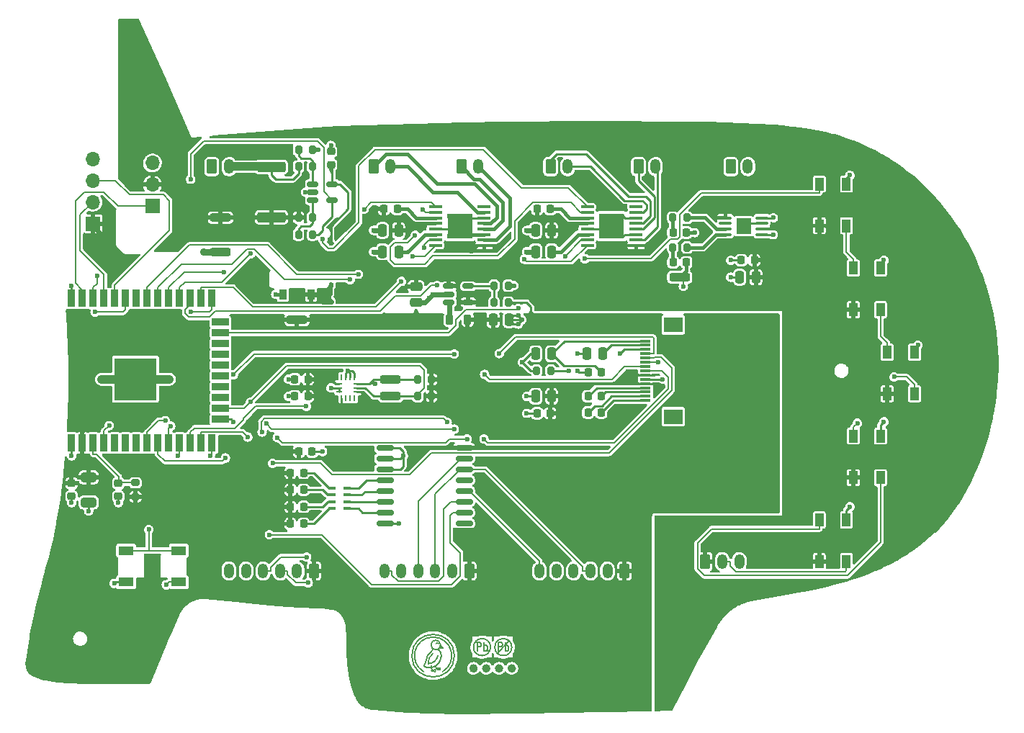
<source format=gbr>
G04 #@! TF.GenerationSoftware,KiCad,Pcbnew,(6.0.7)*
G04 #@! TF.CreationDate,2022-09-14T01:52:13-07:00*
G04 #@! TF.ProjectId,RobotDriver2_Blimp,526f626f-7444-4726-9976-6572325f426c,rev?*
G04 #@! TF.SameCoordinates,Original*
G04 #@! TF.FileFunction,Copper,L1,Top*
G04 #@! TF.FilePolarity,Positive*
%FSLAX46Y46*%
G04 Gerber Fmt 4.6, Leading zero omitted, Abs format (unit mm)*
G04 Created by KiCad (PCBNEW (6.0.7)) date 2022-09-14 01:52:13*
%MOMM*%
%LPD*%
G01*
G04 APERTURE LIST*
G04 Aperture macros list*
%AMRoundRect*
0 Rectangle with rounded corners*
0 $1 Rounding radius*
0 $2 $3 $4 $5 $6 $7 $8 $9 X,Y pos of 4 corners*
0 Add a 4 corners polygon primitive as box body*
4,1,4,$2,$3,$4,$5,$6,$7,$8,$9,$2,$3,0*
0 Add four circle primitives for the rounded corners*
1,1,$1+$1,$2,$3*
1,1,$1+$1,$4,$5*
1,1,$1+$1,$6,$7*
1,1,$1+$1,$8,$9*
0 Add four rect primitives between the rounded corners*
20,1,$1+$1,$2,$3,$4,$5,0*
20,1,$1+$1,$4,$5,$6,$7,0*
20,1,$1+$1,$6,$7,$8,$9,0*
20,1,$1+$1,$8,$9,$2,$3,0*%
G04 Aperture macros list end*
%ADD10C,0.200000*%
G04 #@! TA.AperFunction,NonConductor*
%ADD11C,0.200000*%
G04 #@! TD*
G04 #@! TA.AperFunction,EtchedComponent*
%ADD12C,0.500000*%
G04 #@! TD*
G04 #@! TA.AperFunction,EtchedComponent*
%ADD13C,0.200000*%
G04 #@! TD*
G04 #@! TA.AperFunction,EtchedComponent*
%ADD14C,0.160000*%
G04 #@! TD*
G04 #@! TA.AperFunction,SMDPad,CuDef*
%ADD15RoundRect,0.218750X0.218750X0.256250X-0.218750X0.256250X-0.218750X-0.256250X0.218750X-0.256250X0*%
G04 #@! TD*
G04 #@! TA.AperFunction,SMDPad,CuDef*
%ADD16R,0.900000X0.400000*%
G04 #@! TD*
G04 #@! TA.AperFunction,SMDPad,CuDef*
%ADD17RoundRect,0.250000X-1.425000X0.362500X-1.425000X-0.362500X1.425000X-0.362500X1.425000X0.362500X0*%
G04 #@! TD*
G04 #@! TA.AperFunction,SMDPad,CuDef*
%ADD18RoundRect,0.225000X0.225000X0.250000X-0.225000X0.250000X-0.225000X-0.250000X0.225000X-0.250000X0*%
G04 #@! TD*
G04 #@! TA.AperFunction,ComponentPad*
%ADD19RoundRect,0.250000X-0.350000X-0.625000X0.350000X-0.625000X0.350000X0.625000X-0.350000X0.625000X0*%
G04 #@! TD*
G04 #@! TA.AperFunction,ComponentPad*
%ADD20O,1.200000X1.750000*%
G04 #@! TD*
G04 #@! TA.AperFunction,SMDPad,CuDef*
%ADD21RoundRect,0.200000X-0.200000X-0.275000X0.200000X-0.275000X0.200000X0.275000X-0.200000X0.275000X0*%
G04 #@! TD*
G04 #@! TA.AperFunction,SMDPad,CuDef*
%ADD22RoundRect,0.225000X-0.225000X-0.250000X0.225000X-0.250000X0.225000X0.250000X-0.225000X0.250000X0*%
G04 #@! TD*
G04 #@! TA.AperFunction,SMDPad,CuDef*
%ADD23RoundRect,0.200000X0.200000X0.275000X-0.200000X0.275000X-0.200000X-0.275000X0.200000X-0.275000X0*%
G04 #@! TD*
G04 #@! TA.AperFunction,SMDPad,CuDef*
%ADD24R,1.000000X1.500000*%
G04 #@! TD*
G04 #@! TA.AperFunction,SMDPad,CuDef*
%ADD25RoundRect,0.250000X0.250000X0.475000X-0.250000X0.475000X-0.250000X-0.475000X0.250000X-0.475000X0*%
G04 #@! TD*
G04 #@! TA.AperFunction,ComponentPad*
%ADD26R,1.700000X1.700000*%
G04 #@! TD*
G04 #@! TA.AperFunction,ComponentPad*
%ADD27O,1.700000X1.700000*%
G04 #@! TD*
G04 #@! TA.AperFunction,SMDPad,CuDef*
%ADD28RoundRect,0.225000X-0.250000X0.225000X-0.250000X-0.225000X0.250000X-0.225000X0.250000X0.225000X0*%
G04 #@! TD*
G04 #@! TA.AperFunction,SMDPad,CuDef*
%ADD29R,0.900000X2.000000*%
G04 #@! TD*
G04 #@! TA.AperFunction,SMDPad,CuDef*
%ADD30R,2.000000X0.900000*%
G04 #@! TD*
G04 #@! TA.AperFunction,SMDPad,CuDef*
%ADD31R,5.000000X5.000000*%
G04 #@! TD*
G04 #@! TA.AperFunction,SMDPad,CuDef*
%ADD32RoundRect,0.200000X1.025000X0.275000X-1.025000X0.275000X-1.025000X-0.275000X1.025000X-0.275000X0*%
G04 #@! TD*
G04 #@! TA.AperFunction,SMDPad,CuDef*
%ADD33RoundRect,0.250000X-0.250000X-0.475000X0.250000X-0.475000X0.250000X0.475000X-0.250000X0.475000X0*%
G04 #@! TD*
G04 #@! TA.AperFunction,SMDPad,CuDef*
%ADD34R,1.300000X0.300000*%
G04 #@! TD*
G04 #@! TA.AperFunction,SMDPad,CuDef*
%ADD35R,2.200000X1.800000*%
G04 #@! TD*
G04 #@! TA.AperFunction,SMDPad,CuDef*
%ADD36RoundRect,0.200000X-1.025000X-0.275000X1.025000X-0.275000X1.025000X0.275000X-1.025000X0.275000X0*%
G04 #@! TD*
G04 #@! TA.AperFunction,SMDPad,CuDef*
%ADD37RoundRect,0.200000X0.275000X-0.200000X0.275000X0.200000X-0.275000X0.200000X-0.275000X-0.200000X0*%
G04 #@! TD*
G04 #@! TA.AperFunction,ComponentPad*
%ADD38RoundRect,0.250000X0.350000X0.625000X-0.350000X0.625000X-0.350000X-0.625000X0.350000X-0.625000X0*%
G04 #@! TD*
G04 #@! TA.AperFunction,SMDPad,CuDef*
%ADD39RoundRect,0.100000X-0.625000X-0.100000X0.625000X-0.100000X0.625000X0.100000X-0.625000X0.100000X0*%
G04 #@! TD*
G04 #@! TA.AperFunction,SMDPad,CuDef*
%ADD40R,1.680000X1.880000*%
G04 #@! TD*
G04 #@! TA.AperFunction,ComponentPad*
%ADD41C,0.500000*%
G04 #@! TD*
G04 #@! TA.AperFunction,SMDPad,CuDef*
%ADD42RoundRect,0.250000X-0.650000X0.325000X-0.650000X-0.325000X0.650000X-0.325000X0.650000X0.325000X0*%
G04 #@! TD*
G04 #@! TA.AperFunction,SMDPad,CuDef*
%ADD43R,1.800000X1.100000*%
G04 #@! TD*
G04 #@! TA.AperFunction,SMDPad,CuDef*
%ADD44RoundRect,0.250000X-0.475000X0.250000X-0.475000X-0.250000X0.475000X-0.250000X0.475000X0.250000X0*%
G04 #@! TD*
G04 #@! TA.AperFunction,SMDPad,CuDef*
%ADD45RoundRect,0.100000X0.675000X0.100000X-0.675000X0.100000X-0.675000X-0.100000X0.675000X-0.100000X0*%
G04 #@! TD*
G04 #@! TA.AperFunction,ComponentPad*
%ADD46C,0.600000*%
G04 #@! TD*
G04 #@! TA.AperFunction,SMDPad,CuDef*
%ADD47R,3.000000X3.000000*%
G04 #@! TD*
G04 #@! TA.AperFunction,SMDPad,CuDef*
%ADD48RoundRect,0.150000X-0.875000X-0.150000X0.875000X-0.150000X0.875000X0.150000X-0.875000X0.150000X0*%
G04 #@! TD*
G04 #@! TA.AperFunction,SMDPad,CuDef*
%ADD49RoundRect,0.225000X0.250000X-0.225000X0.250000X0.225000X-0.250000X0.225000X-0.250000X-0.225000X0*%
G04 #@! TD*
G04 #@! TA.AperFunction,SMDPad,CuDef*
%ADD50R,0.900000X1.200000*%
G04 #@! TD*
G04 #@! TA.AperFunction,SMDPad,CuDef*
%ADD51RoundRect,0.218750X-0.218750X-0.381250X0.218750X-0.381250X0.218750X0.381250X-0.218750X0.381250X0*%
G04 #@! TD*
G04 #@! TA.AperFunction,SMDPad,CuDef*
%ADD52RoundRect,0.150000X-0.512500X-0.150000X0.512500X-0.150000X0.512500X0.150000X-0.512500X0.150000X0*%
G04 #@! TD*
G04 #@! TA.AperFunction,SMDPad,CuDef*
%ADD53R,0.250000X0.675000*%
G04 #@! TD*
G04 #@! TA.AperFunction,SMDPad,CuDef*
%ADD54R,0.675000X0.250000*%
G04 #@! TD*
G04 #@! TA.AperFunction,ViaPad*
%ADD55C,0.600000*%
G04 #@! TD*
G04 #@! TA.AperFunction,ViaPad*
%ADD56C,0.900000*%
G04 #@! TD*
G04 #@! TA.AperFunction,Conductor*
%ADD57C,0.600000*%
G04 #@! TD*
G04 #@! TA.AperFunction,Conductor*
%ADD58C,0.200000*%
G04 #@! TD*
G04 #@! TA.AperFunction,Conductor*
%ADD59C,0.254000*%
G04 #@! TD*
G04 #@! TA.AperFunction,Conductor*
%ADD60C,0.400000*%
G04 #@! TD*
G04 #@! TA.AperFunction,Conductor*
%ADD61C,1.000000*%
G04 #@! TD*
G04 #@! TA.AperFunction,Conductor*
%ADD62C,0.800000*%
G04 #@! TD*
G04 APERTURE END LIST*
D10*
D11*
X149678571Y-114952380D02*
X149678571Y-113952380D01*
X149983333Y-113952380D01*
X150059523Y-114000000D01*
X150097619Y-114047619D01*
X150135714Y-114142857D01*
X150135714Y-114285714D01*
X150097619Y-114380952D01*
X150059523Y-114428571D01*
X149983333Y-114476190D01*
X149678571Y-114476190D01*
X150478571Y-114952380D02*
X150478571Y-113952380D01*
X150478571Y-114333333D02*
X150554761Y-114285714D01*
X150707142Y-114285714D01*
X150783333Y-114333333D01*
X150821428Y-114380952D01*
X150859523Y-114476190D01*
X150859523Y-114761904D01*
X150821428Y-114857142D01*
X150783333Y-114904761D01*
X150707142Y-114952380D01*
X150554761Y-114952380D01*
X150478571Y-114904761D01*
D10*
D11*
X147178571Y-114952380D02*
X147178571Y-113952380D01*
X147483333Y-113952380D01*
X147559523Y-114000000D01*
X147597619Y-114047619D01*
X147635714Y-114142857D01*
X147635714Y-114285714D01*
X147597619Y-114380952D01*
X147559523Y-114428571D01*
X147483333Y-114476190D01*
X147178571Y-114476190D01*
X147978571Y-114952380D02*
X147978571Y-113952380D01*
X147978571Y-114333333D02*
X148054761Y-114285714D01*
X148207142Y-114285714D01*
X148283333Y-114333333D01*
X148321428Y-114380952D01*
X148359523Y-114476190D01*
X148359523Y-114761904D01*
X148321428Y-114857142D01*
X148283333Y-114904761D01*
X148207142Y-114952380D01*
X148054761Y-114952380D01*
X147978571Y-114904761D01*
D12*
X147000000Y-117000000D02*
G75*
G03*
X147000000Y-117000000I-250000J0D01*
G01*
X148500000Y-117000000D02*
G75*
G03*
X148500000Y-117000000I-250000J0D01*
G01*
X150000000Y-117000000D02*
G75*
G03*
X150000000Y-117000000I-250000J0D01*
G01*
X151500000Y-117000000D02*
G75*
G03*
X151500000Y-117000000I-250000J0D01*
G01*
D13*
X149600000Y-115200000D02*
X150900000Y-113800000D01*
X148750000Y-114500000D02*
G75*
G03*
X148750000Y-114500000I-1000000J0D01*
G01*
X151250000Y-114500000D02*
G75*
G03*
X151250000Y-114500000I-1000000J0D01*
G01*
X146950000Y-113950000D02*
X147200000Y-113950000D01*
X148200000Y-114950000D02*
X148600000Y-114950000D01*
D14*
X142286757Y-117143905D02*
G75*
G03*
X141786885Y-117268832I-31381J-936974D01*
G01*
X141786757Y-117268905D02*
G75*
G03*
X142286610Y-117393910I468619J811975D01*
G01*
D13*
X141696494Y-115108539D02*
G75*
G03*
X142031250Y-114737139I-742363J1005682D01*
G01*
D14*
X142820058Y-116936450D02*
G75*
G03*
X142820058Y-117061450I0J-62500D01*
G01*
X142820058Y-117061450D02*
G75*
G03*
X142820058Y-117186450I0J-62500D01*
G01*
D13*
X141489050Y-116924715D02*
X141798327Y-116898730D01*
X140927802Y-116750000D02*
X141192723Y-116874087D01*
X141798327Y-116898730D02*
X142101295Y-116797751D01*
X142101295Y-116797751D02*
X142379085Y-116628065D01*
X141696494Y-115108538D02*
G75*
G03*
X141190634Y-116047561I742361J-1005684D01*
G01*
X140927802Y-116750000D02*
G75*
G03*
X141190636Y-116047562I-985388J769098D01*
G01*
X141192723Y-116874087D02*
X141489050Y-116924715D01*
X142379085Y-116628065D02*
X142614398Y-116400241D01*
X142614398Y-116400241D02*
X142792579Y-116128467D01*
X142937407Y-115522451D02*
X142895035Y-115225950D01*
X142895035Y-115225950D02*
X142778054Y-114958630D01*
X142778054Y-114958630D02*
X142593750Y-114737139D01*
D14*
X142869178Y-114330714D02*
G75*
G03*
X143178836Y-114608849I548636J299372D01*
G01*
D13*
X142792579Y-116128467D02*
X142902531Y-115829667D01*
D14*
X141986604Y-115256931D02*
G75*
G03*
X141426162Y-116457346I680311J-1048655D01*
G01*
X142620740Y-114092648D02*
G75*
G03*
X142379260Y-114092648I-120740J-32352D01*
G01*
X142286757Y-117268905D02*
G75*
G03*
X142286757Y-117393905I0J-62500D01*
G01*
D13*
X142875000Y-114250000D02*
G75*
G03*
X142875000Y-114250000I-562500J0D01*
G01*
D14*
X142763205Y-114586557D02*
G75*
G03*
X143178844Y-114608704I239177J577423D01*
G01*
D13*
X142902531Y-115829667D02*
X142937407Y-115522451D01*
D14*
X142286757Y-117143905D02*
G75*
G03*
X142286757Y-117268905I0J-62500D01*
G01*
X141426188Y-116457554D02*
G75*
G03*
X142575946Y-115500734I-65790J1248266D01*
G01*
X142320058Y-117061450D02*
G75*
G03*
X142819911Y-117186455I468619J811975D01*
G01*
D13*
X143093749Y-117394430D02*
G75*
G03*
X140906250Y-117394429I-1093749J1894430D01*
G01*
D14*
X142820058Y-116936450D02*
G75*
G03*
X142320186Y-117061377I-31381J-936974D01*
G01*
D13*
X141849257Y-117268905D02*
X141800000Y-116895710D01*
X144500000Y-115500000D02*
G75*
G03*
X144500000Y-115500000I-2500000J0D01*
G01*
X142382558Y-117061450D02*
X142273702Y-116702597D01*
X141800000Y-116895710D02*
X141787996Y-116646914D01*
D15*
X126787500Y-100000000D03*
X125212500Y-100000000D03*
X126787500Y-98000000D03*
X125212500Y-98000000D03*
X126787500Y-94000000D03*
X125212500Y-94000000D03*
X126787500Y-96000000D03*
X125212500Y-96000000D03*
D16*
X130150000Y-95800000D03*
X130150000Y-96600000D03*
X130150000Y-97400000D03*
X130150000Y-98200000D03*
X131850000Y-98200000D03*
X131850000Y-97400000D03*
X131850000Y-96600000D03*
X131850000Y-95800000D03*
D17*
X123000000Y-58037500D03*
X123000000Y-63962500D03*
D18*
X161775000Y-82166700D03*
X160225000Y-82166700D03*
D19*
X177000000Y-58000000D03*
D20*
X179000000Y-58000000D03*
D21*
X170175000Y-67500000D03*
X171825000Y-67500000D03*
D22*
X170225000Y-69250000D03*
X171775000Y-69250000D03*
D23*
X141825000Y-85000000D03*
X140175000Y-85000000D03*
X155825000Y-82000000D03*
X154175000Y-82000000D03*
D18*
X137775000Y-63000000D03*
X136225000Y-63000000D03*
D24*
X195400000Y-84700000D03*
X198600000Y-84700000D03*
X198600000Y-79800000D03*
X195400000Y-79800000D03*
D25*
X137950000Y-68000000D03*
X136050000Y-68000000D03*
X179950000Y-71000000D03*
X178050000Y-71000000D03*
D19*
X145332300Y-58000000D03*
D20*
X147332300Y-58000000D03*
D19*
X155807500Y-58000000D03*
D20*
X157807500Y-58000000D03*
D23*
X127825000Y-56000000D03*
X126175000Y-56000000D03*
D18*
X155775000Y-87000000D03*
X154225000Y-87000000D03*
D24*
X191400000Y-74825000D03*
X194600000Y-74825000D03*
X194600000Y-69925000D03*
X191400000Y-69925000D03*
D26*
X102000000Y-64700000D03*
D27*
X102000000Y-62160000D03*
X102000000Y-59620000D03*
X102000000Y-57080000D03*
D22*
X126225000Y-91500000D03*
X127775000Y-91500000D03*
D21*
X170175000Y-64000000D03*
X171825000Y-64000000D03*
D19*
X135000000Y-58000000D03*
D20*
X137000000Y-58000000D03*
D22*
X170225000Y-65750000D03*
X171775000Y-65750000D03*
D28*
X105000000Y-95225000D03*
X105000000Y-96775000D03*
D29*
X99500000Y-90500000D03*
X100770000Y-90500000D03*
X102040000Y-90500000D03*
X103310000Y-90500000D03*
X104580000Y-90500000D03*
X105850000Y-90500000D03*
X107120000Y-90500000D03*
X108390000Y-90500000D03*
X109660000Y-90500000D03*
X110930000Y-90500000D03*
X112200000Y-90500000D03*
X113470000Y-90500000D03*
X114740000Y-90500000D03*
X116010000Y-90500000D03*
D30*
X117010000Y-87715000D03*
X117010000Y-86445000D03*
X117010000Y-85175000D03*
X117010000Y-83905000D03*
X117010000Y-82635000D03*
X117010000Y-81365000D03*
X117010000Y-80095000D03*
X117010000Y-78825000D03*
X117010000Y-77555000D03*
X117010000Y-76285000D03*
D29*
X116010000Y-73500000D03*
X114740000Y-73500000D03*
X113470000Y-73500000D03*
X112200000Y-73500000D03*
X110930000Y-73500000D03*
X109660000Y-73500000D03*
X108390000Y-73500000D03*
X107120000Y-73500000D03*
X105850000Y-73500000D03*
X104580000Y-73500000D03*
X103310000Y-73500000D03*
X102040000Y-73500000D03*
X100770000Y-73500000D03*
X99500000Y-73500000D03*
D31*
X107000000Y-83000000D03*
D32*
X117000000Y-64000000D03*
D33*
X149050000Y-76000000D03*
X150950000Y-76000000D03*
D23*
X127825000Y-66000000D03*
X126175000Y-66000000D03*
D34*
X166975000Y-85500000D03*
X166975000Y-85000000D03*
X166975000Y-84500000D03*
X166975000Y-84000000D03*
X166975000Y-83500000D03*
X166975000Y-83000000D03*
X166975000Y-82500000D03*
X166975000Y-82000000D03*
X166975000Y-81500000D03*
X166975000Y-81000000D03*
X166975000Y-80500000D03*
X166975000Y-80000000D03*
X166975000Y-79500000D03*
X166975000Y-79000000D03*
X166975000Y-78500000D03*
D35*
X170225000Y-87400000D03*
X170225000Y-76600000D03*
D21*
X126175000Y-64000000D03*
X127825000Y-64000000D03*
D26*
X109000000Y-62650000D03*
D27*
X109000000Y-60110000D03*
X109000000Y-57570000D03*
D36*
X117000000Y-68000000D03*
D18*
X179775000Y-69000000D03*
X178225000Y-69000000D03*
X155775000Y-63000000D03*
X154225000Y-63000000D03*
D37*
X107000000Y-96825000D03*
X107000000Y-95175000D03*
D25*
X155950000Y-65500000D03*
X154050000Y-65500000D03*
D32*
X137000000Y-85000000D03*
D38*
X164500000Y-105550000D03*
D20*
X162500000Y-105550000D03*
X160500000Y-105550000D03*
X158500000Y-105550000D03*
X156500000Y-105550000D03*
X154500000Y-105550000D03*
D39*
X176350000Y-64025000D03*
X176350000Y-64675000D03*
X176350000Y-65325000D03*
X176350000Y-65975000D03*
X180650000Y-65975000D03*
X180650000Y-65325000D03*
X180650000Y-64675000D03*
X180650000Y-64025000D03*
D40*
X178500000Y-65000000D03*
D41*
X179050000Y-65650000D03*
X177950000Y-65650000D03*
X177950000Y-64350000D03*
X179050000Y-64350000D03*
D36*
X171000000Y-71000000D03*
D19*
X174000000Y-104450000D03*
D20*
X176000000Y-104450000D03*
X178000000Y-104450000D03*
D38*
X146250000Y-105550000D03*
D20*
X144250000Y-105550000D03*
X142250000Y-105550000D03*
X140250000Y-105550000D03*
X138250000Y-105550000D03*
X136250000Y-105550000D03*
D24*
X191400000Y-94575000D03*
X194600000Y-94575000D03*
X194600000Y-89675000D03*
X191400000Y-89675000D03*
D23*
X141825000Y-83000000D03*
X140175000Y-83000000D03*
D42*
X101500000Y-94525000D03*
X101500000Y-97475000D03*
D25*
X155950000Y-68000000D03*
X154050000Y-68000000D03*
D28*
X99500000Y-95225000D03*
X99500000Y-96775000D03*
D43*
X105900000Y-106850000D03*
X112100000Y-106850000D03*
X112100000Y-103150000D03*
X105900000Y-103150000D03*
D44*
X140000000Y-72100000D03*
X140000000Y-74000000D03*
D38*
X128000000Y-105550000D03*
D20*
X126000000Y-105550000D03*
X124000000Y-105550000D03*
X122000000Y-105550000D03*
X120000000Y-105550000D03*
X118000000Y-105550000D03*
D18*
X161775000Y-85000000D03*
X160225000Y-85000000D03*
D21*
X126175000Y-58000000D03*
X127825000Y-58000000D03*
D24*
X187400000Y-104450000D03*
X190600000Y-104450000D03*
X190600000Y-99550000D03*
X187400000Y-99550000D03*
D45*
X165875000Y-67275000D03*
X165875000Y-66625000D03*
X165875000Y-65975000D03*
X165875000Y-65325000D03*
X165875000Y-64675000D03*
X165875000Y-64025000D03*
X165875000Y-63375000D03*
X165875000Y-62725000D03*
X160125000Y-62725000D03*
X160125000Y-63375000D03*
X160125000Y-64025000D03*
X160125000Y-64675000D03*
X160125000Y-65325000D03*
X160125000Y-65975000D03*
X160125000Y-66625000D03*
X160125000Y-67275000D03*
D46*
X161800000Y-66200000D03*
D47*
X163000000Y-65000000D03*
D46*
X164200000Y-63800000D03*
X161800000Y-63800000D03*
X164200000Y-66200000D03*
D48*
X136350000Y-91055000D03*
X136350000Y-92325000D03*
X136350000Y-93595000D03*
X136350000Y-94865000D03*
X136350000Y-96135000D03*
X136350000Y-97405000D03*
X136350000Y-98675000D03*
X136350000Y-99945000D03*
X145650000Y-99945000D03*
X145650000Y-98675000D03*
X145650000Y-97405000D03*
X145650000Y-96135000D03*
X145650000Y-94865000D03*
X145650000Y-93595000D03*
X145650000Y-92325000D03*
X145650000Y-91055000D03*
D19*
X166139800Y-58000000D03*
D20*
X168139800Y-58000000D03*
D45*
X148014800Y-67275000D03*
X148014800Y-66625000D03*
X148014800Y-65975000D03*
X148014800Y-65325000D03*
X148014800Y-64675000D03*
X148014800Y-64025000D03*
X148014800Y-63375000D03*
X148014800Y-62725000D03*
X142264800Y-62725000D03*
X142264800Y-63375000D03*
X142264800Y-64025000D03*
X142264800Y-64675000D03*
X142264800Y-65325000D03*
X142264800Y-65975000D03*
X142264800Y-66625000D03*
X142264800Y-67275000D03*
D46*
X143939800Y-66200000D03*
D47*
X145139800Y-65000000D03*
D46*
X146339800Y-63800000D03*
X143939800Y-63800000D03*
X146339800Y-66200000D03*
D25*
X137950000Y-65500000D03*
X136050000Y-65500000D03*
X161950000Y-80000000D03*
X160050000Y-80000000D03*
D32*
X137000000Y-83000000D03*
D49*
X130000000Y-57775000D03*
X130000000Y-56225000D03*
D36*
X126000000Y-76000000D03*
D21*
X149175000Y-72000000D03*
X150825000Y-72000000D03*
D50*
X127650000Y-73000000D03*
X124350000Y-73000000D03*
D18*
X127275000Y-83000000D03*
X125725000Y-83000000D03*
X127275000Y-85000000D03*
X125725000Y-85000000D03*
D25*
X155950000Y-85000000D03*
X154050000Y-85000000D03*
D24*
X187400000Y-64950000D03*
X190600000Y-64950000D03*
X190600000Y-60050000D03*
X187400000Y-60050000D03*
D51*
X143937500Y-76000000D03*
X146062500Y-76000000D03*
D52*
X143862500Y-72050000D03*
X143862500Y-73000000D03*
X143862500Y-73950000D03*
X146137500Y-73950000D03*
X146137500Y-72050000D03*
D25*
X155950000Y-80000000D03*
X154050000Y-80000000D03*
D19*
X116000000Y-58000000D03*
D20*
X118000000Y-58000000D03*
D18*
X161775000Y-86916700D03*
X160225000Y-86916700D03*
D23*
X150825000Y-74000000D03*
X149175000Y-74000000D03*
D52*
X127862500Y-60050000D03*
X127862500Y-61000000D03*
X127862500Y-61950000D03*
X130137500Y-61950000D03*
X130137500Y-60050000D03*
D53*
X132750000Y-82737500D03*
X132250000Y-82737500D03*
X131750000Y-82737500D03*
X131250000Y-82737500D03*
D54*
X130987500Y-83500000D03*
X130987500Y-84000000D03*
X130987500Y-84500000D03*
D53*
X131250000Y-85262500D03*
X131750000Y-85262500D03*
X132250000Y-85262500D03*
X132750000Y-85262500D03*
D54*
X133012500Y-84500000D03*
X133012500Y-84000000D03*
X133012500Y-83500000D03*
D55*
X106000000Y-88000000D03*
X106012306Y-69012306D03*
X146500000Y-67950500D03*
X146500000Y-69450500D03*
X130000000Y-78500000D03*
X129000000Y-78500000D03*
X130000000Y-76000000D03*
X130000000Y-73849500D03*
X129000000Y-76000000D03*
X129000000Y-73850000D03*
X146000000Y-90019700D03*
X147980300Y-90019700D03*
X191875800Y-88160500D03*
X196195900Y-82725000D03*
X122759900Y-101292900D03*
X108568300Y-100662000D03*
X113489000Y-75052000D03*
X182000000Y-64000000D03*
X182000000Y-66000000D03*
X164000000Y-80000000D03*
X158000000Y-82000000D03*
X140792100Y-63061600D03*
X102247600Y-75101200D03*
X139883600Y-66080000D03*
X120540700Y-68234000D03*
X123682400Y-89856300D03*
X120211900Y-89797200D03*
X148051100Y-82436500D03*
X127099700Y-86174400D03*
X129020800Y-66504200D03*
X117440300Y-70375100D03*
X139565900Y-68508200D03*
X132239900Y-71275300D03*
X133879200Y-63016200D03*
X102489100Y-70865500D03*
X157533300Y-68519100D03*
X142473200Y-71959200D03*
X152728000Y-68894000D03*
X138274100Y-71499200D03*
X140943700Y-67521700D03*
X133206500Y-70651100D03*
X168497100Y-81028000D03*
X144485500Y-88870000D03*
X122386500Y-88229800D03*
X111144300Y-88509900D03*
X171423400Y-72065900D03*
X143653100Y-88048900D03*
X121897800Y-89210300D03*
X112025000Y-92013700D03*
X113500000Y-59500000D03*
X103919300Y-88448000D03*
X123133200Y-92881600D03*
X117577100Y-92261500D03*
X149779800Y-79980200D03*
X144485500Y-80026000D03*
X118527100Y-82450000D03*
X110520500Y-87868900D03*
X159839600Y-68814100D03*
X152046300Y-74663500D03*
X127307200Y-106942300D03*
X120521300Y-85679900D03*
X127136500Y-103900500D03*
X115805500Y-92013700D03*
X135200900Y-83492200D03*
X128500000Y-56000000D03*
X152000000Y-76500000D03*
X152000000Y-75500000D03*
X152424000Y-76000000D03*
X151500000Y-72000000D03*
X99500000Y-97500000D03*
X101500000Y-98500000D03*
X105000000Y-97500000D03*
X132000000Y-82000000D03*
X130000000Y-84000000D03*
X141500000Y-73500000D03*
X177000000Y-69000000D03*
X177000000Y-71000000D03*
X99500000Y-92000000D03*
X118500000Y-88000000D03*
X99500000Y-72000000D03*
X153000000Y-87000000D03*
X153000000Y-85000000D03*
X191000000Y-98000000D03*
X195000000Y-88000000D03*
X199000000Y-79000000D03*
X195000000Y-69000000D03*
X191000000Y-59000000D03*
X104500000Y-107000000D03*
X138000000Y-100000000D03*
X125000000Y-85000000D03*
X125000000Y-83000000D03*
X153000000Y-65500000D03*
X153000000Y-68000000D03*
X135000000Y-65500000D03*
X135000000Y-68000000D03*
X130000000Y-55500000D03*
X127000000Y-61000000D03*
X138500000Y-92000000D03*
X152500000Y-81000000D03*
D56*
X111000000Y-83000000D03*
X115000000Y-68000000D03*
D55*
X129000000Y-91500000D03*
X169000000Y-83000000D03*
D56*
X103000000Y-83000000D03*
D55*
X159000000Y-82000000D03*
X142000000Y-73000000D03*
X123500000Y-73000000D03*
X159000000Y-80000000D03*
X172750000Y-65750000D03*
X110632400Y-107166000D03*
X130000000Y-67000000D03*
X130000000Y-72000000D03*
D57*
X102000000Y-65000000D02*
X106012306Y-69012306D01*
X102000000Y-64700000D02*
X102000000Y-65000000D01*
D58*
X104635050Y-59620000D02*
X102000000Y-59620000D01*
X106314850Y-61299800D02*
X104635050Y-59620000D01*
X110310550Y-61299800D02*
X106314850Y-61299800D01*
X111000000Y-65500000D02*
X111000000Y-61989250D01*
X111000000Y-61989250D02*
X110310550Y-61299800D01*
X104580000Y-71920000D02*
X111000000Y-65500000D01*
X104580000Y-73500000D02*
X104580000Y-71920000D01*
X129146900Y-60958900D02*
X130138000Y-61950000D01*
X128413700Y-55000000D02*
X129146900Y-55733200D01*
X113500000Y-56500000D02*
X115000000Y-55000000D01*
X113500000Y-59500000D02*
X113500000Y-56500000D01*
X115000000Y-55000000D02*
X128413700Y-55000000D01*
X129146900Y-55733200D02*
X129146900Y-60958900D01*
X100000000Y-62000000D02*
X100000000Y-71722182D01*
X100770000Y-72492182D02*
X100770000Y-73500000D01*
X101018600Y-60981400D02*
X100000000Y-62000000D01*
X103281400Y-60981400D02*
X101018600Y-60981400D01*
X104950000Y-62650000D02*
X103281400Y-60981400D01*
X109000000Y-62650000D02*
X104950000Y-62650000D01*
X100000000Y-71722182D02*
X100770000Y-72492182D01*
X100500000Y-67880000D02*
X103310000Y-70690000D01*
X100500000Y-63660000D02*
X100500000Y-67880000D01*
X102000000Y-62160000D02*
X100500000Y-63660000D01*
X103310000Y-70690000D02*
X103310000Y-73500000D01*
D59*
X147175500Y-67275000D02*
X146500000Y-67950500D01*
X148014800Y-67275000D02*
X147175500Y-67275000D01*
X146500000Y-70000000D02*
X146500000Y-69450500D01*
X146500000Y-70000000D02*
X144000000Y-70000000D01*
X152000000Y-70000000D02*
X146500000Y-70000000D01*
D58*
X159338100Y-63375000D02*
X160125000Y-63375000D01*
X158186800Y-62223700D02*
X159338100Y-63375000D01*
X153740900Y-62223700D02*
X158186800Y-62223700D01*
X151572800Y-64391800D02*
X153740900Y-62223700D01*
X151572800Y-66550250D02*
X151572800Y-64391800D01*
X149623050Y-68500000D02*
X151572800Y-66550250D01*
X137500000Y-69500000D02*
X141000000Y-69500000D01*
X137000000Y-67422900D02*
X137000000Y-69000000D01*
X137000000Y-69000000D02*
X137500000Y-69500000D01*
X141000000Y-69500000D02*
X142000000Y-68500000D01*
X137449100Y-66973800D02*
X137000000Y-67422900D01*
X142000000Y-68500000D02*
X149623050Y-68500000D01*
X139883600Y-66080000D02*
X138989800Y-66973800D01*
X138989800Y-66973800D02*
X137449100Y-66973800D01*
D59*
X153500000Y-74500000D02*
X153500000Y-76000000D01*
X153000000Y-74000000D02*
X153500000Y-74500000D01*
D57*
X129999500Y-73850000D02*
X130000000Y-73849500D01*
X129000000Y-73850000D02*
X129999500Y-73850000D01*
X129000000Y-73000000D02*
X129000000Y-73850000D01*
D59*
X129000000Y-73000000D02*
X128500000Y-73000000D01*
X130000000Y-73000000D02*
X129000000Y-73000000D01*
D57*
X127650000Y-73000000D02*
X129000000Y-73000000D01*
D58*
X141757600Y-71959200D02*
X142473200Y-71959200D01*
X140525300Y-73191500D02*
X141757600Y-71959200D01*
X137581900Y-73191500D02*
X140525300Y-73191500D01*
X135773400Y-75000000D02*
X137581900Y-73191500D01*
X112836900Y-75253800D02*
X113280700Y-75697600D01*
X115678400Y-75697600D02*
X116376000Y-75000000D01*
X113280700Y-75697600D02*
X115678400Y-75697600D01*
X112836900Y-74855400D02*
X112836900Y-75253800D01*
X116376000Y-75000000D02*
X135773400Y-75000000D01*
X113470000Y-74222300D02*
X112836900Y-74855400D01*
X113470000Y-73500000D02*
X113470000Y-74222300D01*
X118470200Y-72199900D02*
X114740000Y-72199900D01*
X135273300Y-74500000D02*
X120770300Y-74500000D01*
X120770300Y-74500000D02*
X118470200Y-72199900D01*
X114740000Y-72199900D02*
X114740000Y-73500000D01*
X138274100Y-71499200D02*
X135273300Y-74500000D01*
D59*
X134000000Y-85000000D02*
X134000000Y-87000000D01*
X134000000Y-87000000D02*
X131000000Y-87000000D01*
X143000000Y-87000000D02*
X134000000Y-87000000D01*
X133500000Y-84500000D02*
X134000000Y-85000000D01*
X133012500Y-84500000D02*
X133500000Y-84500000D01*
X131000000Y-86000000D02*
X131000000Y-87000000D01*
X131250000Y-85750000D02*
X131000000Y-86000000D01*
X131000000Y-87000000D02*
X129000000Y-87000000D01*
X131250000Y-85262500D02*
X131250000Y-85750000D01*
X130000000Y-83000000D02*
X129000000Y-83000000D01*
X130500000Y-83500000D02*
X130000000Y-83000000D01*
X130987500Y-83500000D02*
X130500000Y-83500000D01*
D58*
X128940200Y-101292900D02*
X122759900Y-101292900D01*
X145181800Y-106122900D02*
X144145800Y-107158900D01*
X144145800Y-107158900D02*
X134806200Y-107158900D01*
X145181800Y-103403500D02*
X145181800Y-106122900D01*
X144000000Y-102221700D02*
X145181800Y-103403500D01*
X144325000Y-98675000D02*
X144000000Y-99000000D01*
X134806200Y-107158900D02*
X128940200Y-101292900D01*
X145650000Y-98675000D02*
X144325000Y-98675000D01*
X144000000Y-99000000D02*
X144000000Y-102221700D01*
X137150100Y-105550000D02*
X136250000Y-105550000D01*
X137150100Y-106036000D02*
X137150100Y-105550000D01*
X142612300Y-106758700D02*
X137872800Y-106758700D01*
X143250000Y-106121000D02*
X142612300Y-106758700D01*
X137872800Y-106758700D02*
X137150100Y-106036000D01*
X144095000Y-97405000D02*
X143250000Y-98250000D01*
X143250000Y-98250000D02*
X143250000Y-106121000D01*
X145650000Y-97405000D02*
X144095000Y-97405000D01*
X148414800Y-90454200D02*
X148454200Y-90454200D01*
X147980300Y-90019700D02*
X148414800Y-90454200D01*
X163310500Y-90454200D02*
X148454200Y-90454200D01*
X143888700Y-90019700D02*
X146000000Y-90019700D01*
X143454200Y-90454200D02*
X143888700Y-90019700D01*
X143454200Y-90454200D02*
X124280300Y-90454200D01*
X124801400Y-81399800D02*
X120521300Y-85679900D01*
X140421300Y-81399800D02*
X124801400Y-81399800D01*
X140917000Y-81895500D02*
X140421300Y-81399800D01*
X140917000Y-84077200D02*
X140917000Y-81895500D01*
X139994200Y-85000000D02*
X140917000Y-84077200D01*
D59*
X161225000Y-84000000D02*
X166975000Y-84000000D01*
X160225000Y-85000000D02*
X161225000Y-84000000D01*
X166975000Y-84000000D02*
X167000000Y-84000000D01*
X162950000Y-79000000D02*
X166975000Y-79000000D01*
X161950000Y-80000000D02*
X162950000Y-79000000D01*
X166975000Y-79000000D02*
X167000000Y-79000000D01*
X157365000Y-81414700D02*
X155950000Y-80000000D01*
X161023000Y-81414700D02*
X157365000Y-81414700D01*
X161775000Y-82166700D02*
X161023000Y-81414700D01*
X157450000Y-78500000D02*
X166975000Y-78500000D01*
X155950000Y-80000000D02*
X157450000Y-78500000D01*
D58*
X194600000Y-77949900D02*
X195400000Y-78749900D01*
X194600000Y-74825000D02*
X194600000Y-77949900D01*
X195400000Y-79800000D02*
X195400000Y-78749900D01*
X191411400Y-88624900D02*
X191875800Y-88160500D01*
X191400000Y-88624900D02*
X191411400Y-88624900D01*
X197675100Y-82725000D02*
X198600000Y-83649900D01*
X196195900Y-82725000D02*
X197675100Y-82725000D01*
X198600000Y-84700000D02*
X198600000Y-83649900D01*
X191400000Y-89675000D02*
X191400000Y-88624900D01*
X194600000Y-102184800D02*
X194600000Y-94575000D01*
X190688800Y-106096000D02*
X194600000Y-102184800D01*
X173868000Y-106096000D02*
X190688800Y-106096000D01*
X173085700Y-105313700D02*
X173868000Y-106096000D01*
X173085700Y-102250000D02*
X173085700Y-105313700D01*
X174735600Y-100600100D02*
X173085700Y-102250000D01*
X187400000Y-100600100D02*
X174735600Y-100600100D01*
X187400000Y-99550000D02*
X187400000Y-100600100D01*
D59*
X163192000Y-85500000D02*
X166975000Y-85500000D01*
X161775000Y-86916700D02*
X163192000Y-85500000D01*
D60*
X137950000Y-68000000D02*
X138860000Y-68000000D01*
X142264800Y-65975000D02*
X142265000Y-65975000D01*
X139000000Y-68000000D02*
X139212900Y-67787100D01*
X141025000Y-65975000D02*
X142264800Y-65975000D01*
X139212900Y-67787100D02*
X141025000Y-65975000D01*
D58*
X139072900Y-67787100D02*
X138860000Y-68000000D01*
X139212900Y-67787100D02*
X139072900Y-67787100D01*
X146260100Y-96135000D02*
X154500000Y-104374900D01*
X145650000Y-96135000D02*
X146260100Y-96135000D01*
X154500000Y-105550000D02*
X154500000Y-104374900D01*
X115758100Y-75052000D02*
X116010000Y-74800100D01*
X113489000Y-75052000D02*
X115758100Y-75052000D01*
X116010000Y-73500000D02*
X116010000Y-74800100D01*
X108568300Y-103150000D02*
X108568300Y-100662000D01*
X105900000Y-103150000D02*
X108568300Y-103150000D01*
X108568300Y-103150000D02*
X112100000Y-103150000D01*
D60*
X142265000Y-64025000D02*
X142264800Y-64025000D01*
X139000000Y-63000000D02*
X137775000Y-63000000D01*
X140025000Y-64025000D02*
X139000000Y-63000000D01*
X142264800Y-64025000D02*
X140025000Y-64025000D01*
X160125000Y-64025000D02*
X160265000Y-64025000D01*
X158025000Y-64025000D02*
X160125000Y-64025000D01*
X157000000Y-63000000D02*
X158025000Y-64025000D01*
X155915000Y-63000000D02*
X157000000Y-63000000D01*
D58*
X155915000Y-63000000D02*
X155775000Y-63000000D01*
D60*
X170175000Y-69200000D02*
X170225000Y-69250000D01*
X170175000Y-67500000D02*
X170175000Y-69200000D01*
X175325000Y-65325000D02*
X176350000Y-65325000D01*
X174000000Y-64000000D02*
X175325000Y-65325000D01*
X171825000Y-64000000D02*
X174000000Y-64000000D01*
D58*
X105050000Y-94418900D02*
X105050000Y-95175000D01*
X102431200Y-91800100D02*
X105050000Y-94418900D01*
X102040000Y-91800100D02*
X102431200Y-91800100D01*
X107000000Y-95175000D02*
X105050000Y-95175000D01*
X105050000Y-95175000D02*
X105000000Y-95225000D01*
X102040000Y-90500000D02*
X102040000Y-91800100D01*
D59*
X149175000Y-74000000D02*
X149175000Y-72000000D01*
X149125000Y-72050000D02*
X149175000Y-72000000D01*
X146138000Y-72050000D02*
X149125000Y-72050000D01*
D58*
X146138000Y-72050000D02*
X146137500Y-72050000D01*
D59*
X127825000Y-57325000D02*
X127825000Y-58000000D01*
X127500000Y-57000000D02*
X127825000Y-57325000D01*
X126500000Y-57000000D02*
X127500000Y-57000000D01*
X126175000Y-56675000D02*
X126500000Y-57000000D01*
X126175000Y-56000000D02*
X126175000Y-56675000D01*
X127825000Y-60012500D02*
X127862000Y-60050000D01*
X127825000Y-58000000D02*
X127825000Y-60012500D01*
D58*
X127862500Y-60050000D02*
X127862000Y-60050000D01*
D59*
X162275000Y-84500000D02*
X166975000Y-84500000D01*
X161775000Y-85000000D02*
X162275000Y-84500000D01*
D58*
X190600000Y-68074900D02*
X191400000Y-68874900D01*
X190600000Y-64950000D02*
X190600000Y-68074900D01*
X191400000Y-69925000D02*
X191400000Y-68874900D01*
D59*
X127825000Y-64675000D02*
X127825000Y-64000000D01*
X127500000Y-65000000D02*
X127825000Y-64675000D01*
X126500000Y-65000000D02*
X127500000Y-65000000D01*
X126175000Y-65325000D02*
X126500000Y-65000000D01*
X126175000Y-66000000D02*
X126175000Y-65325000D01*
X127825000Y-61987500D02*
X127862000Y-61950000D01*
X127825000Y-64000000D02*
X127825000Y-61987500D01*
D58*
X127862500Y-61950000D02*
X127862000Y-61950000D01*
D60*
X160125000Y-65975000D02*
X160265000Y-65975000D01*
X159025000Y-65975000D02*
X160125000Y-65975000D01*
X157000000Y-68000000D02*
X159025000Y-65975000D01*
X156090000Y-68000000D02*
X157000000Y-68000000D01*
D58*
X156090000Y-68000000D02*
X155950000Y-68000000D01*
D60*
X170175000Y-65700000D02*
X170225000Y-65750000D01*
X170175000Y-64000000D02*
X170175000Y-65700000D01*
X175275000Y-65975000D02*
X176350000Y-65975000D01*
X173750000Y-67500000D02*
X175275000Y-65975000D01*
X171825000Y-67500000D02*
X173750000Y-67500000D01*
D59*
X133200000Y-95800000D02*
X131850000Y-95800000D01*
X134135000Y-94865000D02*
X133200000Y-95800000D01*
X136350000Y-94865000D02*
X134135000Y-94865000D01*
D58*
X143862500Y-73950000D02*
X143862300Y-73950200D01*
D57*
X143862300Y-73950200D02*
X143862000Y-73950000D01*
X143938000Y-76000000D02*
X143938000Y-75012500D01*
X143938000Y-74025000D02*
X143862300Y-73950200D01*
X143938000Y-75012500D02*
X143938000Y-74025000D01*
D58*
X143937500Y-75013000D02*
X143937500Y-76000000D01*
X143938000Y-75012500D02*
X143937500Y-75013000D01*
D59*
X133604000Y-96600000D02*
X131850000Y-96600000D01*
X134000000Y-96204000D02*
X133604000Y-96600000D01*
X136281000Y-96204000D02*
X134000000Y-96204000D01*
X136350000Y-96135000D02*
X136281000Y-96204000D01*
X136345000Y-97400000D02*
X131850000Y-97400000D01*
X136350000Y-97405000D02*
X136345000Y-97400000D01*
X133200000Y-98200000D02*
X131850000Y-98200000D01*
X133675000Y-98675000D02*
X133200000Y-98200000D01*
X136350000Y-98675000D02*
X133675000Y-98675000D01*
X160977000Y-86164700D02*
X160225000Y-86916700D01*
X161835000Y-86164700D02*
X160977000Y-86164700D01*
X163000000Y-85000000D02*
X161835000Y-86164700D01*
X166975000Y-85000000D02*
X163000000Y-85000000D01*
D58*
X176900100Y-104936000D02*
X176900100Y-104450000D01*
X177591200Y-105627100D02*
X176900100Y-104936000D01*
X190473000Y-105627100D02*
X177591200Y-105627100D01*
X190600000Y-105500100D02*
X190473000Y-105627100D01*
X190600000Y-104450000D02*
X190600000Y-105500100D01*
X176000000Y-104450000D02*
X176900100Y-104450000D01*
D59*
X181975000Y-64025000D02*
X182000000Y-64000000D01*
X180650000Y-64025000D02*
X181975000Y-64025000D01*
X181975000Y-65975000D02*
X182000000Y-66000000D01*
X180650000Y-65975000D02*
X181975000Y-65975000D01*
X128000000Y-100000000D02*
X126788000Y-100000000D01*
X129800000Y-98200000D02*
X128000000Y-100000000D01*
X130150000Y-98200000D02*
X129800000Y-98200000D01*
D58*
X126788000Y-100000000D02*
X126787500Y-100000000D01*
D59*
X129600000Y-97400000D02*
X130150000Y-97400000D01*
X129000000Y-98000000D02*
X129600000Y-97400000D01*
X126788000Y-98000000D02*
X129000000Y-98000000D01*
D58*
X126788000Y-98000000D02*
X126787500Y-98000000D01*
D59*
X129600000Y-96600000D02*
X130150000Y-96600000D01*
X129000000Y-96000000D02*
X129600000Y-96600000D01*
X126788000Y-96000000D02*
X129000000Y-96000000D01*
D58*
X126788000Y-96000000D02*
X126787500Y-96000000D01*
D59*
X129800000Y-95800000D02*
X130150000Y-95800000D01*
X128000000Y-94000000D02*
X129800000Y-95800000D01*
X126788000Y-94000000D02*
X128000000Y-94000000D01*
D58*
X126788000Y-94000000D02*
X126787500Y-94000000D01*
D59*
X164500000Y-79500000D02*
X166975000Y-79500000D01*
X164000000Y-80000000D02*
X164500000Y-79500000D01*
X155825000Y-82000000D02*
X158000000Y-82000000D01*
D58*
X141105500Y-63375000D02*
X140792100Y-63061600D01*
X142264800Y-63375000D02*
X141105500Y-63375000D01*
X105548900Y-75101200D02*
X105850000Y-74800100D01*
X102247600Y-75101200D02*
X105548900Y-75101200D01*
X105850000Y-73500000D02*
X105850000Y-74800100D01*
X112813000Y-71586900D02*
X112200000Y-72199900D01*
X117187800Y-71586900D02*
X112813000Y-71586900D01*
X120540700Y-68234000D02*
X117187800Y-71586900D01*
X112200000Y-73500000D02*
X112200000Y-72199900D01*
X124280300Y-90454200D02*
X123682400Y-89856300D01*
X169624500Y-84140200D02*
X163310500Y-90454200D01*
X169624500Y-82737400D02*
X169624500Y-84140200D01*
X168887100Y-82000000D02*
X169624500Y-82737400D01*
X166975000Y-82000000D02*
X168887100Y-82000000D01*
X119614600Y-89199900D02*
X114740000Y-89199900D01*
X120211900Y-89797200D02*
X119614600Y-89199900D01*
X114740000Y-90500000D02*
X114740000Y-89199900D01*
X148613200Y-82998600D02*
X148051100Y-82436500D01*
X163008700Y-82998600D02*
X148613200Y-82998600D01*
X164507300Y-81500000D02*
X163008700Y-82998600D01*
X166975000Y-81500000D02*
X164507300Y-81500000D01*
X113918200Y-88751700D02*
X113470000Y-89199900D01*
X118705900Y-88751700D02*
X113918200Y-88751700D01*
X119719400Y-87738200D02*
X118705900Y-88751700D01*
X119719400Y-87614300D02*
X119719400Y-87738200D01*
X121159300Y-86174400D02*
X119719400Y-87614300D01*
X127099700Y-86174400D02*
X121159300Y-86174400D01*
X113470000Y-90500000D02*
X113470000Y-89199900D01*
X112754800Y-70375100D02*
X110930000Y-72199900D01*
X117440300Y-70375100D02*
X112754800Y-70375100D01*
X110930000Y-73500000D02*
X110930000Y-72199900D01*
X129020800Y-66918300D02*
X129020800Y-66504200D01*
X129719200Y-67616700D02*
X129020800Y-66918300D01*
X130252300Y-67616700D02*
X129719200Y-67616700D01*
X133279100Y-64589900D02*
X130252300Y-67616700D01*
X133279100Y-57911000D02*
X133279100Y-64589900D01*
X135191500Y-55998600D02*
X133279100Y-57911000D01*
X147908300Y-55998600D02*
X135191500Y-55998600D01*
X152402100Y-60492400D02*
X147908300Y-55998600D01*
X157892400Y-60492400D02*
X152402100Y-60492400D01*
X160125000Y-62725000D02*
X157892400Y-60492400D01*
X141031600Y-68508200D02*
X139565900Y-68508200D01*
X142264800Y-67275000D02*
X141031600Y-68508200D01*
X112392700Y-69467200D02*
X109660000Y-72199900D01*
X118341700Y-69467200D02*
X112392700Y-69467200D01*
X120125700Y-67683200D02*
X118341700Y-69467200D01*
X120955600Y-67683200D02*
X120125700Y-67683200D01*
X124547700Y-71275300D02*
X120955600Y-67683200D01*
X132239900Y-71275300D02*
X124547700Y-71275300D01*
X109660000Y-73500000D02*
X109660000Y-72199900D01*
X134671500Y-62223900D02*
X133879200Y-63016200D01*
X141763700Y-62223900D02*
X134671500Y-62223900D01*
X142264800Y-62725000D02*
X141763700Y-62223900D01*
X102489100Y-71750800D02*
X102040000Y-72199900D01*
X102489100Y-70865500D02*
X102489100Y-71750800D01*
X102040000Y-73500000D02*
X102040000Y-72199900D01*
X159427400Y-66625000D02*
X157533300Y-68519100D01*
X160125000Y-66625000D02*
X159427400Y-66625000D01*
X152988400Y-69154400D02*
X152728000Y-68894000D01*
X158245600Y-69154400D02*
X152988400Y-69154400D01*
X160125000Y-67275000D02*
X158245600Y-69154400D01*
X140943700Y-67220100D02*
X140943700Y-67521700D01*
X141538800Y-66625000D02*
X140943700Y-67220100D01*
X142264800Y-66625000D02*
X141538800Y-66625000D01*
X113368000Y-67221900D02*
X108390000Y-72199900D01*
X122539200Y-67221900D02*
X113368000Y-67221900D01*
X125968400Y-70651100D02*
X122539200Y-67221900D01*
X133206500Y-70651100D02*
X125968400Y-70651100D01*
X108390000Y-73500000D02*
X108390000Y-72199900D01*
X167953100Y-81028000D02*
X168497100Y-81028000D01*
X167925100Y-81000000D02*
X167953100Y-81028000D01*
X110930000Y-88724200D02*
X110930000Y-90500000D01*
X111144300Y-88509900D02*
X110930000Y-88724200D01*
X166975000Y-81000000D02*
X167925100Y-81000000D01*
X123026700Y-88870000D02*
X144485500Y-88870000D01*
X122386500Y-88229800D02*
X123026700Y-88870000D01*
D60*
X171775000Y-70225000D02*
X171387500Y-70612500D01*
X171775000Y-69250000D02*
X171775000Y-70225000D01*
X171387500Y-70612500D02*
X171000000Y-71000000D01*
D58*
X171423400Y-70648400D02*
X171423400Y-72065900D01*
X171387500Y-70612500D02*
X171423400Y-70648400D01*
X121786300Y-89098800D02*
X121897800Y-89210300D01*
X121786300Y-87979600D02*
X121786300Y-89098800D01*
X122136300Y-87629600D02*
X121786300Y-87979600D01*
X143233800Y-87629600D02*
X122136300Y-87629600D01*
X143653100Y-88048900D02*
X143233800Y-87629600D01*
X112200000Y-91838700D02*
X112200000Y-90500000D01*
X112025000Y-92013700D02*
X112200000Y-91838700D01*
D59*
X155807000Y-57192500D02*
X155807000Y-57596200D01*
X156500000Y-56500000D02*
X155807000Y-57192500D01*
X160000000Y-56500000D02*
X156500000Y-56500000D01*
X165000000Y-61500000D02*
X160000000Y-56500000D01*
X167000000Y-61500000D02*
X165000000Y-61500000D01*
X167500000Y-62000000D02*
X167000000Y-61500000D01*
X167500000Y-63848000D02*
X167500000Y-62000000D01*
X166673000Y-64675000D02*
X167500000Y-63848000D01*
X166015000Y-64675000D02*
X166673000Y-64675000D01*
X155807000Y-57596200D02*
X155807000Y-58000000D01*
D58*
X155807500Y-57596700D02*
X155807500Y-58000000D01*
X155807000Y-57596200D02*
X155807500Y-57596700D01*
X165875000Y-64675000D02*
X166015000Y-64675000D01*
D59*
X157807000Y-58000000D02*
X157807500Y-58000000D01*
X166673000Y-63375000D02*
X166015000Y-63375000D01*
X167067000Y-62981200D02*
X166673000Y-63375000D01*
X167067000Y-62468800D02*
X167067000Y-62981200D01*
X166598000Y-62000000D02*
X167067000Y-62468800D01*
X164500000Y-62000000D02*
X166598000Y-62000000D01*
X160500000Y-58000000D02*
X164500000Y-62000000D01*
X157807500Y-58000000D02*
X160500000Y-58000000D01*
D58*
X166015000Y-63375000D02*
X165875000Y-63375000D01*
D59*
X168140000Y-58000000D02*
X168272000Y-58132100D01*
D58*
X168271900Y-58132100D02*
X168139800Y-58000000D01*
X168272000Y-58132100D02*
X168271900Y-58132100D01*
D59*
X166875000Y-66625000D02*
X166015000Y-66625000D01*
X168404000Y-65096000D02*
X166875000Y-66625000D01*
X168404000Y-58264200D02*
X168404000Y-65096000D01*
X168272000Y-58132100D02*
X168404000Y-58264200D01*
D58*
X166015000Y-66625000D02*
X165875000Y-66625000D01*
D59*
X166140000Y-58819900D02*
X166140000Y-58000000D01*
D58*
X166139800Y-58819700D02*
X166139800Y-58000000D01*
X166140000Y-58819900D02*
X166139800Y-58819700D01*
D59*
X166140000Y-59639800D02*
X166140000Y-58819900D01*
X168000000Y-61500000D02*
X166140000Y-59639800D01*
X168000000Y-64000000D02*
X168000000Y-61500000D01*
X166675000Y-65325000D02*
X168000000Y-64000000D01*
X166015000Y-65325000D02*
X166675000Y-65325000D01*
D58*
X166015000Y-65325000D02*
X165875000Y-65325000D01*
D60*
X136500000Y-56500000D02*
X135000000Y-58000000D01*
X139000000Y-56500000D02*
X136500000Y-56500000D01*
X142500000Y-60000000D02*
X139000000Y-56500000D01*
X146851000Y-60000000D02*
X142500000Y-60000000D01*
X149500000Y-62649400D02*
X146851000Y-60000000D01*
X149500000Y-63951200D02*
X149500000Y-62649400D01*
X148776000Y-64675000D02*
X149500000Y-63951200D01*
X148015000Y-64675000D02*
X148776000Y-64675000D01*
D58*
X148015000Y-64675000D02*
X148014800Y-64675000D01*
D60*
X147253000Y-63375000D02*
X148014800Y-63375000D01*
X144878000Y-61000000D02*
X147253000Y-63375000D01*
X142000000Y-61000000D02*
X144878000Y-61000000D01*
X139000000Y-58000000D02*
X142000000Y-61000000D01*
X137000000Y-58000000D02*
X139000000Y-58000000D01*
X148014800Y-63375000D02*
X148015000Y-63375000D01*
D58*
X148015000Y-66625000D02*
X148014800Y-66625000D01*
X147332300Y-58000000D02*
X147332200Y-58000100D01*
D60*
X147332000Y-58000000D02*
X147332200Y-58000100D01*
X149375000Y-66625000D02*
X148015000Y-66625000D01*
X151000000Y-65000000D02*
X149375000Y-66625000D01*
X151000000Y-61667700D02*
X151000000Y-65000000D01*
X147332200Y-58000100D02*
X151000000Y-61667700D01*
D58*
X148015000Y-65325000D02*
X148014800Y-65325000D01*
X145332300Y-58000000D02*
X145332200Y-58000100D01*
D60*
X146782000Y-59450000D02*
X145332200Y-58000100D01*
X147450000Y-59450000D02*
X146782000Y-59450000D01*
X150200000Y-62200000D02*
X147450000Y-59450000D01*
X150200000Y-64300000D02*
X150200000Y-62200000D01*
X149175000Y-65325000D02*
X150200000Y-64300000D01*
X148015000Y-65325000D02*
X149175000Y-65325000D01*
X145332200Y-58000100D02*
X145332000Y-58000000D01*
D59*
X130138000Y-63862500D02*
X130138000Y-62906200D01*
X129000000Y-65000000D02*
X130138000Y-63862500D01*
X129000000Y-65500000D02*
X129000000Y-65000000D01*
X128500000Y-66000000D02*
X129000000Y-65500000D01*
X127825000Y-66000000D02*
X128500000Y-66000000D01*
D58*
X130137500Y-62905700D02*
X130137500Y-61950000D01*
X130138000Y-62906200D02*
X130137500Y-62905700D01*
D59*
X130138000Y-62906200D02*
X130138000Y-61950000D01*
D58*
X103310000Y-89057300D02*
X103310000Y-90500000D01*
X103919300Y-88448000D02*
X103310000Y-89057300D01*
D61*
X122962000Y-58000000D02*
X123000000Y-58037500D01*
X118000000Y-58000000D02*
X122962000Y-58000000D01*
D59*
X126175000Y-58825000D02*
X126175000Y-58000000D01*
X125500000Y-59500000D02*
X126175000Y-58825000D01*
X123500000Y-59500000D02*
X125500000Y-59500000D01*
X123000000Y-59000000D02*
X123500000Y-59500000D01*
X123000000Y-58037500D02*
X123000000Y-59000000D01*
D58*
X128786800Y-92881600D02*
X123133200Y-92881600D01*
X130135200Y-94230000D02*
X128786800Y-92881600D01*
X139216100Y-94230000D02*
X130135200Y-94230000D01*
X141756100Y-91690000D02*
X139216100Y-94230000D01*
X162668700Y-91690000D02*
X141756100Y-91690000D01*
X170048100Y-84310600D02*
X162668700Y-91690000D01*
X170048100Y-81651500D02*
X170048100Y-84310600D01*
X168821600Y-80425000D02*
X170048100Y-81651500D01*
X168000100Y-80425000D02*
X168821600Y-80425000D01*
X167925100Y-80500000D02*
X168000100Y-80425000D01*
X109660000Y-90500000D02*
X109660000Y-91800100D01*
X166975000Y-80500000D02*
X167925100Y-80500000D01*
X117211100Y-92627500D02*
X117577100Y-92261500D01*
X110487400Y-92627500D02*
X117211100Y-92627500D01*
X109660000Y-91800100D02*
X110487400Y-92627500D01*
X151738400Y-78021600D02*
X149779800Y-79980200D01*
X167814400Y-78021600D02*
X151738400Y-78021600D01*
X167925100Y-78132300D02*
X167814400Y-78021600D01*
X167925100Y-80000000D02*
X167925100Y-78132300D01*
X120951100Y-80026000D02*
X118527100Y-82450000D01*
X144485500Y-80026000D02*
X120951100Y-80026000D01*
X109721000Y-87868900D02*
X108390000Y-89199900D01*
X110520500Y-87868900D02*
X109721000Y-87868900D01*
X108390000Y-90500000D02*
X108390000Y-89199900D01*
X166975000Y-80000000D02*
X167925100Y-80000000D01*
X167606300Y-68814100D02*
X159839600Y-68814100D01*
X169894300Y-66526100D02*
X167606300Y-68814100D01*
X170723700Y-66526100D02*
X169894300Y-66526100D01*
X171000000Y-66249800D02*
X170723700Y-66526100D01*
X171000000Y-63614800D02*
X171000000Y-66249800D01*
X173514700Y-61100100D02*
X171000000Y-63614800D01*
X187400000Y-61100100D02*
X173514700Y-61100100D01*
X143792100Y-77555000D02*
X117010000Y-77555000D01*
X144688600Y-76658500D02*
X143792100Y-77555000D01*
X144688600Y-76030400D02*
X144688600Y-76658500D01*
X145894300Y-74824700D02*
X144688600Y-76030400D01*
X151885100Y-74824700D02*
X145894300Y-74824700D01*
X152046300Y-74663500D02*
X151885100Y-74824700D01*
X187400000Y-60050000D02*
X187400000Y-61100100D01*
D59*
X135000000Y-85000000D02*
X137000000Y-85000000D01*
X134000000Y-84000000D02*
X135000000Y-85000000D01*
X133012500Y-84000000D02*
X134000000Y-84000000D01*
X133012000Y-84000000D02*
X133012500Y-84000000D01*
D58*
X125842300Y-106942300D02*
X127307200Y-106942300D01*
X124900100Y-106000100D02*
X125842300Y-106942300D01*
X124900100Y-105550000D02*
X124900100Y-106000100D01*
X124000000Y-105550000D02*
X124900100Y-105550000D01*
X119756200Y-86445000D02*
X117010000Y-86445000D01*
X120521300Y-85679900D02*
X119756200Y-86445000D01*
D59*
X140175000Y-85000000D02*
X139994200Y-85000000D01*
X139994200Y-85000000D02*
X137000000Y-85000000D01*
D58*
X145172100Y-93595000D02*
X145650000Y-93595000D01*
X142250000Y-96517100D02*
X145172100Y-93595000D01*
X142250000Y-105550000D02*
X142250000Y-96517100D01*
X159599900Y-105064000D02*
X159599900Y-105550000D01*
X148130900Y-93595000D02*
X159599900Y-105064000D01*
X145650000Y-93595000D02*
X148130900Y-93595000D01*
X160500000Y-105550000D02*
X159599900Y-105550000D01*
D59*
X133012000Y-83500000D02*
X133012500Y-83500000D01*
X140175000Y-83000000D02*
X137000000Y-83000000D01*
D58*
X140250000Y-97310600D02*
X140250000Y-105550000D01*
X145235600Y-92325000D02*
X140250000Y-97310600D01*
X145650000Y-92325000D02*
X145235600Y-92325000D01*
X124099500Y-103900500D02*
X127136500Y-103900500D01*
X122900100Y-105099900D02*
X124099500Y-103900500D01*
X122900100Y-105550000D02*
X122900100Y-105099900D01*
X122000000Y-105550000D02*
X122900100Y-105550000D01*
X115805500Y-92004600D02*
X115805500Y-92013700D01*
X116010000Y-91800100D02*
X115805500Y-92004600D01*
X116010000Y-90500000D02*
X116010000Y-91800100D01*
D59*
X133012500Y-83500000D02*
X134500000Y-83500000D01*
X135000000Y-83000000D02*
X137000000Y-83000000D01*
X134500000Y-83500000D02*
X135000000Y-83000000D01*
D58*
X135193100Y-83500000D02*
X135200900Y-83492200D01*
X134500000Y-83500000D02*
X135193100Y-83500000D01*
D59*
X150950000Y-76000000D02*
X152424000Y-76000000D01*
X152000000Y-76423500D02*
X152000000Y-76500000D01*
X152424000Y-76000000D02*
X152000000Y-76423500D01*
X152000000Y-75576500D02*
X152424000Y-76000000D01*
X152000000Y-75500000D02*
X152000000Y-75576500D01*
X151450000Y-75500000D02*
X150950000Y-76000000D01*
X152000000Y-75500000D02*
X151450000Y-75500000D01*
X151450000Y-76500000D02*
X150950000Y-76000000D01*
X152000000Y-76500000D02*
X151450000Y-76500000D01*
X127825000Y-56000000D02*
X128500000Y-56000000D01*
X150825000Y-72000000D02*
X151500000Y-72000000D01*
D60*
X172750000Y-65750000D02*
X171775000Y-65750000D01*
D59*
X99500000Y-96775000D02*
X99500000Y-97500000D01*
X101500000Y-97475000D02*
X101500000Y-98500000D01*
X105000000Y-96775000D02*
X105000000Y-97500000D01*
X132500000Y-82000000D02*
X132000000Y-82000000D01*
X132750000Y-82250000D02*
X132500000Y-82000000D01*
X132750000Y-82737500D02*
X132750000Y-82250000D01*
X131750000Y-82250000D02*
X132000000Y-82000000D01*
X131750000Y-82737500D02*
X131750000Y-82250000D01*
X132250000Y-82250000D02*
X132000000Y-82000000D01*
X132250000Y-82737500D02*
X132250000Y-82250000D01*
D57*
X141000000Y-74000000D02*
X141500000Y-73500000D01*
D59*
X178225000Y-69000000D02*
X177000000Y-69000000D01*
X178050000Y-71000000D02*
X177000000Y-71000000D01*
X99500000Y-90500000D02*
X99500000Y-92000000D01*
X118215000Y-87715000D02*
X118500000Y-88000000D01*
X117010000Y-87715000D02*
X118215000Y-87715000D01*
X99500000Y-73500000D02*
X99500000Y-72000000D01*
D60*
X124350000Y-73000000D02*
X123500000Y-73000000D01*
D59*
X154225000Y-87000000D02*
X153000000Y-87000000D01*
X154050000Y-85000000D02*
X153000000Y-85000000D01*
X190600000Y-98400000D02*
X191000000Y-98000000D01*
X190600000Y-99550000D02*
X190600000Y-98400000D01*
X194600000Y-88400000D02*
X195000000Y-88000000D01*
X194600000Y-89675000D02*
X194600000Y-88400000D01*
X198600000Y-79400000D02*
X199000000Y-79000000D01*
X198600000Y-79800000D02*
X198600000Y-79400000D01*
X194600000Y-69400000D02*
X195000000Y-69000000D01*
X194600000Y-69925000D02*
X194600000Y-69400000D01*
X190600000Y-59400000D02*
X191000000Y-59000000D01*
X190600000Y-60050000D02*
X190600000Y-59400000D01*
X104650000Y-106850000D02*
X104500000Y-107000000D01*
X105900000Y-106850000D02*
X104650000Y-106850000D01*
X137945000Y-99945000D02*
X138000000Y-100000000D01*
X136350000Y-99945000D02*
X137945000Y-99945000D01*
X138055000Y-91055000D02*
X136350000Y-91055000D01*
X138500000Y-91500000D02*
X138055000Y-91055000D01*
X138500000Y-92000000D02*
X138500000Y-91500000D01*
X138155000Y-93595000D02*
X136350000Y-93595000D01*
X138500000Y-93250000D02*
X138155000Y-93595000D01*
X138500000Y-92000000D02*
X138500000Y-93250000D01*
X125725000Y-85000000D02*
X125000000Y-85000000D01*
X125725000Y-83000000D02*
X125000000Y-83000000D01*
D57*
X154050000Y-65500000D02*
X153000000Y-65500000D01*
X154050000Y-68000000D02*
X153000000Y-68000000D01*
X136050000Y-65500000D02*
X135000000Y-65500000D01*
X136050000Y-68000000D02*
X135000000Y-68000000D01*
D59*
X130000000Y-56225000D02*
X130000000Y-55500000D01*
X153500000Y-80000000D02*
X152500000Y-81000000D01*
X154050000Y-80000000D02*
X153500000Y-80000000D01*
D61*
X107000000Y-83000000D02*
X111000000Y-83000000D01*
D57*
X140000000Y-74000000D02*
X141000000Y-74000000D01*
D59*
X166975000Y-83000000D02*
X169000000Y-83000000D01*
X153500000Y-82000000D02*
X152500000Y-81000000D01*
X154175000Y-82000000D02*
X153500000Y-82000000D01*
D61*
X107000000Y-83000000D02*
X103000000Y-83000000D01*
D59*
X160050000Y-80000000D02*
X159000000Y-80000000D01*
X127775000Y-91500000D02*
X129000000Y-91500000D01*
X138175000Y-92325000D02*
X136350000Y-92325000D01*
X138500000Y-92000000D02*
X138175000Y-92325000D01*
D62*
X117000000Y-68000000D02*
X115000000Y-68000000D01*
D59*
X159167000Y-82166700D02*
X159000000Y-82000000D01*
X160225000Y-82166700D02*
X159167000Y-82166700D01*
X130987500Y-84000000D02*
X130000000Y-84000000D01*
D57*
X141000000Y-74000000D02*
X141500000Y-73500000D01*
X141500000Y-73500000D02*
X142000000Y-73000000D01*
D59*
X148015000Y-64025000D02*
X148014800Y-64025000D01*
D60*
X148015000Y-65975000D02*
X148014800Y-65975000D01*
D59*
X166015000Y-65975000D02*
X165875000Y-65975000D01*
X164565000Y-65975000D02*
X164340000Y-66200000D01*
X165875000Y-65975000D02*
X164565000Y-65975000D01*
X166015000Y-64025000D02*
X165875000Y-64025000D01*
X164565000Y-64025000D02*
X164340000Y-63800000D01*
X165875000Y-64025000D02*
X164565000Y-64025000D01*
D58*
X164200000Y-63800000D02*
X164340000Y-63800000D01*
X164200000Y-66200000D02*
X164340000Y-66200000D01*
X146377500Y-63837700D02*
X146377700Y-63837700D01*
X146339800Y-63800000D02*
X146377500Y-63837700D01*
D59*
X146565000Y-64025000D02*
X146377700Y-63837700D01*
X148014800Y-64025000D02*
X146565000Y-64025000D01*
X146377700Y-63837700D02*
X146340000Y-63800000D01*
D58*
X179050000Y-64350000D02*
X179050000Y-64675000D01*
D59*
X180650000Y-64675000D02*
X179050000Y-64675000D01*
X178825000Y-64675000D02*
X178500000Y-65000000D01*
X179050000Y-64675000D02*
X178825000Y-64675000D01*
X130988000Y-84500000D02*
X130988000Y-84250000D01*
X130988000Y-84000000D02*
X130987500Y-84000000D01*
X130988000Y-84250000D02*
X130988000Y-84000000D01*
D58*
X130987500Y-84250500D02*
X130987500Y-84500000D01*
X130988000Y-84250000D02*
X130987500Y-84250500D01*
D59*
X127862000Y-61000000D02*
X127000000Y-61000000D01*
D58*
X127862000Y-61000000D02*
X127862500Y-61000000D01*
D57*
X143862000Y-73000000D02*
X142000000Y-73000000D01*
D58*
X143862000Y-73000000D02*
X143862500Y-73000000D01*
X142264800Y-65325000D02*
X142265000Y-65325000D01*
X160125000Y-65325000D02*
X160265000Y-65325000D01*
X110899900Y-106898500D02*
X110899900Y-106850000D01*
X110632400Y-107166000D02*
X110899900Y-106898500D01*
X112100000Y-106850000D02*
X110899900Y-106850000D01*
D59*
X145139800Y-65000200D02*
X145140000Y-65000000D01*
D58*
X145139800Y-65000200D02*
X145139800Y-65000000D01*
D59*
X163000000Y-65140000D02*
X163140000Y-65000000D01*
D58*
X163000000Y-65140000D02*
X163000000Y-65000000D01*
X161800000Y-66200000D02*
X161800000Y-65325000D01*
D59*
X160265000Y-65325000D02*
X161800000Y-65325000D01*
X162815000Y-65325000D02*
X163000000Y-65140000D01*
X161800000Y-65325000D02*
X162815000Y-65325000D01*
D58*
X143939800Y-66200000D02*
X143939800Y-65325000D01*
D59*
X142265000Y-65325000D02*
X143939800Y-65325000D01*
X144815000Y-65325000D02*
X145139800Y-65000200D01*
X143939800Y-65325000D02*
X144815000Y-65325000D01*
D58*
X146377500Y-66162300D02*
X146377700Y-66162300D01*
X146339800Y-66200000D02*
X146377500Y-66162300D01*
D60*
X146565000Y-65975000D02*
X146377700Y-66162300D01*
X148014800Y-65975000D02*
X146565000Y-65975000D01*
X146377700Y-66162300D02*
X146340000Y-66200000D01*
D59*
X130000000Y-72000000D02*
X130000000Y-73000000D01*
X147000000Y-83500000D02*
X147000000Y-76000000D01*
X150825000Y-74000000D02*
X153000000Y-74000000D01*
X143000000Y-83000000D02*
X143000000Y-87000000D01*
X141825000Y-83000000D02*
X143000000Y-83000000D01*
X147000000Y-83500000D02*
X147000000Y-87000000D01*
X103500000Y-93500000D02*
X101500000Y-93500000D01*
X103500000Y-99000000D02*
X103500000Y-93500000D01*
X107000000Y-99000000D02*
X103500000Y-99000000D01*
X107000000Y-96825000D02*
X107000000Y-99000000D01*
X121000000Y-99000000D02*
X107000000Y-99000000D01*
X101500000Y-94525000D02*
X101500000Y-93500000D01*
X100770000Y-92770000D02*
X100770000Y-90500000D01*
X101500000Y-93500000D02*
X100770000Y-92770000D01*
X121000000Y-87000000D02*
X121000000Y-99000000D01*
X129000000Y-87000000D02*
X121000000Y-87000000D01*
X147000000Y-83500000D02*
X166975000Y-83500000D01*
X129000000Y-83000000D02*
X127275000Y-83000000D01*
X129000000Y-87000000D02*
X129000000Y-83000000D01*
X164000000Y-108000000D02*
X146000000Y-108000000D01*
X164500000Y-107500000D02*
X164000000Y-108000000D01*
X164500000Y-105550000D02*
X164500000Y-107500000D01*
X146250000Y-107750000D02*
X146000000Y-108000000D01*
X146250000Y-105550000D02*
X146250000Y-107750000D01*
X128000000Y-108000000D02*
X146000000Y-108000000D01*
X128000000Y-105550000D02*
X128000000Y-108000000D01*
X128000000Y-103000000D02*
X128000000Y-105550000D01*
X121000000Y-103000000D02*
X128000000Y-103000000D01*
X121000000Y-99000000D02*
X121000000Y-103000000D01*
X146945000Y-91055000D02*
X145650000Y-91055000D01*
X147000000Y-91000000D02*
X146945000Y-91055000D01*
X147000000Y-87000000D02*
X147000000Y-91000000D01*
X130000000Y-65000000D02*
X130000000Y-67000000D01*
X132000000Y-63000000D02*
X130000000Y-65000000D01*
X132000000Y-61000000D02*
X132000000Y-63000000D01*
X131050000Y-60050000D02*
X132000000Y-61000000D01*
X130138000Y-60050000D02*
X131050000Y-60050000D01*
X130138000Y-58637500D02*
X130138000Y-60050000D01*
X130000000Y-58500000D02*
X130138000Y-58637500D01*
X130000000Y-57775000D02*
X130000000Y-58500000D01*
X166975000Y-82500000D02*
X168000000Y-82500000D01*
X166975000Y-83500000D02*
X168000000Y-83500000D01*
X166975000Y-82500000D02*
X165500000Y-82500000D01*
X147000000Y-87000000D02*
X143000000Y-87000000D01*
X147000000Y-76000000D02*
X149050000Y-76000000D01*
X146062000Y-76000000D02*
X146062500Y-76000000D01*
X146062500Y-76000000D02*
X147000000Y-76000000D01*
X174000000Y-102000000D02*
X174000000Y-104450000D01*
X188000000Y-102000000D02*
X174000000Y-102000000D01*
X189000000Y-101000000D02*
X188000000Y-102000000D01*
X187400000Y-68400000D02*
X187400000Y-66906100D01*
X191400000Y-72400000D02*
X187400000Y-68400000D01*
X191400000Y-74825000D02*
X191400000Y-72400000D01*
X191400000Y-78400000D02*
X191400000Y-74825000D01*
X195400000Y-82400000D02*
X191400000Y-78400000D01*
X195400000Y-84700000D02*
X195400000Y-82400000D01*
X195400000Y-86100000D02*
X195400000Y-84700000D01*
X193000000Y-88500000D02*
X195400000Y-86100000D01*
X193000000Y-91000000D02*
X193000000Y-88500000D01*
X191400000Y-92600000D02*
X193000000Y-91000000D01*
X191400000Y-94575000D02*
X191400000Y-92600000D01*
X189000000Y-99000000D02*
X189000000Y-101000000D01*
X191400000Y-96600000D02*
X189000000Y-99000000D01*
X191400000Y-94575000D02*
X191400000Y-96600000D01*
X144000000Y-70000000D02*
X140000000Y-70000000D01*
X134000000Y-65000000D02*
X134000000Y-70000000D01*
X135000000Y-64000000D02*
X134000000Y-65000000D01*
X139000000Y-64000000D02*
X135000000Y-64000000D01*
X139675000Y-64675000D02*
X139000000Y-64000000D01*
X142264800Y-64675000D02*
X139675000Y-64675000D01*
X152000000Y-65000000D02*
X152000000Y-70000000D01*
X153000000Y-64000000D02*
X152000000Y-65000000D01*
X157000000Y-64000000D02*
X153000000Y-64000000D01*
X157675000Y-64675000D02*
X157000000Y-64000000D01*
X160125000Y-64675000D02*
X157675000Y-64675000D01*
X183000000Y-66000000D02*
X183000000Y-67000000D01*
X182325000Y-65325000D02*
X183000000Y-66000000D01*
X180650000Y-65325000D02*
X182325000Y-65325000D01*
X183000000Y-73000000D02*
X183000000Y-67000000D01*
X169000000Y-73000000D02*
X183000000Y-73000000D01*
X166000000Y-70000000D02*
X169000000Y-73000000D01*
X152000000Y-70000000D02*
X166000000Y-70000000D01*
X117000000Y-66000000D02*
X123000000Y-66000000D01*
X117000000Y-64000000D02*
X117000000Y-66000000D01*
X117000000Y-63000000D02*
X117000000Y-64000000D01*
X114110000Y-60110000D02*
X117000000Y-63000000D01*
X109000000Y-60110000D02*
X114110000Y-60110000D01*
X126175000Y-63175000D02*
X126175000Y-64000000D01*
X125500000Y-62500000D02*
X126175000Y-63175000D01*
X123500000Y-62500000D02*
X125500000Y-62500000D01*
X123000000Y-63000000D02*
X123500000Y-62500000D01*
X123000000Y-63962500D02*
X123000000Y-63000000D01*
X123000000Y-66000000D02*
X123000000Y-63962500D01*
X142265000Y-64675000D02*
X142264800Y-64675000D01*
X127000000Y-70000000D02*
X123000000Y-66000000D01*
X134000000Y-70000000D02*
X127000000Y-70000000D01*
X146138000Y-73950000D02*
X146137500Y-73950000D01*
X140000000Y-72100000D02*
X140000000Y-70000000D01*
X140000000Y-70000000D02*
X134000000Y-70000000D01*
X189000000Y-101000000D02*
X188000000Y-102000000D01*
X187400000Y-102600000D02*
X187400000Y-104450000D01*
X188000000Y-102000000D02*
X187400000Y-102600000D01*
X187306000Y-67000000D02*
X187400000Y-66906100D01*
X183000000Y-67000000D02*
X187306000Y-67000000D01*
X187400000Y-66906100D02*
X187400000Y-64950000D01*
X144550000Y-72050000D02*
X143862500Y-72050000D01*
X145000000Y-72500000D02*
X144550000Y-72050000D01*
X145000000Y-73500000D02*
X145000000Y-72500000D01*
X145450000Y-73950000D02*
X145000000Y-73500000D01*
X146137500Y-73950000D02*
X145450000Y-73950000D01*
X143862000Y-70137500D02*
X144000000Y-70000000D01*
X143862000Y-72050000D02*
X143862000Y-70137500D01*
X143862500Y-72050000D02*
X143862000Y-72050000D01*
G04 #@! TA.AperFunction,Conductor*
G36*
X107406340Y-40602631D02*
G01*
X107453453Y-40657667D01*
X110435894Y-47401496D01*
X113528507Y-54394444D01*
X113534278Y-54410278D01*
X113541281Y-54434404D01*
X113549038Y-54444091D01*
X113565494Y-54464641D01*
X113570207Y-54470919D01*
X113592494Y-54502621D01*
X113599432Y-54507023D01*
X113604566Y-54513434D01*
X113615438Y-54519415D01*
X113615440Y-54519416D01*
X113638520Y-54532112D01*
X113645290Y-54536116D01*
X113677987Y-54556860D01*
X113686076Y-54558271D01*
X113693277Y-54562232D01*
X113705609Y-54563596D01*
X113705611Y-54563597D01*
X113731787Y-54566493D01*
X113739576Y-54567602D01*
X113765501Y-54572123D01*
X113765503Y-54572123D01*
X113777728Y-54574255D01*
X113802246Y-54568771D01*
X113818884Y-54566204D01*
X114479724Y-54509127D01*
X114693827Y-54490635D01*
X114763416Y-54504701D01*
X114814353Y-54554157D01*
X114830467Y-54623301D01*
X114806640Y-54690180D01*
X114790270Y-54708538D01*
X114789350Y-54709311D01*
X114787419Y-54711242D01*
X114785775Y-54712750D01*
X114785334Y-54712988D01*
X114785303Y-54712954D01*
X114785156Y-54713084D01*
X114779720Y-54716017D01*
X114772651Y-54723664D01*
X114745643Y-54752881D01*
X114742214Y-54756447D01*
X113285580Y-56213082D01*
X113270098Y-56225587D01*
X113266871Y-56228523D01*
X113258118Y-56234175D01*
X113238991Y-56258438D01*
X113235441Y-56262433D01*
X113235540Y-56262517D01*
X113232182Y-56266480D01*
X113228506Y-56270156D01*
X113225483Y-56274385D01*
X113225483Y-56274386D01*
X113218146Y-56284652D01*
X113214585Y-56289395D01*
X113191503Y-56318675D01*
X113191501Y-56318679D01*
X113185054Y-56326857D01*
X113182221Y-56334925D01*
X113177247Y-56341885D01*
X113174263Y-56351863D01*
X113163580Y-56387586D01*
X113161744Y-56393235D01*
X113145950Y-56438208D01*
X113145500Y-56443404D01*
X113145500Y-56446109D01*
X113145403Y-56448365D01*
X113145260Y-56448841D01*
X113145214Y-56448839D01*
X113145201Y-56449038D01*
X113143432Y-56454955D01*
X113144203Y-56474568D01*
X113145403Y-56505124D01*
X113145500Y-56510070D01*
X113145500Y-59012886D01*
X113125498Y-59081007D01*
X113109813Y-59100470D01*
X113104526Y-59104526D01*
X113015645Y-59220358D01*
X113012486Y-59227984D01*
X113012485Y-59227986D01*
X112990476Y-59281120D01*
X112959772Y-59355246D01*
X112958695Y-59363430D01*
X112958694Y-59363432D01*
X112943941Y-59475498D01*
X112940715Y-59500000D01*
X112941793Y-59508188D01*
X112949164Y-59564174D01*
X112959772Y-59644754D01*
X112974617Y-59680592D01*
X113010307Y-59766754D01*
X113015645Y-59779642D01*
X113039252Y-59810407D01*
X113095788Y-59884086D01*
X113104526Y-59895474D01*
X113111076Y-59900500D01*
X113111079Y-59900503D01*
X113213804Y-59979327D01*
X113220357Y-59984355D01*
X113355246Y-60040228D01*
X113500000Y-60059285D01*
X113508188Y-60058207D01*
X113636566Y-60041306D01*
X113644754Y-60040228D01*
X113779643Y-59984355D01*
X113786196Y-59979327D01*
X113888921Y-59900503D01*
X113888924Y-59900500D01*
X113895474Y-59895474D01*
X113904213Y-59884086D01*
X113960748Y-59810407D01*
X113984355Y-59779642D01*
X113989694Y-59766754D01*
X114025383Y-59680592D01*
X114040228Y-59644754D01*
X114050837Y-59564174D01*
X114058207Y-59508188D01*
X114059285Y-59500000D01*
X114056059Y-59475498D01*
X114041306Y-59363432D01*
X114041305Y-59363430D01*
X114040228Y-59355246D01*
X114009524Y-59281120D01*
X113987515Y-59227986D01*
X113987514Y-59227984D01*
X113984355Y-59220358D01*
X113895474Y-59104526D01*
X113890863Y-59100988D01*
X113857379Y-59039668D01*
X113854500Y-59012885D01*
X113854500Y-58672756D01*
X115145500Y-58672756D01*
X115145869Y-58676152D01*
X115145869Y-58676153D01*
X115151154Y-58724797D01*
X115152202Y-58734448D01*
X115154974Y-58741841D01*
X115154974Y-58741843D01*
X115165375Y-58769587D01*
X115202929Y-58869764D01*
X115208309Y-58876943D01*
X115208311Y-58876946D01*
X115247752Y-58929572D01*
X115289596Y-58985404D01*
X115296776Y-58990785D01*
X115398054Y-59066689D01*
X115398057Y-59066691D01*
X115405236Y-59072071D01*
X115490381Y-59103990D01*
X115533157Y-59120026D01*
X115533159Y-59120026D01*
X115540552Y-59122798D01*
X115548402Y-59123651D01*
X115548403Y-59123651D01*
X115582232Y-59127326D01*
X115602244Y-59129500D01*
X116397756Y-59129500D01*
X116417768Y-59127326D01*
X116451597Y-59123651D01*
X116451598Y-59123651D01*
X116459448Y-59122798D01*
X116466841Y-59120026D01*
X116466843Y-59120026D01*
X116509619Y-59103990D01*
X116594764Y-59072071D01*
X116601943Y-59066691D01*
X116601946Y-59066689D01*
X116703224Y-58990785D01*
X116710404Y-58985404D01*
X116752248Y-58929572D01*
X116791689Y-58876946D01*
X116791691Y-58876943D01*
X116797071Y-58869764D01*
X116834625Y-58769587D01*
X116845026Y-58741843D01*
X116845026Y-58741841D01*
X116847798Y-58734448D01*
X116848847Y-58724797D01*
X116854131Y-58676153D01*
X116854131Y-58676152D01*
X116854500Y-58672756D01*
X116854500Y-57327244D01*
X116850813Y-57293308D01*
X116848651Y-57273403D01*
X116848651Y-57273402D01*
X116847798Y-57265552D01*
X116838581Y-57240964D01*
X116818925Y-57188533D01*
X116797071Y-57130236D01*
X116791691Y-57123057D01*
X116791689Y-57123054D01*
X116715785Y-57021776D01*
X116710404Y-57014596D01*
X116660992Y-56977564D01*
X116601946Y-56933311D01*
X116601943Y-56933309D01*
X116594764Y-56927929D01*
X116474424Y-56882816D01*
X116466843Y-56879974D01*
X116466841Y-56879974D01*
X116459448Y-56877202D01*
X116451598Y-56876349D01*
X116451597Y-56876349D01*
X116401153Y-56870869D01*
X116401152Y-56870869D01*
X116397756Y-56870500D01*
X115602244Y-56870500D01*
X115598848Y-56870869D01*
X115598847Y-56870869D01*
X115548403Y-56876349D01*
X115548402Y-56876349D01*
X115540552Y-56877202D01*
X115533159Y-56879974D01*
X115533157Y-56879974D01*
X115525576Y-56882816D01*
X115405236Y-56927929D01*
X115398057Y-56933309D01*
X115398054Y-56933311D01*
X115339008Y-56977564D01*
X115289596Y-57014596D01*
X115284215Y-57021776D01*
X115208311Y-57123054D01*
X115208309Y-57123057D01*
X115202929Y-57130236D01*
X115181075Y-57188533D01*
X115161420Y-57240964D01*
X115152202Y-57265552D01*
X115151349Y-57273402D01*
X115151349Y-57273403D01*
X115149187Y-57293308D01*
X115145500Y-57327244D01*
X115145500Y-58672756D01*
X113854500Y-58672756D01*
X113854500Y-56699029D01*
X113874502Y-56630908D01*
X113891405Y-56609934D01*
X115109934Y-55391405D01*
X115172246Y-55357379D01*
X115199029Y-55354500D01*
X125445581Y-55354500D01*
X125513702Y-55374502D01*
X125560195Y-55428158D01*
X125570299Y-55498432D01*
X125564464Y-55522247D01*
X125523507Y-55638873D01*
X125522785Y-55646515D01*
X125522784Y-55646518D01*
X125521777Y-55657170D01*
X125520500Y-55670685D01*
X125520501Y-56329314D01*
X125520780Y-56332262D01*
X125520780Y-56332271D01*
X125522779Y-56353421D01*
X125523507Y-56361127D01*
X125568791Y-56490076D01*
X125649990Y-56600010D01*
X125657561Y-56605602D01*
X125750716Y-56674408D01*
X125793626Y-56730969D01*
X125800982Y-56760948D01*
X125802357Y-56772562D01*
X125802358Y-56772566D01*
X125803582Y-56782907D01*
X125807567Y-56791206D01*
X125809078Y-56800283D01*
X125833558Y-56845651D01*
X125836239Y-56850914D01*
X125855127Y-56890250D01*
X125855130Y-56890254D01*
X125858560Y-56897398D01*
X125862170Y-56901692D01*
X125864102Y-56903624D01*
X125865889Y-56905573D01*
X125865918Y-56905626D01*
X125865788Y-56905745D01*
X125866289Y-56906313D01*
X125869388Y-56912057D01*
X125892381Y-56933311D01*
X125909194Y-56948853D01*
X125912760Y-56952283D01*
X126015883Y-57055406D01*
X126049909Y-57117718D01*
X126044844Y-57188533D01*
X126002297Y-57245369D01*
X125935777Y-57270180D01*
X125926789Y-57270501D01*
X125920686Y-57270501D01*
X125917738Y-57270780D01*
X125917729Y-57270780D01*
X125896522Y-57272784D01*
X125896520Y-57272784D01*
X125888873Y-57273507D01*
X125759924Y-57318791D01*
X125649990Y-57399990D01*
X125568791Y-57509924D01*
X125523507Y-57638873D01*
X125520500Y-57670685D01*
X125520501Y-58329314D01*
X125520780Y-58332262D01*
X125520780Y-58332271D01*
X125522447Y-58349913D01*
X125523507Y-58361127D01*
X125568791Y-58490076D01*
X125649990Y-58600010D01*
X125657561Y-58605602D01*
X125664225Y-58612266D01*
X125662250Y-58614241D01*
X125696230Y-58659021D01*
X125701757Y-58729802D01*
X125667559Y-58792918D01*
X125378881Y-59081596D01*
X125316569Y-59115621D01*
X125289786Y-59118500D01*
X124640777Y-59118500D01*
X124572656Y-59098498D01*
X124526163Y-59044842D01*
X124516059Y-58974568D01*
X124545553Y-58909988D01*
X124596548Y-58874518D01*
X124599328Y-58873476D01*
X124669764Y-58847071D01*
X124676943Y-58841691D01*
X124676946Y-58841689D01*
X124778224Y-58765785D01*
X124785404Y-58760404D01*
X124820120Y-58714082D01*
X124866689Y-58651946D01*
X124866691Y-58651943D01*
X124872071Y-58644764D01*
X124917854Y-58522636D01*
X124920026Y-58516843D01*
X124920026Y-58516841D01*
X124922798Y-58509448D01*
X124924080Y-58497652D01*
X124929131Y-58451153D01*
X124929131Y-58451152D01*
X124929500Y-58447756D01*
X124929500Y-57627244D01*
X124922798Y-57565552D01*
X124916687Y-57549249D01*
X124898678Y-57501212D01*
X124872071Y-57430236D01*
X124866691Y-57423057D01*
X124866689Y-57423054D01*
X124790785Y-57321776D01*
X124785404Y-57314596D01*
X124729614Y-57272784D01*
X124676946Y-57233311D01*
X124676943Y-57233309D01*
X124669764Y-57227929D01*
X124564674Y-57188533D01*
X124541843Y-57179974D01*
X124541841Y-57179974D01*
X124534448Y-57177202D01*
X124526598Y-57176349D01*
X124526597Y-57176349D01*
X124476153Y-57170869D01*
X124476152Y-57170869D01*
X124472756Y-57170500D01*
X121527244Y-57170500D01*
X121523848Y-57170869D01*
X121523847Y-57170869D01*
X121473403Y-57176349D01*
X121473402Y-57176349D01*
X121465552Y-57177202D01*
X121458159Y-57179974D01*
X121458157Y-57179974D01*
X121435326Y-57188533D01*
X121330236Y-57227929D01*
X121326604Y-57230651D01*
X121268558Y-57245500D01*
X118776766Y-57245500D01*
X118708645Y-57225498D01*
X118685730Y-57204301D01*
X118684649Y-57205323D01*
X118561773Y-57075386D01*
X118561771Y-57075384D01*
X118557084Y-57070428D01*
X118403529Y-56966072D01*
X118397195Y-56963539D01*
X118397192Y-56963537D01*
X118237484Y-56899658D01*
X118237479Y-56899657D01*
X118231147Y-56897124D01*
X118224420Y-56896010D01*
X118224415Y-56896009D01*
X118054718Y-56867916D01*
X118054715Y-56867916D01*
X118047981Y-56866801D01*
X118041164Y-56867158D01*
X118041160Y-56867158D01*
X117893124Y-56874917D01*
X117862576Y-56876518D01*
X117856004Y-56878328D01*
X117855999Y-56878329D01*
X117707900Y-56919123D01*
X117683583Y-56925821D01*
X117519352Y-57012410D01*
X117377546Y-57132245D01*
X117373399Y-57137668D01*
X117373398Y-57137670D01*
X117268925Y-57274315D01*
X117268923Y-57274319D01*
X117264781Y-57279736D01*
X117261899Y-57285916D01*
X117261898Y-57285918D01*
X117190683Y-57438640D01*
X117186318Y-57448000D01*
X117184832Y-57454648D01*
X117184831Y-57454651D01*
X117179534Y-57478349D01*
X117145818Y-57629188D01*
X117145500Y-57634876D01*
X117145500Y-58321385D01*
X117160512Y-58459573D01*
X117193696Y-58558177D01*
X117205227Y-58592439D01*
X117219730Y-58635535D01*
X117315351Y-58794677D01*
X117320039Y-58799634D01*
X117320041Y-58799637D01*
X117413675Y-58898651D01*
X117442916Y-58929572D01*
X117596471Y-59033928D01*
X117602805Y-59036461D01*
X117602808Y-59036463D01*
X117762516Y-59100342D01*
X117762521Y-59100343D01*
X117768853Y-59102876D01*
X117775580Y-59103990D01*
X117775585Y-59103991D01*
X117945282Y-59132084D01*
X117945285Y-59132084D01*
X117952019Y-59133199D01*
X117958836Y-59132842D01*
X117958840Y-59132842D01*
X118114985Y-59124658D01*
X118137424Y-59123482D01*
X118143996Y-59121672D01*
X118144001Y-59121671D01*
X118309835Y-59075992D01*
X118316417Y-59074179D01*
X118480648Y-58987590D01*
X118622454Y-58867755D01*
X118671222Y-58803969D01*
X118728486Y-58762003D01*
X118771317Y-58754500D01*
X121164743Y-58754500D01*
X121232864Y-58774502D01*
X121240308Y-58779674D01*
X121323054Y-58841689D01*
X121323057Y-58841691D01*
X121330236Y-58847071D01*
X121403452Y-58874518D01*
X121458157Y-58895026D01*
X121458159Y-58895026D01*
X121465552Y-58897798D01*
X121473402Y-58898651D01*
X121473403Y-58898651D01*
X121523847Y-58904131D01*
X121527244Y-58904500D01*
X122492500Y-58904500D01*
X122560621Y-58924502D01*
X122607114Y-58978158D01*
X122616529Y-59021440D01*
X122618072Y-59021312D01*
X122618500Y-59026490D01*
X122618500Y-59031692D01*
X122621393Y-59049070D01*
X122621686Y-59050832D01*
X122622523Y-59056711D01*
X122625297Y-59080147D01*
X122628582Y-59107907D01*
X122632567Y-59116206D01*
X122634078Y-59125283D01*
X122658558Y-59170651D01*
X122661239Y-59175914D01*
X122680127Y-59215250D01*
X122680130Y-59215254D01*
X122683560Y-59222398D01*
X122687170Y-59226692D01*
X122689102Y-59228624D01*
X122690889Y-59230573D01*
X122690918Y-59230626D01*
X122690788Y-59230745D01*
X122691289Y-59231313D01*
X122694388Y-59237057D01*
X122702033Y-59244124D01*
X122734209Y-59273867D01*
X122737775Y-59277297D01*
X123191954Y-59731476D01*
X123207318Y-59750499D01*
X123208282Y-59751558D01*
X123213929Y-59760304D01*
X123222108Y-59766752D01*
X123222110Y-59766754D01*
X123240477Y-59781234D01*
X123244950Y-59785209D01*
X123245011Y-59785137D01*
X123248968Y-59788490D01*
X123252649Y-59792171D01*
X123262913Y-59799506D01*
X123268439Y-59803455D01*
X123273185Y-59807018D01*
X123313670Y-59838934D01*
X123322355Y-59841984D01*
X123329843Y-59847335D01*
X123379266Y-59862115D01*
X123384840Y-59863927D01*
X123433502Y-59881016D01*
X123439091Y-59881500D01*
X123441802Y-59881500D01*
X123444469Y-59881615D01*
X123444532Y-59881634D01*
X123444525Y-59881808D01*
X123445271Y-59881855D01*
X123451524Y-59883725D01*
X123505688Y-59881597D01*
X123510634Y-59881500D01*
X125445865Y-59881500D01*
X125470164Y-59884086D01*
X125471602Y-59884154D01*
X125481780Y-59886345D01*
X125515341Y-59882373D01*
X125521320Y-59882021D01*
X125521312Y-59881928D01*
X125526490Y-59881500D01*
X125531692Y-59881500D01*
X125550846Y-59878312D01*
X125556704Y-59877478D01*
X125573318Y-59875512D01*
X125597567Y-59872642D01*
X125597568Y-59872642D01*
X125607907Y-59871418D01*
X125616206Y-59867433D01*
X125625283Y-59865922D01*
X125670651Y-59841442D01*
X125675914Y-59838761D01*
X125715250Y-59819873D01*
X125715254Y-59819870D01*
X125722398Y-59816440D01*
X125726692Y-59812830D01*
X125728624Y-59810898D01*
X125730573Y-59809111D01*
X125730626Y-59809082D01*
X125730745Y-59809212D01*
X125731313Y-59808711D01*
X125737057Y-59805612D01*
X125773854Y-59765805D01*
X125777284Y-59762238D01*
X126406483Y-59133040D01*
X126425494Y-59117686D01*
X126426556Y-59116720D01*
X126435304Y-59111071D01*
X126441748Y-59102896D01*
X126441751Y-59102894D01*
X126456229Y-59084528D01*
X126460208Y-59080050D01*
X126460137Y-59079990D01*
X126463490Y-59076033D01*
X126467171Y-59072352D01*
X126475808Y-59060266D01*
X126478469Y-59056543D01*
X126482032Y-59051798D01*
X126486997Y-59045500D01*
X126513934Y-59011330D01*
X126516984Y-59002645D01*
X126522334Y-58995158D01*
X126537109Y-58945753D01*
X126538930Y-58940150D01*
X126541299Y-58933406D01*
X126556016Y-58891498D01*
X126556500Y-58885909D01*
X126556500Y-58883196D01*
X126556615Y-58880531D01*
X126556634Y-58880468D01*
X126556808Y-58880475D01*
X126556855Y-58879729D01*
X126558725Y-58873476D01*
X126556597Y-58819322D01*
X126556500Y-58814375D01*
X126556500Y-58769587D01*
X126576502Y-58701466D01*
X126607640Y-58668236D01*
X126692439Y-58605602D01*
X126700010Y-58600010D01*
X126781209Y-58490076D01*
X126826493Y-58361127D01*
X126829500Y-58329315D01*
X126829499Y-57670686D01*
X126828957Y-57664941D01*
X126827216Y-57646522D01*
X126827215Y-57646518D01*
X126826493Y-57638873D01*
X126795019Y-57549249D01*
X126791320Y-57478349D01*
X126826539Y-57416704D01*
X126889496Y-57383886D01*
X126913901Y-57381500D01*
X127086099Y-57381500D01*
X127154220Y-57401502D01*
X127200713Y-57455158D01*
X127210817Y-57525432D01*
X127204981Y-57549248D01*
X127173507Y-57638873D01*
X127170500Y-57670685D01*
X127170501Y-58329314D01*
X127170780Y-58332262D01*
X127170780Y-58332271D01*
X127172447Y-58349913D01*
X127173507Y-58361127D01*
X127218791Y-58490076D01*
X127299990Y-58600010D01*
X127307561Y-58605602D01*
X127392360Y-58668236D01*
X127435270Y-58724797D01*
X127443500Y-58769587D01*
X127443500Y-59369552D01*
X127423498Y-59437673D01*
X127369842Y-59484166D01*
X127327387Y-59495163D01*
X127323106Y-59495500D01*
X127318166Y-59495500D01*
X127223445Y-59510502D01*
X127109277Y-59568674D01*
X127018674Y-59659277D01*
X126960502Y-59773445D01*
X126945500Y-59868166D01*
X126945500Y-60231834D01*
X126958880Y-60316312D01*
X126949780Y-60386721D01*
X126904059Y-60441035D01*
X126867039Y-60457729D01*
X126863439Y-60458693D01*
X126855246Y-60459772D01*
X126847616Y-60462932D01*
X126847614Y-60462933D01*
X126727986Y-60512485D01*
X126727984Y-60512486D01*
X126720358Y-60515645D01*
X126604526Y-60604526D01*
X126515645Y-60720358D01*
X126512486Y-60727984D01*
X126512485Y-60727986D01*
X126491845Y-60777815D01*
X126459772Y-60855246D01*
X126458695Y-60863430D01*
X126458694Y-60863432D01*
X126447857Y-60945750D01*
X126440715Y-61000000D01*
X126441793Y-61008188D01*
X126456316Y-61118500D01*
X126459772Y-61144754D01*
X126470043Y-61169550D01*
X126497313Y-61235384D01*
X126515645Y-61279642D01*
X126538163Y-61308988D01*
X126576229Y-61358596D01*
X126604526Y-61395474D01*
X126611076Y-61400500D01*
X126611079Y-61400503D01*
X126696788Y-61466270D01*
X126720357Y-61484355D01*
X126855246Y-61540228D01*
X126863435Y-61541306D01*
X126867040Y-61542272D01*
X126927663Y-61579222D01*
X126958686Y-61643082D01*
X126958880Y-61683686D01*
X126945500Y-61768166D01*
X126945500Y-62131834D01*
X126960502Y-62226555D01*
X127018674Y-62340723D01*
X127109277Y-62431326D01*
X127223445Y-62489498D01*
X127318166Y-62504500D01*
X127323106Y-62504500D01*
X127327387Y-62504837D01*
X127393728Y-62530122D01*
X127435868Y-62587261D01*
X127443500Y-62630448D01*
X127443500Y-63230413D01*
X127423498Y-63298534D01*
X127392360Y-63331764D01*
X127299990Y-63399990D01*
X127218791Y-63509924D01*
X127173507Y-63638873D01*
X127170500Y-63670685D01*
X127170501Y-64329314D01*
X127170780Y-64332262D01*
X127170780Y-64332271D01*
X127172784Y-64353478D01*
X127173507Y-64361127D01*
X127176052Y-64368374D01*
X127176053Y-64368377D01*
X127204981Y-64450751D01*
X127208680Y-64521651D01*
X127173461Y-64583296D01*
X127110504Y-64616114D01*
X127086099Y-64618500D01*
X126913372Y-64618500D01*
X126845251Y-64598498D01*
X126798758Y-64544842D01*
X126788654Y-64474568D01*
X126794489Y-64450752D01*
X126823452Y-64368278D01*
X126826719Y-64353386D01*
X126828721Y-64332201D01*
X126829000Y-64326287D01*
X126829000Y-64270115D01*
X126824525Y-64254876D01*
X126823135Y-64253671D01*
X126815452Y-64252000D01*
X125539116Y-64252000D01*
X125523877Y-64256475D01*
X125522672Y-64257865D01*
X125521001Y-64265548D01*
X125521001Y-64326283D01*
X125521280Y-64332207D01*
X125523281Y-64353382D01*
X125526549Y-64368280D01*
X125566116Y-64480951D01*
X125574837Y-64497420D01*
X125644752Y-64592078D01*
X125657922Y-64605248D01*
X125752580Y-64675163D01*
X125769049Y-64683884D01*
X125881723Y-64723452D01*
X125896614Y-64726719D01*
X125917799Y-64728721D01*
X125923713Y-64729000D01*
X125927286Y-64729000D01*
X125995407Y-64749002D01*
X126041900Y-64802658D01*
X126052004Y-64872932D01*
X126022510Y-64937512D01*
X126016381Y-64944095D01*
X125943517Y-65016959D01*
X125924506Y-65032314D01*
X125923444Y-65033280D01*
X125914696Y-65038929D01*
X125908252Y-65047104D01*
X125908249Y-65047106D01*
X125893771Y-65065472D01*
X125889794Y-65069947D01*
X125889865Y-65070008D01*
X125886512Y-65073965D01*
X125882829Y-65077648D01*
X125879803Y-65081883D01*
X125879801Y-65081885D01*
X125871547Y-65093436D01*
X125867982Y-65098185D01*
X125846843Y-65125000D01*
X125836066Y-65138670D01*
X125833015Y-65147357D01*
X125827666Y-65154843D01*
X125824683Y-65164819D01*
X125824682Y-65164820D01*
X125812902Y-65204211D01*
X125811072Y-65209843D01*
X125793984Y-65258502D01*
X125793984Y-65258503D01*
X125793279Y-65258255D01*
X125762324Y-65315228D01*
X125747902Y-65327670D01*
X125685326Y-65373890D01*
X125649990Y-65399990D01*
X125568791Y-65509924D01*
X125523507Y-65638873D01*
X125522785Y-65646515D01*
X125522784Y-65646518D01*
X125522631Y-65648137D01*
X125520500Y-65670685D01*
X125520501Y-66329314D01*
X125523507Y-66361127D01*
X125568791Y-66490076D01*
X125649990Y-66600010D01*
X125759924Y-66681209D01*
X125888873Y-66726493D01*
X125896515Y-66727215D01*
X125896518Y-66727216D01*
X125910042Y-66728494D01*
X125920685Y-66729500D01*
X126174828Y-66729500D01*
X126429314Y-66729499D01*
X126432262Y-66729220D01*
X126432271Y-66729220D01*
X126453478Y-66727216D01*
X126453480Y-66727216D01*
X126461127Y-66726493D01*
X126469955Y-66723393D01*
X126485775Y-66717837D01*
X126590076Y-66681209D01*
X126700010Y-66600010D01*
X126781209Y-66490076D01*
X126826493Y-66361127D01*
X126827430Y-66351221D01*
X126828928Y-66335367D01*
X126829500Y-66329315D01*
X126829499Y-65670686D01*
X126829207Y-65667587D01*
X126827216Y-65646522D01*
X126827215Y-65646518D01*
X126826493Y-65638873D01*
X126795019Y-65549249D01*
X126791320Y-65478349D01*
X126826539Y-65416704D01*
X126889496Y-65383886D01*
X126913901Y-65381500D01*
X127086099Y-65381500D01*
X127154220Y-65401502D01*
X127200713Y-65455158D01*
X127210817Y-65525432D01*
X127204981Y-65549248D01*
X127173507Y-65638873D01*
X127172785Y-65646515D01*
X127172784Y-65646518D01*
X127172631Y-65648137D01*
X127170500Y-65670685D01*
X127170501Y-66329314D01*
X127173507Y-66361127D01*
X127218791Y-66490076D01*
X127299990Y-66600010D01*
X127409924Y-66681209D01*
X127538873Y-66726493D01*
X127546515Y-66727215D01*
X127546518Y-66727216D01*
X127560042Y-66728494D01*
X127570685Y-66729500D01*
X127824828Y-66729500D01*
X128079314Y-66729499D01*
X128082262Y-66729220D01*
X128082271Y-66729220D01*
X128103478Y-66727216D01*
X128103480Y-66727216D01*
X128111127Y-66726493D01*
X128119955Y-66723393D01*
X128135775Y-66717837D01*
X128240076Y-66681209D01*
X128304855Y-66633362D01*
X128371531Y-66608980D01*
X128440807Y-66624516D01*
X128490686Y-66675039D01*
X128496122Y-66686495D01*
X128533219Y-66776053D01*
X128536445Y-66783842D01*
X128560970Y-66815804D01*
X128615774Y-66887225D01*
X128625326Y-66899674D01*
X128631879Y-66904703D01*
X128635363Y-66908186D01*
X128669390Y-66970498D01*
X128671397Y-66982473D01*
X128675669Y-67018570D01*
X128679370Y-67026278D01*
X128680775Y-67034717D01*
X128703429Y-67076701D01*
X128706110Y-67081964D01*
X128726755Y-67124958D01*
X128730111Y-67128950D01*
X128732058Y-67130897D01*
X128733548Y-67132522D01*
X128733781Y-67132954D01*
X128733745Y-67132987D01*
X128733884Y-67133145D01*
X128736817Y-67138580D01*
X128744464Y-67145649D01*
X128773681Y-67172657D01*
X128777247Y-67176086D01*
X129432284Y-67831123D01*
X129444792Y-67846609D01*
X129447726Y-67849834D01*
X129453375Y-67858582D01*
X129461552Y-67865028D01*
X129477630Y-67877703D01*
X129481633Y-67881261D01*
X129481718Y-67881161D01*
X129485675Y-67884514D01*
X129489356Y-67888195D01*
X129493588Y-67891219D01*
X129493590Y-67891221D01*
X129503865Y-67898564D01*
X129508609Y-67902126D01*
X129537875Y-67925197D01*
X129537879Y-67925199D01*
X129546057Y-67931646D01*
X129554125Y-67934479D01*
X129561085Y-67939453D01*
X129571063Y-67942437D01*
X129606786Y-67953120D01*
X129612435Y-67954956D01*
X129616231Y-67956289D01*
X129657408Y-67970750D01*
X129662604Y-67971200D01*
X129665309Y-67971200D01*
X129667565Y-67971297D01*
X129668041Y-67971440D01*
X129668039Y-67971486D01*
X129668238Y-67971499D01*
X129674155Y-67973268D01*
X129724324Y-67971297D01*
X129729270Y-67971200D01*
X130201043Y-67971200D01*
X130220837Y-67973306D01*
X130225190Y-67973511D01*
X130235370Y-67975703D01*
X130266040Y-67972073D01*
X130271383Y-67971758D01*
X130271372Y-67971628D01*
X130276552Y-67971200D01*
X130281751Y-67971200D01*
X130286875Y-67970347D01*
X130286888Y-67970346D01*
X130299341Y-67968273D01*
X130305216Y-67967436D01*
X130342229Y-67963055D01*
X130352570Y-67961831D01*
X130360278Y-67958130D01*
X130368717Y-67956725D01*
X130410701Y-67934071D01*
X130415964Y-67931390D01*
X130445569Y-67917174D01*
X130458958Y-67910745D01*
X130462950Y-67907389D01*
X130464897Y-67905442D01*
X130466522Y-67903952D01*
X130466954Y-67903719D01*
X130466987Y-67903755D01*
X130467145Y-67903616D01*
X130472580Y-67900683D01*
X130493605Y-67877939D01*
X130506657Y-67863819D01*
X130510086Y-67860253D01*
X132870339Y-65500000D01*
X134440715Y-65500000D01*
X134441793Y-65508187D01*
X134441793Y-65516448D01*
X134441505Y-65516448D01*
X134441608Y-65520003D01*
X134442021Y-65526569D01*
X134441391Y-65535145D01*
X134451926Y-65587390D01*
X134453334Y-65595851D01*
X134458396Y-65634300D01*
X134459772Y-65644754D01*
X134462931Y-65652381D01*
X134464079Y-65656664D01*
X134469442Y-65674260D01*
X134471420Y-65684071D01*
X134492587Y-65725614D01*
X134493965Y-65728318D01*
X134498107Y-65737302D01*
X134515645Y-65779642D01*
X134521389Y-65787128D01*
X134521906Y-65787802D01*
X134534206Y-65807297D01*
X134535390Y-65809620D01*
X134540392Y-65819436D01*
X134571562Y-65853333D01*
X134578763Y-65861899D01*
X134604526Y-65895474D01*
X134611076Y-65900500D01*
X134611080Y-65900504D01*
X134615532Y-65903920D01*
X134631570Y-65918591D01*
X134643226Y-65931266D01*
X134679294Y-65953629D01*
X134689574Y-65960734D01*
X134720357Y-65984355D01*
X134736475Y-65991031D01*
X134754650Y-66000352D01*
X134765044Y-66006797D01*
X134765046Y-66006798D01*
X134772344Y-66011323D01*
X134809621Y-66022153D01*
X134822684Y-66026741D01*
X134847615Y-66037068D01*
X134847621Y-66037070D01*
X134855246Y-66040228D01*
X134863429Y-66041305D01*
X134863432Y-66041306D01*
X134876075Y-66042970D01*
X134894786Y-66046896D01*
X134918235Y-66053709D01*
X134924816Y-66054192D01*
X134924820Y-66054193D01*
X134925697Y-66054257D01*
X134929007Y-66054500D01*
X134955396Y-66054500D01*
X134971843Y-66055578D01*
X135000000Y-66059285D01*
X135008188Y-66058207D01*
X135028158Y-66055578D01*
X135044604Y-66054500D01*
X135203647Y-66054500D01*
X135271768Y-66074502D01*
X135318261Y-66128158D01*
X135321629Y-66136271D01*
X135327668Y-66152380D01*
X135352929Y-66219764D01*
X135358309Y-66226943D01*
X135358311Y-66226946D01*
X135419213Y-66308207D01*
X135439596Y-66335404D01*
X135446776Y-66340785D01*
X135548054Y-66416689D01*
X135548057Y-66416691D01*
X135555236Y-66422071D01*
X135634131Y-66451647D01*
X135683157Y-66470026D01*
X135683159Y-66470026D01*
X135690552Y-66472798D01*
X135698402Y-66473651D01*
X135698403Y-66473651D01*
X135747632Y-66478999D01*
X135752244Y-66479500D01*
X136347756Y-66479500D01*
X136352368Y-66478999D01*
X136401597Y-66473651D01*
X136401598Y-66473651D01*
X136409448Y-66472798D01*
X136416841Y-66470026D01*
X136416843Y-66470026D01*
X136465869Y-66451647D01*
X136544764Y-66422071D01*
X136551943Y-66416691D01*
X136551946Y-66416689D01*
X136653224Y-66340785D01*
X136660404Y-66335404D01*
X136680787Y-66308207D01*
X136741689Y-66226946D01*
X136741691Y-66226943D01*
X136747071Y-66219764D01*
X136788834Y-66108359D01*
X136795026Y-66091843D01*
X136795026Y-66091841D01*
X136797798Y-66084448D01*
X136798660Y-66076518D01*
X136804131Y-66026153D01*
X136804131Y-66026152D01*
X136804500Y-66022756D01*
X136804500Y-65229885D01*
X137196000Y-65229885D01*
X137200475Y-65245124D01*
X137201865Y-65246329D01*
X137209548Y-65248000D01*
X137679885Y-65248000D01*
X137695124Y-65243525D01*
X137696329Y-65242135D01*
X137698000Y-65234452D01*
X137698000Y-65229885D01*
X138202000Y-65229885D01*
X138206475Y-65245124D01*
X138207865Y-65246329D01*
X138215548Y-65248000D01*
X138685884Y-65248000D01*
X138701123Y-65243525D01*
X138702328Y-65242135D01*
X138703999Y-65234452D01*
X138703999Y-64980708D01*
X138703630Y-64973890D01*
X138698159Y-64923518D01*
X138694530Y-64908259D01*
X138649778Y-64788882D01*
X138641246Y-64773296D01*
X138565428Y-64672133D01*
X138552867Y-64659572D01*
X138451704Y-64583754D01*
X138436118Y-64575222D01*
X138316735Y-64530467D01*
X138301490Y-64526842D01*
X138251108Y-64521369D01*
X138244294Y-64521000D01*
X138220115Y-64521000D01*
X138204876Y-64525475D01*
X138203671Y-64526865D01*
X138202000Y-64534548D01*
X138202000Y-65229885D01*
X137698000Y-65229885D01*
X137698000Y-64539116D01*
X137693525Y-64523877D01*
X137692135Y-64522672D01*
X137684452Y-64521001D01*
X137655708Y-64521001D01*
X137648890Y-64521370D01*
X137598518Y-64526841D01*
X137583259Y-64530470D01*
X137463882Y-64575222D01*
X137448296Y-64583754D01*
X137347133Y-64659572D01*
X137334572Y-64672133D01*
X137258754Y-64773296D01*
X137250222Y-64788882D01*
X137205467Y-64908265D01*
X137201842Y-64923510D01*
X137196369Y-64973892D01*
X137196000Y-64980706D01*
X137196000Y-65229885D01*
X136804500Y-65229885D01*
X136804500Y-64977244D01*
X136802725Y-64960905D01*
X136798651Y-64923403D01*
X136798651Y-64923402D01*
X136797798Y-64915552D01*
X136790611Y-64896379D01*
X136775183Y-64855225D01*
X136747071Y-64780236D01*
X136741691Y-64773057D01*
X136741689Y-64773054D01*
X136665785Y-64671776D01*
X136660404Y-64664596D01*
X136636253Y-64646496D01*
X136551946Y-64583311D01*
X136551943Y-64583309D01*
X136544764Y-64577929D01*
X136435766Y-64537068D01*
X136416843Y-64529974D01*
X136416841Y-64529974D01*
X136409448Y-64527202D01*
X136401598Y-64526349D01*
X136401597Y-64526349D01*
X136351153Y-64520869D01*
X136351152Y-64520869D01*
X136347756Y-64520500D01*
X135752244Y-64520500D01*
X135748848Y-64520869D01*
X135748847Y-64520869D01*
X135698403Y-64526349D01*
X135698402Y-64526349D01*
X135690552Y-64527202D01*
X135683159Y-64529974D01*
X135683157Y-64529974D01*
X135664234Y-64537068D01*
X135555236Y-64577929D01*
X135548057Y-64583309D01*
X135548054Y-64583311D01*
X135463747Y-64646496D01*
X135439596Y-64664596D01*
X135434215Y-64671776D01*
X135358311Y-64773054D01*
X135358309Y-64773057D01*
X135352929Y-64780236D01*
X135332652Y-64834326D01*
X135321629Y-64863729D01*
X135278988Y-64920494D01*
X135212426Y-64945194D01*
X135203647Y-64945500D01*
X135044604Y-64945500D01*
X135028158Y-64944422D01*
X135008188Y-64941793D01*
X135000000Y-64940715D01*
X134991812Y-64941793D01*
X134964808Y-64945348D01*
X134963285Y-64945500D01*
X134961943Y-64945500D01*
X134958342Y-64945993D01*
X134958335Y-64945994D01*
X134920039Y-64951240D01*
X134919385Y-64951328D01*
X134860219Y-64959117D01*
X134860217Y-64959118D01*
X134855246Y-64959772D01*
X134854007Y-64960285D01*
X134849482Y-64960905D01*
X134841597Y-64964317D01*
X134841594Y-64964318D01*
X134782652Y-64989824D01*
X134780832Y-64990595D01*
X134720358Y-65015645D01*
X134716957Y-65018255D01*
X134710054Y-65021242D01*
X134703375Y-65026651D01*
X134703371Y-65026653D01*
X134656936Y-65064255D01*
X134654354Y-65066292D01*
X134604526Y-65104526D01*
X134601059Y-65109044D01*
X134600141Y-65109871D01*
X134598665Y-65111442D01*
X134591987Y-65116850D01*
X134587009Y-65123855D01*
X134587006Y-65123858D01*
X134554652Y-65169385D01*
X134551940Y-65173057D01*
X134515645Y-65220358D01*
X134512633Y-65227631D01*
X134509878Y-65231923D01*
X134508958Y-65233683D01*
X134503980Y-65240687D01*
X134501070Y-65248770D01*
X134483434Y-65297757D01*
X134481293Y-65303292D01*
X134459772Y-65355246D01*
X134458694Y-65363434D01*
X134456875Y-65370222D01*
X134455893Y-65373355D01*
X134455426Y-65375551D01*
X134452518Y-65383629D01*
X134451889Y-65392189D01*
X134451889Y-65392191D01*
X134448346Y-65440438D01*
X134447606Y-65447655D01*
X134443613Y-65477986D01*
X134440715Y-65500000D01*
X132870339Y-65500000D01*
X133493523Y-64876816D01*
X133509009Y-64864308D01*
X133512234Y-64861374D01*
X133520982Y-64855725D01*
X133540103Y-64831470D01*
X133543663Y-64827465D01*
X133543563Y-64827380D01*
X133546916Y-64823423D01*
X133550595Y-64819744D01*
X133560976Y-64805218D01*
X133564540Y-64800472D01*
X133587601Y-64771219D01*
X133587602Y-64771218D01*
X133594046Y-64763043D01*
X133596879Y-64754976D01*
X133601854Y-64748014D01*
X133615530Y-64702282D01*
X133617346Y-64696695D01*
X133633150Y-64651692D01*
X133633600Y-64646496D01*
X133633600Y-64643789D01*
X133633697Y-64641535D01*
X133633840Y-64641059D01*
X133633886Y-64641061D01*
X133633899Y-64640862D01*
X133635668Y-64634945D01*
X133633697Y-64584776D01*
X133633600Y-64579830D01*
X133633600Y-63686827D01*
X133653602Y-63618706D01*
X133707258Y-63572213D01*
X133776046Y-63561905D01*
X133871011Y-63574407D01*
X133871012Y-63574407D01*
X133879200Y-63575485D01*
X133887388Y-63574407D01*
X133891422Y-63573876D01*
X134023954Y-63556428D01*
X134158843Y-63500555D01*
X134166918Y-63494359D01*
X134268121Y-63416703D01*
X134268124Y-63416700D01*
X134274674Y-63411674D01*
X134283096Y-63400699D01*
X134345874Y-63318884D01*
X134363555Y-63295842D01*
X134365177Y-63291927D01*
X135521000Y-63291927D01*
X135521368Y-63298730D01*
X135526510Y-63346066D01*
X135530135Y-63361311D01*
X135572375Y-63473988D01*
X135580908Y-63489575D01*
X135652434Y-63585010D01*
X135664990Y-63597566D01*
X135760425Y-63669092D01*
X135776012Y-63677625D01*
X135888689Y-63719865D01*
X135903934Y-63723490D01*
X135951259Y-63728631D01*
X135955381Y-63728854D01*
X135970124Y-63724525D01*
X135971329Y-63723135D01*
X135973000Y-63715452D01*
X135973000Y-63270115D01*
X135968525Y-63254876D01*
X135967135Y-63253671D01*
X135959452Y-63252000D01*
X135539115Y-63252000D01*
X135523876Y-63256475D01*
X135522671Y-63257865D01*
X135521000Y-63265548D01*
X135521000Y-63291927D01*
X134365177Y-63291927D01*
X134367603Y-63286071D01*
X134404013Y-63198168D01*
X134419428Y-63160954D01*
X134423438Y-63130500D01*
X134437407Y-63024388D01*
X134438485Y-63016200D01*
X134437726Y-63010435D01*
X134457409Y-62943401D01*
X134474312Y-62922427D01*
X134781434Y-62615305D01*
X134843746Y-62581279D01*
X134870529Y-62578400D01*
X135395014Y-62578400D01*
X135463135Y-62598402D01*
X135509628Y-62652058D01*
X135519574Y-62704656D01*
X135521000Y-62704656D01*
X135521000Y-62729885D01*
X135525475Y-62745124D01*
X135526865Y-62746329D01*
X135534548Y-62748000D01*
X136351000Y-62748000D01*
X136419121Y-62768002D01*
X136465614Y-62821658D01*
X136477000Y-62874000D01*
X136477000Y-63710885D01*
X136481475Y-63726124D01*
X136482865Y-63727329D01*
X136490548Y-63729000D01*
X136491927Y-63729000D01*
X136498741Y-63728631D01*
X136546066Y-63723490D01*
X136561311Y-63719865D01*
X136673988Y-63677625D01*
X136689575Y-63669092D01*
X136785010Y-63597566D01*
X136797566Y-63585010D01*
X136869092Y-63489575D01*
X136877626Y-63473986D01*
X136881751Y-63462982D01*
X136924391Y-63406217D01*
X136990953Y-63381516D01*
X137060302Y-63396723D01*
X137110421Y-63447008D01*
X137117714Y-63462978D01*
X137125083Y-63482635D01*
X137130463Y-63489814D01*
X137130465Y-63489817D01*
X137201857Y-63585073D01*
X137207456Y-63592544D01*
X137214633Y-63597923D01*
X137310183Y-63669535D01*
X137310186Y-63669537D01*
X137317365Y-63674917D01*
X137325769Y-63678067D01*
X137325770Y-63678068D01*
X137438581Y-63720358D01*
X137438582Y-63720358D01*
X137445976Y-63723130D01*
X137453826Y-63723983D01*
X137453827Y-63723983D01*
X137501205Y-63729130D01*
X137504611Y-63729500D01*
X137774920Y-63729500D01*
X138045388Y-63729499D01*
X138048782Y-63729130D01*
X138048788Y-63729130D01*
X138096166Y-63723984D01*
X138096170Y-63723983D01*
X138104024Y-63723130D01*
X138209782Y-63683484D01*
X138224230Y-63678068D01*
X138224231Y-63678067D01*
X138232635Y-63674917D01*
X138239814Y-63669537D01*
X138239817Y-63669535D01*
X138335367Y-63597923D01*
X138342544Y-63592544D01*
X138348143Y-63585073D01*
X138408205Y-63504934D01*
X138465065Y-63462420D01*
X138509031Y-63454500D01*
X138759550Y-63454500D01*
X138827671Y-63474502D01*
X138848645Y-63491405D01*
X139679251Y-64322011D01*
X139689106Y-64333100D01*
X139710359Y-64360059D01*
X139722250Y-64368277D01*
X139759094Y-64393742D01*
X139762287Y-64396024D01*
X139809924Y-64431209D01*
X139816797Y-64433623D01*
X139822789Y-64437764D01*
X139879270Y-64455626D01*
X139882999Y-64456871D01*
X139938874Y-64476493D01*
X139946078Y-64476776D01*
X139946249Y-64476809D01*
X139953097Y-64478975D01*
X139959768Y-64479500D01*
X140012938Y-64479500D01*
X140017884Y-64479597D01*
X140075437Y-64481858D01*
X140082592Y-64479961D01*
X140090970Y-64479500D01*
X142338800Y-64479500D01*
X142406921Y-64499502D01*
X142453414Y-64553158D01*
X142464800Y-64605500D01*
X142464800Y-64744500D01*
X142444798Y-64812621D01*
X142391142Y-64859114D01*
X142338800Y-64870500D01*
X141556198Y-64870500D01*
X141551649Y-64871170D01*
X141551644Y-64871170D01*
X141534752Y-64873657D01*
X141516402Y-64875000D01*
X141263696Y-64875000D01*
X141250234Y-64878953D01*
X141249496Y-64884148D01*
X141250359Y-64886924D01*
X141278318Y-64943870D01*
X141290386Y-65013833D01*
X141278415Y-65054734D01*
X141245377Y-65122323D01*
X141235300Y-65191398D01*
X141235300Y-65394500D01*
X141215298Y-65462621D01*
X141161642Y-65509114D01*
X141109300Y-65520500D01*
X141059456Y-65520500D01*
X141044647Y-65519627D01*
X141019915Y-65516700D01*
X141010562Y-65515593D01*
X141001298Y-65517285D01*
X141001297Y-65517285D01*
X140952310Y-65526232D01*
X140948406Y-65526882D01*
X140889849Y-65535685D01*
X140883283Y-65538838D01*
X140876116Y-65540147D01*
X140854913Y-65551161D01*
X140823574Y-65567440D01*
X140820037Y-65569208D01*
X140766647Y-65594846D01*
X140761351Y-65599742D01*
X140761215Y-65599834D01*
X140754834Y-65603148D01*
X140749746Y-65607494D01*
X140712164Y-65645076D01*
X140708599Y-65648506D01*
X140666288Y-65687617D01*
X140662570Y-65694017D01*
X140656963Y-65700277D01*
X140551576Y-65805664D01*
X140489264Y-65839690D01*
X140418449Y-65834625D01*
X140362518Y-65793273D01*
X140357802Y-65787126D01*
X140295935Y-65706500D01*
X140284101Y-65691077D01*
X140284100Y-65691076D01*
X140279074Y-65684526D01*
X140272524Y-65679500D01*
X140272521Y-65679497D01*
X140169796Y-65600673D01*
X140169794Y-65600672D01*
X140163243Y-65595645D01*
X140028354Y-65539772D01*
X140018708Y-65538502D01*
X139936482Y-65527677D01*
X139883600Y-65520715D01*
X139875412Y-65521793D01*
X139747032Y-65538694D01*
X139747030Y-65538695D01*
X139738846Y-65539772D01*
X139699871Y-65555916D01*
X139611586Y-65592485D01*
X139611584Y-65592486D01*
X139603958Y-65595645D01*
X139520022Y-65660051D01*
X139499690Y-65675653D01*
X139488126Y-65684526D01*
X139483103Y-65691072D01*
X139479649Y-65695574D01*
X139399245Y-65800358D01*
X139396086Y-65807984D01*
X139396085Y-65807986D01*
X139346531Y-65927619D01*
X139343372Y-65935246D01*
X139342295Y-65943430D01*
X139342294Y-65943432D01*
X139333491Y-66010298D01*
X139324315Y-66080000D01*
X139325074Y-66085764D01*
X139305391Y-66152798D01*
X139288489Y-66173772D01*
X138879867Y-66582395D01*
X138817554Y-66616420D01*
X138790771Y-66619300D01*
X138558987Y-66619300D01*
X138490866Y-66599298D01*
X138444373Y-66545642D01*
X138434269Y-66475368D01*
X138463763Y-66410788D01*
X138483422Y-66392474D01*
X138552867Y-66340428D01*
X138565428Y-66327867D01*
X138641246Y-66226704D01*
X138649778Y-66211118D01*
X138694533Y-66091735D01*
X138698158Y-66076490D01*
X138703631Y-66026108D01*
X138704000Y-66019294D01*
X138704000Y-65770115D01*
X138699525Y-65754876D01*
X138698135Y-65753671D01*
X138690452Y-65752000D01*
X137214116Y-65752000D01*
X137198877Y-65756475D01*
X137197672Y-65757865D01*
X137196001Y-65765548D01*
X137196001Y-66019292D01*
X137196370Y-66026110D01*
X137201841Y-66076482D01*
X137205470Y-66091741D01*
X137250222Y-66211118D01*
X137258754Y-66226704D01*
X137334572Y-66327867D01*
X137347133Y-66340428D01*
X137427426Y-66400604D01*
X137469941Y-66457463D01*
X137474967Y-66528281D01*
X137440907Y-66590575D01*
X137378576Y-66624565D01*
X137366673Y-66626556D01*
X137359176Y-66627443D01*
X137359167Y-66627445D01*
X137348830Y-66628669D01*
X137341122Y-66632370D01*
X137332683Y-66633775D01*
X137323513Y-66638723D01*
X137290719Y-66656418D01*
X137285428Y-66659114D01*
X137249590Y-66676323D01*
X137249586Y-66676325D01*
X137242442Y-66679756D01*
X137238450Y-66683111D01*
X137236523Y-66685038D01*
X137234874Y-66686550D01*
X137234439Y-66686785D01*
X137234407Y-66686750D01*
X137234254Y-66686885D01*
X137228820Y-66689817D01*
X137221751Y-66697464D01*
X137194754Y-66726669D01*
X137191326Y-66730235D01*
X136985077Y-66936485D01*
X136792845Y-67128717D01*
X136730532Y-67162742D01*
X136659717Y-67157678D01*
X136628185Y-67140449D01*
X136578540Y-67103242D01*
X136544764Y-67077929D01*
X136421295Y-67031643D01*
X136416843Y-67029974D01*
X136416841Y-67029974D01*
X136409448Y-67027202D01*
X136401598Y-67026349D01*
X136401597Y-67026349D01*
X136351153Y-67020869D01*
X136351152Y-67020869D01*
X136347756Y-67020500D01*
X135752244Y-67020500D01*
X135748848Y-67020869D01*
X135748847Y-67020869D01*
X135698403Y-67026349D01*
X135698402Y-67026349D01*
X135690552Y-67027202D01*
X135683159Y-67029974D01*
X135683157Y-67029974D01*
X135678705Y-67031643D01*
X135555236Y-67077929D01*
X135548057Y-67083309D01*
X135548054Y-67083311D01*
X135463712Y-67146522D01*
X135439596Y-67164596D01*
X135432299Y-67174332D01*
X135358311Y-67273054D01*
X135358309Y-67273057D01*
X135352929Y-67280236D01*
X135349779Y-67288640D01*
X135321629Y-67363729D01*
X135278988Y-67420494D01*
X135212426Y-67445194D01*
X135203647Y-67445500D01*
X135044604Y-67445500D01*
X135028158Y-67444422D01*
X135008188Y-67441793D01*
X135000000Y-67440715D01*
X134991812Y-67441793D01*
X134964808Y-67445348D01*
X134963285Y-67445500D01*
X134961943Y-67445500D01*
X134958342Y-67445993D01*
X134958335Y-67445994D01*
X134920039Y-67451240D01*
X134919385Y-67451328D01*
X134860219Y-67459117D01*
X134860217Y-67459118D01*
X134855246Y-67459772D01*
X134854007Y-67460285D01*
X134849482Y-67460905D01*
X134841597Y-67464317D01*
X134841594Y-67464318D01*
X134782652Y-67489824D01*
X134780832Y-67490595D01*
X134754854Y-67501356D01*
X134720358Y-67515645D01*
X134716957Y-67518255D01*
X134710054Y-67521242D01*
X134703375Y-67526651D01*
X134703371Y-67526653D01*
X134656936Y-67564255D01*
X134654354Y-67566292D01*
X134604526Y-67604526D01*
X134601059Y-67609044D01*
X134600141Y-67609871D01*
X134598665Y-67611442D01*
X134591987Y-67616850D01*
X134587009Y-67623855D01*
X134587006Y-67623858D01*
X134554652Y-67669385D01*
X134551940Y-67673057D01*
X134515645Y-67720358D01*
X134512633Y-67727631D01*
X134509878Y-67731923D01*
X134508958Y-67733683D01*
X134503980Y-67740687D01*
X134501070Y-67748770D01*
X134483434Y-67797757D01*
X134481293Y-67803292D01*
X134459772Y-67855246D01*
X134458694Y-67863434D01*
X134456875Y-67870222D01*
X134455893Y-67873355D01*
X134455426Y-67875551D01*
X134452518Y-67883629D01*
X134451889Y-67892189D01*
X134451889Y-67892191D01*
X134448346Y-67940438D01*
X134447606Y-67947655D01*
X134441793Y-67991811D01*
X134440715Y-68000000D01*
X134441793Y-68008187D01*
X134441793Y-68016448D01*
X134441505Y-68016448D01*
X134441608Y-68020003D01*
X134442021Y-68026569D01*
X134441391Y-68035145D01*
X134451926Y-68087390D01*
X134453334Y-68095851D01*
X134458317Y-68133698D01*
X134459772Y-68144754D01*
X134462931Y-68152381D01*
X134464079Y-68156664D01*
X134469442Y-68174260D01*
X134471420Y-68184071D01*
X134493965Y-68228318D01*
X134498107Y-68237302D01*
X134515645Y-68279642D01*
X134521857Y-68287738D01*
X134521906Y-68287802D01*
X134534206Y-68307297D01*
X134536490Y-68311779D01*
X134540392Y-68319436D01*
X134571562Y-68353333D01*
X134578763Y-68361899D01*
X134604526Y-68395474D01*
X134611076Y-68400500D01*
X134611080Y-68400504D01*
X134615532Y-68403920D01*
X134631570Y-68418591D01*
X134643226Y-68431266D01*
X134679294Y-68453629D01*
X134689574Y-68460734D01*
X134720357Y-68484355D01*
X134736475Y-68491031D01*
X134754650Y-68500352D01*
X134765044Y-68506797D01*
X134765046Y-68506798D01*
X134772344Y-68511323D01*
X134809621Y-68522153D01*
X134822684Y-68526741D01*
X134847615Y-68537068D01*
X134847621Y-68537070D01*
X134855246Y-68540228D01*
X134863429Y-68541305D01*
X134863432Y-68541306D01*
X134876075Y-68542970D01*
X134894786Y-68546896D01*
X134918235Y-68553709D01*
X134924816Y-68554192D01*
X134924820Y-68554193D01*
X134925697Y-68554257D01*
X134929007Y-68554500D01*
X134955396Y-68554500D01*
X134971843Y-68555578D01*
X135000000Y-68559285D01*
X135008188Y-68558207D01*
X135028158Y-68555578D01*
X135044604Y-68554500D01*
X135203647Y-68554500D01*
X135271768Y-68574502D01*
X135318261Y-68628158D01*
X135321629Y-68636271D01*
X135327883Y-68652954D01*
X135352929Y-68719764D01*
X135358309Y-68726943D01*
X135358311Y-68726946D01*
X135403950Y-68787842D01*
X135439596Y-68835404D01*
X135450972Y-68843930D01*
X135548054Y-68916689D01*
X135548057Y-68916691D01*
X135555236Y-68922071D01*
X135632971Y-68951212D01*
X135683157Y-68970026D01*
X135683159Y-68970026D01*
X135690552Y-68972798D01*
X135698402Y-68973651D01*
X135698403Y-68973651D01*
X135748847Y-68979131D01*
X135752244Y-68979500D01*
X136347756Y-68979500D01*
X136351153Y-68979131D01*
X136401597Y-68973651D01*
X136401598Y-68973651D01*
X136409448Y-68972798D01*
X136416841Y-68970026D01*
X136416843Y-68970026D01*
X136451200Y-68957146D01*
X136479383Y-68946581D01*
X136550189Y-68941398D01*
X136612558Y-68975319D01*
X136647905Y-69043900D01*
X136648431Y-69047064D01*
X136649264Y-69052916D01*
X136653402Y-69087872D01*
X136654869Y-69100270D01*
X136658570Y-69107978D01*
X136659975Y-69116417D01*
X136682629Y-69158401D01*
X136685310Y-69163664D01*
X136687270Y-69167746D01*
X136705955Y-69206658D01*
X136709311Y-69210650D01*
X136711258Y-69212597D01*
X136712748Y-69214222D01*
X136712981Y-69214654D01*
X136712945Y-69214687D01*
X136713084Y-69214845D01*
X136716017Y-69220280D01*
X136723664Y-69227349D01*
X136752881Y-69254357D01*
X136756447Y-69257786D01*
X137213084Y-69714423D01*
X137225592Y-69729909D01*
X137228526Y-69733134D01*
X137234175Y-69741882D01*
X137242352Y-69748328D01*
X137258430Y-69761003D01*
X137262433Y-69764561D01*
X137262518Y-69764461D01*
X137266475Y-69767814D01*
X137270156Y-69771495D01*
X137274388Y-69774519D01*
X137274390Y-69774521D01*
X137284665Y-69781864D01*
X137289409Y-69785426D01*
X137318675Y-69808497D01*
X137318679Y-69808499D01*
X137326857Y-69814946D01*
X137334925Y-69817779D01*
X137341885Y-69822753D01*
X137351863Y-69825737D01*
X137387586Y-69836420D01*
X137393235Y-69838256D01*
X137438208Y-69854050D01*
X137443404Y-69854500D01*
X137446109Y-69854500D01*
X137448365Y-69854597D01*
X137448841Y-69854740D01*
X137448839Y-69854786D01*
X137449038Y-69854799D01*
X137454955Y-69856568D01*
X137505124Y-69854597D01*
X137510070Y-69854500D01*
X140948743Y-69854500D01*
X140968537Y-69856606D01*
X140972890Y-69856811D01*
X140983070Y-69859003D01*
X141013740Y-69855373D01*
X141019083Y-69855058D01*
X141019072Y-69854928D01*
X141024252Y-69854500D01*
X141029451Y-69854500D01*
X141034575Y-69853647D01*
X141034588Y-69853646D01*
X141047041Y-69851573D01*
X141052916Y-69850736D01*
X141089929Y-69846355D01*
X141100270Y-69845131D01*
X141107978Y-69841430D01*
X141116417Y-69840025D01*
X141158401Y-69817371D01*
X141163664Y-69814690D01*
X141179210Y-69807225D01*
X141206658Y-69794045D01*
X141210650Y-69790689D01*
X141212597Y-69788742D01*
X141214222Y-69787252D01*
X141214654Y-69787019D01*
X141214687Y-69787055D01*
X141214845Y-69786916D01*
X141220280Y-69783983D01*
X141254357Y-69747119D01*
X141257786Y-69743553D01*
X142109934Y-68891405D01*
X142172246Y-68857379D01*
X142199029Y-68854500D01*
X149571793Y-68854500D01*
X149591587Y-68856606D01*
X149595940Y-68856811D01*
X149606120Y-68859003D01*
X149636790Y-68855373D01*
X149642133Y-68855058D01*
X149642122Y-68854928D01*
X149647302Y-68854500D01*
X149652501Y-68854500D01*
X149657625Y-68853647D01*
X149657638Y-68853646D01*
X149670091Y-68851573D01*
X149675966Y-68850736D01*
X149712979Y-68846355D01*
X149723320Y-68845131D01*
X149731028Y-68841430D01*
X149739467Y-68840025D01*
X149781451Y-68817371D01*
X149786714Y-68814690D01*
X149812560Y-68802279D01*
X149829708Y-68794045D01*
X149833700Y-68790689D01*
X149835647Y-68788742D01*
X149837272Y-68787252D01*
X149837704Y-68787019D01*
X149837737Y-68787055D01*
X149837895Y-68786916D01*
X149843330Y-68783983D01*
X149852348Y-68774228D01*
X149877407Y-68747119D01*
X149880836Y-68743553D01*
X150832901Y-67791488D01*
X151787220Y-66837168D01*
X151802702Y-66824663D01*
X151805929Y-66821727D01*
X151814682Y-66816075D01*
X151833809Y-66791812D01*
X151837359Y-66787817D01*
X151837260Y-66787733D01*
X151840618Y-66783770D01*
X151844294Y-66780094D01*
X151847317Y-66775864D01*
X151854654Y-66765598D01*
X151858215Y-66760855D01*
X151881297Y-66731575D01*
X151881299Y-66731571D01*
X151887746Y-66723393D01*
X151890579Y-66715325D01*
X151895553Y-66708365D01*
X151905347Y-66675614D01*
X151909220Y-66662664D01*
X151911056Y-66657015D01*
X151924224Y-66619519D01*
X151926850Y-66612042D01*
X151927300Y-66606846D01*
X151927300Y-66604141D01*
X151927397Y-66601885D01*
X151927540Y-66601409D01*
X151927586Y-66601411D01*
X151927599Y-66601212D01*
X151929368Y-66595295D01*
X151927397Y-66545126D01*
X151927300Y-66540180D01*
X151927300Y-65500000D01*
X152440715Y-65500000D01*
X152441793Y-65508187D01*
X152441793Y-65516448D01*
X152441505Y-65516448D01*
X152441608Y-65520003D01*
X152442021Y-65526569D01*
X152441391Y-65535145D01*
X152451926Y-65587390D01*
X152453334Y-65595851D01*
X152458396Y-65634300D01*
X152459772Y-65644754D01*
X152462931Y-65652381D01*
X152464079Y-65656664D01*
X152469442Y-65674260D01*
X152471420Y-65684071D01*
X152492587Y-65725614D01*
X152493965Y-65728318D01*
X152498107Y-65737302D01*
X152515645Y-65779642D01*
X152521389Y-65787128D01*
X152521906Y-65787802D01*
X152534206Y-65807297D01*
X152535390Y-65809620D01*
X152540392Y-65819436D01*
X152571562Y-65853333D01*
X152578763Y-65861899D01*
X152604526Y-65895474D01*
X152611076Y-65900500D01*
X152611080Y-65900504D01*
X152615532Y-65903920D01*
X152631570Y-65918591D01*
X152643226Y-65931266D01*
X152679294Y-65953629D01*
X152689574Y-65960734D01*
X152720357Y-65984355D01*
X152736475Y-65991031D01*
X152754650Y-66000352D01*
X152765044Y-66006797D01*
X152765046Y-66006798D01*
X152772344Y-66011323D01*
X152809621Y-66022153D01*
X152822684Y-66026741D01*
X152847615Y-66037068D01*
X152847621Y-66037070D01*
X152855246Y-66040228D01*
X152863429Y-66041305D01*
X152863432Y-66041306D01*
X152876075Y-66042970D01*
X152894786Y-66046896D01*
X152918235Y-66053709D01*
X152924816Y-66054192D01*
X152924820Y-66054193D01*
X152925697Y-66054257D01*
X152929007Y-66054500D01*
X152955396Y-66054500D01*
X152971843Y-66055578D01*
X153000000Y-66059285D01*
X153008188Y-66058207D01*
X153028158Y-66055578D01*
X153044604Y-66054500D01*
X153203647Y-66054500D01*
X153271768Y-66074502D01*
X153318261Y-66128158D01*
X153321629Y-66136271D01*
X153327668Y-66152380D01*
X153352929Y-66219764D01*
X153358309Y-66226943D01*
X153358311Y-66226946D01*
X153419213Y-66308207D01*
X153439596Y-66335404D01*
X153446776Y-66340785D01*
X153548054Y-66416689D01*
X153548057Y-66416691D01*
X153555236Y-66422071D01*
X153634131Y-66451647D01*
X153683157Y-66470026D01*
X153683159Y-66470026D01*
X153690552Y-66472798D01*
X153698402Y-66473651D01*
X153698403Y-66473651D01*
X153747632Y-66478999D01*
X153752244Y-66479500D01*
X154347756Y-66479500D01*
X154352368Y-66478999D01*
X154401597Y-66473651D01*
X154401598Y-66473651D01*
X154409448Y-66472798D01*
X154416841Y-66470026D01*
X154416843Y-66470026D01*
X154465869Y-66451647D01*
X154544764Y-66422071D01*
X154551943Y-66416691D01*
X154551946Y-66416689D01*
X154653224Y-66340785D01*
X154660404Y-66335404D01*
X154680787Y-66308207D01*
X154741689Y-66226946D01*
X154741691Y-66226943D01*
X154747071Y-66219764D01*
X154788834Y-66108359D01*
X154795026Y-66091843D01*
X154795026Y-66091841D01*
X154797798Y-66084448D01*
X154798660Y-66076518D01*
X154804131Y-66026153D01*
X154804131Y-66026152D01*
X154804500Y-66022756D01*
X154804500Y-66019292D01*
X155196001Y-66019292D01*
X155196370Y-66026110D01*
X155201841Y-66076482D01*
X155205470Y-66091741D01*
X155250222Y-66211118D01*
X155258754Y-66226704D01*
X155334572Y-66327867D01*
X155347133Y-66340428D01*
X155448296Y-66416246D01*
X155463882Y-66424778D01*
X155583265Y-66469533D01*
X155598510Y-66473158D01*
X155648892Y-66478631D01*
X155655706Y-66479000D01*
X155679885Y-66479000D01*
X155695124Y-66474525D01*
X155696329Y-66473135D01*
X155698000Y-66465452D01*
X155698000Y-66460884D01*
X156202000Y-66460884D01*
X156206475Y-66476123D01*
X156207865Y-66477328D01*
X156215548Y-66478999D01*
X156244292Y-66478999D01*
X156251110Y-66478630D01*
X156301482Y-66473159D01*
X156316741Y-66469530D01*
X156436118Y-66424778D01*
X156451704Y-66416246D01*
X156552867Y-66340428D01*
X156565428Y-66327867D01*
X156641246Y-66226704D01*
X156649778Y-66211118D01*
X156694533Y-66091735D01*
X156698158Y-66076490D01*
X156703631Y-66026108D01*
X156704000Y-66019294D01*
X156704000Y-65770115D01*
X156699525Y-65754876D01*
X156698135Y-65753671D01*
X156690452Y-65752000D01*
X156220115Y-65752000D01*
X156204876Y-65756475D01*
X156203671Y-65757865D01*
X156202000Y-65765548D01*
X156202000Y-66460884D01*
X155698000Y-66460884D01*
X155698000Y-65770115D01*
X155693525Y-65754876D01*
X155692135Y-65753671D01*
X155684452Y-65752000D01*
X155214116Y-65752000D01*
X155198877Y-65756475D01*
X155197672Y-65757865D01*
X155196001Y-65765548D01*
X155196001Y-66019292D01*
X154804500Y-66019292D01*
X154804500Y-65229885D01*
X155196000Y-65229885D01*
X155200475Y-65245124D01*
X155201865Y-65246329D01*
X155209548Y-65248000D01*
X155679885Y-65248000D01*
X155695124Y-65243525D01*
X155696329Y-65242135D01*
X155698000Y-65234452D01*
X155698000Y-65229885D01*
X156202000Y-65229885D01*
X156206475Y-65245124D01*
X156207865Y-65246329D01*
X156215548Y-65248000D01*
X156685884Y-65248000D01*
X156701123Y-65243525D01*
X156702328Y-65242135D01*
X156703999Y-65234452D01*
X156703999Y-64980708D01*
X156703630Y-64973890D01*
X156698159Y-64923518D01*
X156694530Y-64908259D01*
X156649778Y-64788882D01*
X156641246Y-64773296D01*
X156565428Y-64672133D01*
X156552867Y-64659572D01*
X156451704Y-64583754D01*
X156436118Y-64575222D01*
X156316735Y-64530467D01*
X156301490Y-64526842D01*
X156251108Y-64521369D01*
X156244294Y-64521000D01*
X156220115Y-64521000D01*
X156204876Y-64525475D01*
X156203671Y-64526865D01*
X156202000Y-64534548D01*
X156202000Y-65229885D01*
X155698000Y-65229885D01*
X155698000Y-64539116D01*
X155693525Y-64523877D01*
X155692135Y-64522672D01*
X155684452Y-64521001D01*
X155655708Y-64521001D01*
X155648890Y-64521370D01*
X155598518Y-64526841D01*
X155583259Y-64530470D01*
X155463882Y-64575222D01*
X155448296Y-64583754D01*
X155347133Y-64659572D01*
X155334572Y-64672133D01*
X155258754Y-64773296D01*
X155250222Y-64788882D01*
X155205467Y-64908265D01*
X155201842Y-64923510D01*
X155196369Y-64973892D01*
X155196000Y-64980706D01*
X155196000Y-65229885D01*
X154804500Y-65229885D01*
X154804500Y-64977244D01*
X154802725Y-64960905D01*
X154798651Y-64923403D01*
X154798651Y-64923402D01*
X154797798Y-64915552D01*
X154790611Y-64896379D01*
X154775183Y-64855225D01*
X154747071Y-64780236D01*
X154741691Y-64773057D01*
X154741689Y-64773054D01*
X154665785Y-64671776D01*
X154660404Y-64664596D01*
X154636253Y-64646496D01*
X154551946Y-64583311D01*
X154551943Y-64583309D01*
X154544764Y-64577929D01*
X154435766Y-64537068D01*
X154416843Y-64529974D01*
X154416841Y-64529974D01*
X154409448Y-64527202D01*
X154401598Y-64526349D01*
X154401597Y-64526349D01*
X154351153Y-64520869D01*
X154351152Y-64520869D01*
X154347756Y-64520500D01*
X153752244Y-64520500D01*
X153748848Y-64520869D01*
X153748847Y-64520869D01*
X153698403Y-64526349D01*
X153698402Y-64526349D01*
X153690552Y-64527202D01*
X153683159Y-64529974D01*
X153683157Y-64529974D01*
X153664234Y-64537068D01*
X153555236Y-64577929D01*
X153548057Y-64583309D01*
X153548054Y-64583311D01*
X153463747Y-64646496D01*
X153439596Y-64664596D01*
X153434215Y-64671776D01*
X153358311Y-64773054D01*
X153358309Y-64773057D01*
X153352929Y-64780236D01*
X153332652Y-64834326D01*
X153321629Y-64863729D01*
X153278988Y-64920494D01*
X153212426Y-64945194D01*
X153203647Y-64945500D01*
X153044604Y-64945500D01*
X153028158Y-64944422D01*
X153008188Y-64941793D01*
X153000000Y-64940715D01*
X152991812Y-64941793D01*
X152964808Y-64945348D01*
X152963285Y-64945500D01*
X152961943Y-64945500D01*
X152958342Y-64945993D01*
X152958335Y-64945994D01*
X152920039Y-64951240D01*
X152919385Y-64951328D01*
X152860219Y-64959117D01*
X152860217Y-64959118D01*
X152855246Y-64959772D01*
X152854007Y-64960285D01*
X152849482Y-64960905D01*
X152841597Y-64964317D01*
X152841594Y-64964318D01*
X152782652Y-64989824D01*
X152780832Y-64990595D01*
X152720358Y-65015645D01*
X152716957Y-65018255D01*
X152710054Y-65021242D01*
X152703375Y-65026651D01*
X152703371Y-65026653D01*
X152656936Y-65064255D01*
X152654354Y-65066292D01*
X152604526Y-65104526D01*
X152601059Y-65109044D01*
X152600141Y-65109871D01*
X152598665Y-65111442D01*
X152591987Y-65116850D01*
X152587009Y-65123855D01*
X152587006Y-65123858D01*
X152554652Y-65169385D01*
X152551940Y-65173057D01*
X152515645Y-65220358D01*
X152512633Y-65227631D01*
X152509878Y-65231923D01*
X152508958Y-65233683D01*
X152503980Y-65240687D01*
X152501070Y-65248770D01*
X152483434Y-65297757D01*
X152481293Y-65303292D01*
X152459772Y-65355246D01*
X152458694Y-65363434D01*
X152456875Y-65370222D01*
X152455893Y-65373355D01*
X152455426Y-65375551D01*
X152452518Y-65383629D01*
X152451889Y-65392189D01*
X152451889Y-65392191D01*
X152448346Y-65440438D01*
X152447606Y-65447655D01*
X152443613Y-65477986D01*
X152440715Y-65500000D01*
X151927300Y-65500000D01*
X151927300Y-64590829D01*
X151947302Y-64522708D01*
X151964205Y-64501734D01*
X153305905Y-63160034D01*
X153368217Y-63126008D01*
X153439032Y-63131073D01*
X153495868Y-63173620D01*
X153520679Y-63240140D01*
X153521000Y-63249129D01*
X153521000Y-63291927D01*
X153521368Y-63298730D01*
X153526510Y-63346066D01*
X153530135Y-63361311D01*
X153572375Y-63473988D01*
X153580908Y-63489575D01*
X153652434Y-63585010D01*
X153664990Y-63597566D01*
X153760425Y-63669092D01*
X153776012Y-63677625D01*
X153888689Y-63719865D01*
X153903934Y-63723490D01*
X153951259Y-63728631D01*
X153955381Y-63728854D01*
X153970124Y-63724525D01*
X153971329Y-63723135D01*
X153973000Y-63715452D01*
X153973000Y-62874000D01*
X153993002Y-62805879D01*
X154046658Y-62759386D01*
X154099000Y-62748000D01*
X154351000Y-62748000D01*
X154419121Y-62768002D01*
X154465614Y-62821658D01*
X154477000Y-62874000D01*
X154477000Y-63710885D01*
X154481475Y-63726124D01*
X154482865Y-63727329D01*
X154490548Y-63729000D01*
X154491927Y-63729000D01*
X154498741Y-63728631D01*
X154546066Y-63723490D01*
X154561311Y-63719865D01*
X154673988Y-63677625D01*
X154689575Y-63669092D01*
X154785010Y-63597566D01*
X154797566Y-63585010D01*
X154869092Y-63489575D01*
X154877626Y-63473986D01*
X154881751Y-63462982D01*
X154924391Y-63406217D01*
X154990953Y-63381516D01*
X155060302Y-63396723D01*
X155110421Y-63447008D01*
X155117714Y-63462978D01*
X155125083Y-63482635D01*
X155130463Y-63489814D01*
X155130465Y-63489817D01*
X155201857Y-63585073D01*
X155207456Y-63592544D01*
X155214633Y-63597923D01*
X155310183Y-63669535D01*
X155310186Y-63669537D01*
X155317365Y-63674917D01*
X155325769Y-63678067D01*
X155325770Y-63678068D01*
X155438581Y-63720358D01*
X155438582Y-63720358D01*
X155445976Y-63723130D01*
X155453826Y-63723983D01*
X155453827Y-63723983D01*
X155501205Y-63729130D01*
X155504611Y-63729500D01*
X155774920Y-63729500D01*
X156045388Y-63729499D01*
X156048782Y-63729130D01*
X156048788Y-63729130D01*
X156096166Y-63723984D01*
X156096170Y-63723983D01*
X156104024Y-63723130D01*
X156209782Y-63683484D01*
X156224230Y-63678068D01*
X156224231Y-63678067D01*
X156232635Y-63674917D01*
X156239814Y-63669537D01*
X156239817Y-63669535D01*
X156335367Y-63597923D01*
X156342544Y-63592544D01*
X156348143Y-63585073D01*
X156408205Y-63504934D01*
X156465065Y-63462420D01*
X156509031Y-63454500D01*
X156759550Y-63454500D01*
X156827671Y-63474502D01*
X156848645Y-63491405D01*
X157679251Y-64322011D01*
X157689106Y-64333100D01*
X157710359Y-64360059D01*
X157722250Y-64368277D01*
X157759094Y-64393742D01*
X157762287Y-64396024D01*
X157809924Y-64431209D01*
X157816797Y-64433623D01*
X157822789Y-64437764D01*
X157879270Y-64455626D01*
X157882999Y-64456871D01*
X157938874Y-64476493D01*
X157946078Y-64476776D01*
X157946249Y-64476809D01*
X157953097Y-64478975D01*
X157959768Y-64479500D01*
X158012938Y-64479500D01*
X158017884Y-64479597D01*
X158075437Y-64481858D01*
X158082592Y-64479961D01*
X158090970Y-64479500D01*
X160199000Y-64479500D01*
X160267121Y-64499502D01*
X160313614Y-64553158D01*
X160325000Y-64605500D01*
X160325000Y-64744500D01*
X160304998Y-64812621D01*
X160251342Y-64859114D01*
X160199000Y-64870500D01*
X159416398Y-64870500D01*
X159411849Y-64871170D01*
X159411844Y-64871170D01*
X159394952Y-64873657D01*
X159376602Y-64875000D01*
X159123896Y-64875000D01*
X159110434Y-64878953D01*
X159109696Y-64884148D01*
X159110559Y-64886924D01*
X159138518Y-64943870D01*
X159150586Y-65013833D01*
X159138615Y-65054734D01*
X159105577Y-65122323D01*
X159095500Y-65191398D01*
X159095500Y-65395008D01*
X159075498Y-65463129D01*
X159021842Y-65509622D01*
X158992139Y-65518958D01*
X158956690Y-65525432D01*
X158952310Y-65526232D01*
X158948406Y-65526882D01*
X158889849Y-65535685D01*
X158883283Y-65538838D01*
X158876116Y-65540147D01*
X158854913Y-65551161D01*
X158823574Y-65567440D01*
X158820037Y-65569208D01*
X158766647Y-65594846D01*
X158761351Y-65599742D01*
X158761215Y-65599834D01*
X158754834Y-65603148D01*
X158749746Y-65607494D01*
X158712164Y-65645076D01*
X158708599Y-65648506D01*
X158666288Y-65687617D01*
X158662570Y-65694017D01*
X158656963Y-65700277D01*
X156902679Y-67454561D01*
X156840367Y-67488587D01*
X156769552Y-67483522D01*
X156712716Y-67440975D01*
X156695602Y-67409695D01*
X156695193Y-67408602D01*
X156647071Y-67280236D01*
X156641691Y-67273057D01*
X156641689Y-67273054D01*
X156567701Y-67174332D01*
X156560404Y-67164596D01*
X156536288Y-67146522D01*
X156451946Y-67083311D01*
X156451943Y-67083309D01*
X156444764Y-67077929D01*
X156321295Y-67031643D01*
X156316843Y-67029974D01*
X156316841Y-67029974D01*
X156309448Y-67027202D01*
X156301598Y-67026349D01*
X156301597Y-67026349D01*
X156251153Y-67020869D01*
X156251152Y-67020869D01*
X156247756Y-67020500D01*
X155652244Y-67020500D01*
X155648848Y-67020869D01*
X155648847Y-67020869D01*
X155598403Y-67026349D01*
X155598402Y-67026349D01*
X155590552Y-67027202D01*
X155583159Y-67029974D01*
X155583157Y-67029974D01*
X155578705Y-67031643D01*
X155455236Y-67077929D01*
X155448057Y-67083309D01*
X155448054Y-67083311D01*
X155363712Y-67146522D01*
X155339596Y-67164596D01*
X155332299Y-67174332D01*
X155258311Y-67273054D01*
X155258309Y-67273057D01*
X155252929Y-67280236D01*
X155234911Y-67328300D01*
X155207568Y-67401239D01*
X155202202Y-67415552D01*
X155201349Y-67423402D01*
X155201349Y-67423403D01*
X155198895Y-67445994D01*
X155195500Y-67477244D01*
X155195500Y-68522756D01*
X155195869Y-68526152D01*
X155195869Y-68526153D01*
X155201122Y-68574502D01*
X155202202Y-68584448D01*
X155204974Y-68591841D01*
X155204974Y-68591843D01*
X155219155Y-68629671D01*
X155224338Y-68700479D01*
X155190416Y-68762847D01*
X155128161Y-68796976D01*
X155101173Y-68799900D01*
X154898827Y-68799900D01*
X154830706Y-68779898D01*
X154784213Y-68726242D01*
X154774109Y-68655968D01*
X154780845Y-68629671D01*
X154795026Y-68591843D01*
X154795026Y-68591841D01*
X154797798Y-68584448D01*
X154798879Y-68574502D01*
X154804131Y-68526153D01*
X154804131Y-68526152D01*
X154804500Y-68522756D01*
X154804500Y-67477244D01*
X154801105Y-67445994D01*
X154798651Y-67423403D01*
X154798651Y-67423402D01*
X154797798Y-67415552D01*
X154792433Y-67401239D01*
X154765089Y-67328300D01*
X154747071Y-67280236D01*
X154741691Y-67273057D01*
X154741689Y-67273054D01*
X154667701Y-67174332D01*
X154660404Y-67164596D01*
X154636288Y-67146522D01*
X154551946Y-67083311D01*
X154551943Y-67083309D01*
X154544764Y-67077929D01*
X154421295Y-67031643D01*
X154416843Y-67029974D01*
X154416841Y-67029974D01*
X154409448Y-67027202D01*
X154401598Y-67026349D01*
X154401597Y-67026349D01*
X154351153Y-67020869D01*
X154351152Y-67020869D01*
X154347756Y-67020500D01*
X153752244Y-67020500D01*
X153748848Y-67020869D01*
X153748847Y-67020869D01*
X153698403Y-67026349D01*
X153698402Y-67026349D01*
X153690552Y-67027202D01*
X153683159Y-67029974D01*
X153683157Y-67029974D01*
X153678705Y-67031643D01*
X153555236Y-67077929D01*
X153548057Y-67083309D01*
X153548054Y-67083311D01*
X153463712Y-67146522D01*
X153439596Y-67164596D01*
X153432299Y-67174332D01*
X153358311Y-67273054D01*
X153358309Y-67273057D01*
X153352929Y-67280236D01*
X153349779Y-67288640D01*
X153321629Y-67363729D01*
X153278988Y-67420494D01*
X153212426Y-67445194D01*
X153203647Y-67445500D01*
X153044604Y-67445500D01*
X153028158Y-67444422D01*
X153008188Y-67441793D01*
X153000000Y-67440715D01*
X152991812Y-67441793D01*
X152964808Y-67445348D01*
X152963285Y-67445500D01*
X152961943Y-67445500D01*
X152958342Y-67445993D01*
X152958335Y-67445994D01*
X152920039Y-67451240D01*
X152919385Y-67451328D01*
X152860219Y-67459117D01*
X152860217Y-67459118D01*
X152855246Y-67459772D01*
X152854007Y-67460285D01*
X152849482Y-67460905D01*
X152841597Y-67464317D01*
X152841594Y-67464318D01*
X152782652Y-67489824D01*
X152780832Y-67490595D01*
X152754854Y-67501356D01*
X152720358Y-67515645D01*
X152716957Y-67518255D01*
X152710054Y-67521242D01*
X152703375Y-67526651D01*
X152703371Y-67526653D01*
X152656936Y-67564255D01*
X152654354Y-67566292D01*
X152604526Y-67604526D01*
X152601059Y-67609044D01*
X152600141Y-67609871D01*
X152598665Y-67611442D01*
X152591987Y-67616850D01*
X152587009Y-67623855D01*
X152587006Y-67623858D01*
X152554652Y-67669385D01*
X152551940Y-67673057D01*
X152515645Y-67720358D01*
X152512633Y-67727631D01*
X152509878Y-67731923D01*
X152508958Y-67733683D01*
X152503980Y-67740687D01*
X152501070Y-67748770D01*
X152483434Y-67797757D01*
X152481293Y-67803292D01*
X152459772Y-67855246D01*
X152458694Y-67863434D01*
X152456875Y-67870222D01*
X152455893Y-67873355D01*
X152455426Y-67875551D01*
X152452518Y-67883629D01*
X152451889Y-67892189D01*
X152451889Y-67892191D01*
X152448346Y-67940438D01*
X152447606Y-67947655D01*
X152441793Y-67991811D01*
X152440715Y-68000000D01*
X152441793Y-68008187D01*
X152441793Y-68016448D01*
X152441505Y-68016448D01*
X152441608Y-68020003D01*
X152442021Y-68026569D01*
X152441391Y-68035145D01*
X152451926Y-68087390D01*
X152453334Y-68095851D01*
X152458317Y-68133698D01*
X152459772Y-68144754D01*
X152462931Y-68152381D01*
X152464079Y-68156664D01*
X152469442Y-68174260D01*
X152471420Y-68184071D01*
X152493965Y-68228318D01*
X152498106Y-68237302D01*
X152504244Y-68252120D01*
X152511834Y-68322709D01*
X152480056Y-68386197D01*
X152453036Y-68407707D01*
X152448358Y-68409645D01*
X152332526Y-68498526D01*
X152327503Y-68505072D01*
X152321815Y-68512485D01*
X152243645Y-68614358D01*
X152240486Y-68621984D01*
X152240485Y-68621986D01*
X152228023Y-68652072D01*
X152187772Y-68749246D01*
X152186695Y-68757430D01*
X152186694Y-68757432D01*
X152173322Y-68859003D01*
X152168715Y-68894000D01*
X152169793Y-68902188D01*
X152185450Y-69021114D01*
X152187772Y-69038754D01*
X152207389Y-69086114D01*
X152240142Y-69165184D01*
X152243645Y-69173642D01*
X152275140Y-69214687D01*
X152324982Y-69279642D01*
X152332526Y-69289474D01*
X152339076Y-69294500D01*
X152339079Y-69294503D01*
X152426145Y-69361311D01*
X152448357Y-69378355D01*
X152565221Y-69426762D01*
X152574816Y-69430736D01*
X152583246Y-69434228D01*
X152728000Y-69453285D01*
X152736740Y-69452134D01*
X152737206Y-69452207D01*
X152744446Y-69452207D01*
X152744446Y-69453336D01*
X152806887Y-69463072D01*
X152808052Y-69463666D01*
X152815257Y-69469346D01*
X152823325Y-69472179D01*
X152830285Y-69477153D01*
X152840263Y-69480137D01*
X152875986Y-69490820D01*
X152881635Y-69492656D01*
X152926608Y-69508450D01*
X152931804Y-69508900D01*
X152934509Y-69508900D01*
X152936765Y-69508997D01*
X152937241Y-69509140D01*
X152937239Y-69509186D01*
X152937438Y-69509199D01*
X152943355Y-69510968D01*
X152993524Y-69508997D01*
X152998470Y-69508900D01*
X158194343Y-69508900D01*
X158214137Y-69511006D01*
X158218490Y-69511211D01*
X158228670Y-69513403D01*
X158259340Y-69509773D01*
X158264683Y-69509458D01*
X158264672Y-69509328D01*
X158269852Y-69508900D01*
X158275051Y-69508900D01*
X158280175Y-69508047D01*
X158280188Y-69508046D01*
X158292641Y-69505973D01*
X158298516Y-69505136D01*
X158335529Y-69500755D01*
X158345870Y-69499531D01*
X158353578Y-69495830D01*
X158362017Y-69494425D01*
X158404001Y-69471771D01*
X158409264Y-69469090D01*
X158417470Y-69465150D01*
X158452258Y-69448445D01*
X158456250Y-69445089D01*
X158458197Y-69443142D01*
X158459822Y-69441652D01*
X158460254Y-69441419D01*
X158460287Y-69441455D01*
X158460445Y-69441316D01*
X158465880Y-69438383D01*
X158499945Y-69401532D01*
X158503373Y-69397966D01*
X159077186Y-68824153D01*
X159139498Y-68790128D01*
X159210313Y-68795192D01*
X159267149Y-68837739D01*
X159291203Y-68896801D01*
X159291912Y-68902188D01*
X159296267Y-68935266D01*
X159299372Y-68958854D01*
X159302531Y-68966480D01*
X159346174Y-69071842D01*
X159355245Y-69093742D01*
X159360933Y-69101155D01*
X159437436Y-69200855D01*
X159444126Y-69209574D01*
X159450676Y-69214600D01*
X159450679Y-69214603D01*
X159551477Y-69291948D01*
X159559957Y-69298455D01*
X159694846Y-69354328D01*
X159839600Y-69373385D01*
X159847788Y-69372307D01*
X159976166Y-69355406D01*
X159984354Y-69354328D01*
X160119243Y-69298455D01*
X160127751Y-69291927D01*
X160228524Y-69214600D01*
X160235074Y-69209574D01*
X160238612Y-69204963D01*
X160299931Y-69171479D01*
X160326714Y-69168600D01*
X167555043Y-69168600D01*
X167574837Y-69170706D01*
X167579190Y-69170911D01*
X167589370Y-69173103D01*
X167620040Y-69169473D01*
X167625383Y-69169158D01*
X167625372Y-69169028D01*
X167630552Y-69168600D01*
X167635751Y-69168600D01*
X167640875Y-69167747D01*
X167640888Y-69167746D01*
X167653341Y-69165673D01*
X167659216Y-69164836D01*
X167696229Y-69160455D01*
X167706570Y-69159231D01*
X167714278Y-69155530D01*
X167722717Y-69154125D01*
X167764701Y-69131471D01*
X167769964Y-69128790D01*
X167778170Y-69124850D01*
X167812958Y-69108145D01*
X167816950Y-69104789D01*
X167818897Y-69102842D01*
X167820522Y-69101352D01*
X167820954Y-69101119D01*
X167820987Y-69101155D01*
X167821145Y-69101016D01*
X167826580Y-69098083D01*
X167851420Y-69071212D01*
X167860657Y-69061219D01*
X167864086Y-69057653D01*
X169305406Y-67616333D01*
X169367718Y-67582307D01*
X169438533Y-67587372D01*
X169495369Y-67629919D01*
X169520180Y-67696439D01*
X169520501Y-67705420D01*
X169520501Y-67829314D01*
X169520780Y-67832262D01*
X169520780Y-67832271D01*
X169522784Y-67853478D01*
X169523507Y-67861127D01*
X169568791Y-67990076D01*
X169649990Y-68100010D01*
X169657561Y-68105602D01*
X169669360Y-68114317D01*
X169712270Y-68170878D01*
X169720500Y-68215668D01*
X169720500Y-68547180D01*
X169700498Y-68615301D01*
X169670065Y-68648006D01*
X169657456Y-68657456D01*
X169617150Y-68711236D01*
X169580465Y-68760183D01*
X169580463Y-68760186D01*
X169575083Y-68767365D01*
X169571933Y-68775769D01*
X169571932Y-68775770D01*
X169542139Y-68855246D01*
X169526870Y-68895976D01*
X169526017Y-68903826D01*
X169526017Y-68903827D01*
X169521852Y-68942162D01*
X169520500Y-68954611D01*
X169520501Y-69545388D01*
X169520870Y-69548782D01*
X169520870Y-69548788D01*
X169524805Y-69585010D01*
X169526870Y-69604024D01*
X169553446Y-69674917D01*
X169571840Y-69723983D01*
X169575083Y-69732635D01*
X169580463Y-69739814D01*
X169580465Y-69739817D01*
X169634812Y-69812331D01*
X169657456Y-69842544D01*
X169664633Y-69847923D01*
X169760183Y-69919535D01*
X169760186Y-69919537D01*
X169767365Y-69924917D01*
X169775769Y-69928067D01*
X169775770Y-69928068D01*
X169888581Y-69970358D01*
X169888582Y-69970358D01*
X169895976Y-69973130D01*
X169903826Y-69973983D01*
X169903827Y-69973983D01*
X169951205Y-69979130D01*
X169954611Y-69979500D01*
X170224920Y-69979500D01*
X170495388Y-69979499D01*
X170498782Y-69979130D01*
X170498788Y-69979130D01*
X170546166Y-69973984D01*
X170546170Y-69973983D01*
X170554024Y-69973130D01*
X170682635Y-69924917D01*
X170689814Y-69919537D01*
X170689817Y-69919535D01*
X170785367Y-69847923D01*
X170792544Y-69842544D01*
X170815188Y-69812331D01*
X170869535Y-69739817D01*
X170869537Y-69739814D01*
X170874917Y-69732635D01*
X170880481Y-69717793D01*
X170882018Y-69713693D01*
X170924659Y-69656928D01*
X170991221Y-69632228D01*
X171060570Y-69647435D01*
X171110688Y-69697721D01*
X171117982Y-69713693D01*
X171119519Y-69717793D01*
X171125083Y-69732635D01*
X171130463Y-69739814D01*
X171130465Y-69739817D01*
X171184812Y-69812331D01*
X171207456Y-69842544D01*
X171214633Y-69847923D01*
X171214635Y-69847925D01*
X171266782Y-69887007D01*
X171309297Y-69943866D01*
X171314323Y-70014685D01*
X171280312Y-70076928D01*
X171123645Y-70233595D01*
X171061333Y-70267621D01*
X171034550Y-70270500D01*
X169983430Y-70270501D01*
X169920686Y-70270501D01*
X169917738Y-70270780D01*
X169917729Y-70270780D01*
X169896522Y-70272784D01*
X169896520Y-70272784D01*
X169888873Y-70273507D01*
X169759924Y-70318791D01*
X169649990Y-70399990D01*
X169568791Y-70509924D01*
X169523507Y-70638873D01*
X169520500Y-70670685D01*
X169520501Y-71329314D01*
X169520780Y-71332262D01*
X169520780Y-71332271D01*
X169522632Y-71351865D01*
X169523507Y-71361127D01*
X169568791Y-71490076D01*
X169649990Y-71600010D01*
X169759924Y-71681209D01*
X169888873Y-71726493D01*
X169896515Y-71727215D01*
X169896518Y-71727216D01*
X169911421Y-71728624D01*
X169920685Y-71729500D01*
X170773982Y-71729500D01*
X170842103Y-71749502D01*
X170888596Y-71803158D01*
X170898700Y-71873432D01*
X170890391Y-71903718D01*
X170883172Y-71921146D01*
X170882095Y-71929330D01*
X170882094Y-71929332D01*
X170871713Y-72008188D01*
X170864115Y-72065900D01*
X170865193Y-72074088D01*
X170874916Y-72147940D01*
X170883172Y-72210654D01*
X170894848Y-72238842D01*
X170931096Y-72326351D01*
X170939045Y-72345542D01*
X170944072Y-72352093D01*
X171021131Y-72452518D01*
X171027926Y-72461374D01*
X171034476Y-72466400D01*
X171034479Y-72466403D01*
X171137204Y-72545227D01*
X171143757Y-72550255D01*
X171278646Y-72606128D01*
X171423400Y-72625185D01*
X171431588Y-72624107D01*
X171559966Y-72607206D01*
X171568154Y-72606128D01*
X171703043Y-72550255D01*
X171709596Y-72545227D01*
X171812321Y-72466403D01*
X171812324Y-72466400D01*
X171818874Y-72461374D01*
X171825670Y-72452518D01*
X171902728Y-72352093D01*
X171907755Y-72345542D01*
X171915705Y-72326351D01*
X171951952Y-72238842D01*
X171963628Y-72210654D01*
X171971885Y-72147940D01*
X171981607Y-72074088D01*
X171982685Y-72065900D01*
X171975087Y-72008188D01*
X171964706Y-71929332D01*
X171964705Y-71929330D01*
X171963628Y-71921146D01*
X171956409Y-71903718D01*
X171948820Y-71833128D01*
X171980599Y-71769641D01*
X172041657Y-71733413D01*
X172072818Y-71729499D01*
X172079314Y-71729499D01*
X172082262Y-71729220D01*
X172082271Y-71729220D01*
X172103478Y-71727216D01*
X172103480Y-71727216D01*
X172111127Y-71726493D01*
X172240076Y-71681209D01*
X172350010Y-71600010D01*
X172431209Y-71490076D01*
X172476493Y-71361127D01*
X172477369Y-71351865D01*
X172478624Y-71338579D01*
X172479500Y-71329315D01*
X172479499Y-71000000D01*
X176440715Y-71000000D01*
X176441793Y-71008188D01*
X176458548Y-71135455D01*
X176459772Y-71144754D01*
X176462931Y-71152380D01*
X176511974Y-71270779D01*
X176515645Y-71279642D01*
X176520672Y-71286193D01*
X176597830Y-71386747D01*
X176604526Y-71395474D01*
X176611076Y-71400500D01*
X176611079Y-71400503D01*
X176686915Y-71458694D01*
X176720357Y-71484355D01*
X176821162Y-71526110D01*
X176842456Y-71534930D01*
X176855246Y-71540228D01*
X177000000Y-71559285D01*
X177008188Y-71558207D01*
X177016020Y-71557176D01*
X177144754Y-71540228D01*
X177152383Y-71537068D01*
X177160362Y-71534930D01*
X177161185Y-71538002D01*
X177216846Y-71532020D01*
X177280332Y-71563802D01*
X177312451Y-71611788D01*
X177352929Y-71719764D01*
X177358309Y-71726943D01*
X177358311Y-71726946D01*
X177397205Y-71778842D01*
X177439596Y-71835404D01*
X177446776Y-71840785D01*
X177548054Y-71916689D01*
X177548057Y-71916691D01*
X177555236Y-71922071D01*
X177606797Y-71941400D01*
X177683157Y-71970026D01*
X177683159Y-71970026D01*
X177690552Y-71972798D01*
X177698402Y-71973651D01*
X177698403Y-71973651D01*
X177747632Y-71978999D01*
X177752244Y-71979500D01*
X178347756Y-71979500D01*
X178352368Y-71978999D01*
X178401597Y-71973651D01*
X178401598Y-71973651D01*
X178409448Y-71972798D01*
X178416841Y-71970026D01*
X178416843Y-71970026D01*
X178493203Y-71941400D01*
X178544764Y-71922071D01*
X178551943Y-71916691D01*
X178551946Y-71916689D01*
X178653224Y-71840785D01*
X178660404Y-71835404D01*
X178702795Y-71778842D01*
X178741689Y-71726946D01*
X178741691Y-71726943D01*
X178747071Y-71719764D01*
X178788795Y-71608464D01*
X178795026Y-71591843D01*
X178795026Y-71591841D01*
X178797798Y-71584448D01*
X178799151Y-71571999D01*
X178804131Y-71526153D01*
X178804131Y-71526152D01*
X178804500Y-71522756D01*
X178804500Y-71519292D01*
X179196001Y-71519292D01*
X179196370Y-71526110D01*
X179201841Y-71576482D01*
X179205470Y-71591741D01*
X179250222Y-71711118D01*
X179258754Y-71726704D01*
X179334572Y-71827867D01*
X179347133Y-71840428D01*
X179448296Y-71916246D01*
X179463882Y-71924778D01*
X179583265Y-71969533D01*
X179598510Y-71973158D01*
X179648892Y-71978631D01*
X179655706Y-71979000D01*
X179679885Y-71979000D01*
X179695124Y-71974525D01*
X179696329Y-71973135D01*
X179698000Y-71965452D01*
X179698000Y-71960884D01*
X180202000Y-71960884D01*
X180206475Y-71976123D01*
X180207865Y-71977328D01*
X180215548Y-71978999D01*
X180244292Y-71978999D01*
X180251110Y-71978630D01*
X180301482Y-71973159D01*
X180316741Y-71969530D01*
X180436118Y-71924778D01*
X180451704Y-71916246D01*
X180552867Y-71840428D01*
X180565428Y-71827867D01*
X180641246Y-71726704D01*
X180649778Y-71711118D01*
X180694533Y-71591735D01*
X180698158Y-71576490D01*
X180703631Y-71526108D01*
X180704000Y-71519294D01*
X180704000Y-71270115D01*
X180699525Y-71254876D01*
X180698135Y-71253671D01*
X180690452Y-71252000D01*
X180220115Y-71252000D01*
X180204876Y-71256475D01*
X180203671Y-71257865D01*
X180202000Y-71265548D01*
X180202000Y-71960884D01*
X179698000Y-71960884D01*
X179698000Y-71270115D01*
X179693525Y-71254876D01*
X179692135Y-71253671D01*
X179684452Y-71252000D01*
X179214116Y-71252000D01*
X179198877Y-71256475D01*
X179197672Y-71257865D01*
X179196001Y-71265548D01*
X179196001Y-71519292D01*
X178804500Y-71519292D01*
X178804500Y-70729885D01*
X179196000Y-70729885D01*
X179200475Y-70745124D01*
X179201865Y-70746329D01*
X179209548Y-70748000D01*
X179679885Y-70748000D01*
X179695124Y-70743525D01*
X179696329Y-70742135D01*
X179698000Y-70734452D01*
X179698000Y-70729885D01*
X180202000Y-70729885D01*
X180206475Y-70745124D01*
X180207865Y-70746329D01*
X180215548Y-70748000D01*
X180685884Y-70748000D01*
X180701123Y-70743525D01*
X180702328Y-70742135D01*
X180703999Y-70734452D01*
X180703999Y-70480708D01*
X180703630Y-70473890D01*
X180698159Y-70423518D01*
X180694530Y-70408259D01*
X180649778Y-70288882D01*
X180641246Y-70273296D01*
X180565428Y-70172133D01*
X180552867Y-70159572D01*
X180451704Y-70083754D01*
X180436118Y-70075222D01*
X180316735Y-70030467D01*
X180301490Y-70026842D01*
X180251108Y-70021369D01*
X180244294Y-70021000D01*
X180220115Y-70021000D01*
X180204876Y-70025475D01*
X180203671Y-70026865D01*
X180202000Y-70034548D01*
X180202000Y-70729885D01*
X179698000Y-70729885D01*
X179698000Y-70039116D01*
X179693525Y-70023877D01*
X179692135Y-70022672D01*
X179684452Y-70021001D01*
X179655708Y-70021001D01*
X179648890Y-70021370D01*
X179598518Y-70026841D01*
X179583259Y-70030470D01*
X179463882Y-70075222D01*
X179448296Y-70083754D01*
X179347133Y-70159572D01*
X179334572Y-70172133D01*
X179258754Y-70273296D01*
X179250222Y-70288882D01*
X179205467Y-70408265D01*
X179201842Y-70423510D01*
X179196369Y-70473892D01*
X179196000Y-70480706D01*
X179196000Y-70729885D01*
X178804500Y-70729885D01*
X178804500Y-70477244D01*
X178803678Y-70469677D01*
X178798651Y-70423403D01*
X178798651Y-70423402D01*
X178797798Y-70415552D01*
X178794803Y-70407561D01*
X178753319Y-70296903D01*
X178747071Y-70280236D01*
X178741691Y-70273057D01*
X178741689Y-70273054D01*
X178665785Y-70171776D01*
X178660404Y-70164596D01*
X178613966Y-70129793D01*
X178551946Y-70083311D01*
X178551943Y-70083309D01*
X178544764Y-70077929D01*
X178434891Y-70036740D01*
X178416843Y-70029974D01*
X178416841Y-70029974D01*
X178409448Y-70027202D01*
X178401598Y-70026349D01*
X178401597Y-70026349D01*
X178351153Y-70020869D01*
X178351152Y-70020869D01*
X178347756Y-70020500D01*
X177752244Y-70020500D01*
X177748848Y-70020869D01*
X177748847Y-70020869D01*
X177698403Y-70026349D01*
X177698402Y-70026349D01*
X177690552Y-70027202D01*
X177683159Y-70029974D01*
X177683157Y-70029974D01*
X177665109Y-70036740D01*
X177555236Y-70077929D01*
X177548057Y-70083309D01*
X177548054Y-70083311D01*
X177486034Y-70129793D01*
X177439596Y-70164596D01*
X177434215Y-70171776D01*
X177358311Y-70273054D01*
X177358309Y-70273057D01*
X177352929Y-70280236D01*
X177346681Y-70296903D01*
X177312451Y-70388212D01*
X177269810Y-70444977D01*
X177203248Y-70469677D01*
X177160973Y-70462791D01*
X177160362Y-70465070D01*
X177152383Y-70462932D01*
X177144754Y-70459772D01*
X177000000Y-70440715D01*
X176991812Y-70441793D01*
X176863432Y-70458694D01*
X176863430Y-70458695D01*
X176855246Y-70459772D01*
X176821158Y-70473892D01*
X176727986Y-70512485D01*
X176727984Y-70512486D01*
X176720358Y-70515645D01*
X176604526Y-70604526D01*
X176515645Y-70720358D01*
X176512486Y-70727984D01*
X176512485Y-70727986D01*
X176489026Y-70784622D01*
X176459772Y-70855246D01*
X176458695Y-70863430D01*
X176458694Y-70863432D01*
X176449996Y-70929500D01*
X176440715Y-71000000D01*
X172479499Y-71000000D01*
X172479499Y-70670686D01*
X172477649Y-70651100D01*
X172477216Y-70646522D01*
X172477215Y-70646518D01*
X172476493Y-70638873D01*
X172431209Y-70509924D01*
X172350010Y-70399990D01*
X172280640Y-70348752D01*
X172237730Y-70292191D01*
X172229500Y-70247401D01*
X172229500Y-70237062D01*
X172229597Y-70232116D01*
X172231488Y-70183973D01*
X172231858Y-70174563D01*
X172229961Y-70167408D01*
X172229500Y-70159030D01*
X172229500Y-69990294D01*
X172249502Y-69922173D01*
X172279935Y-69889468D01*
X172335364Y-69847926D01*
X172335367Y-69847923D01*
X172342544Y-69842544D01*
X172365188Y-69812331D01*
X172419535Y-69739817D01*
X172419537Y-69739814D01*
X172424917Y-69732635D01*
X172428160Y-69723984D01*
X172470358Y-69611419D01*
X172470358Y-69611418D01*
X172473130Y-69604024D01*
X172476654Y-69571591D01*
X172479131Y-69548786D01*
X172479131Y-69548785D01*
X172479500Y-69545389D01*
X172479499Y-69000000D01*
X176440715Y-69000000D01*
X176441793Y-69008188D01*
X176457458Y-69127175D01*
X176459772Y-69144754D01*
X176475704Y-69183217D01*
X176511699Y-69270115D01*
X176515645Y-69279642D01*
X176557718Y-69334472D01*
X176593816Y-69381516D01*
X176604526Y-69395474D01*
X176611076Y-69400500D01*
X176611079Y-69400503D01*
X176707632Y-69474591D01*
X176720357Y-69484355D01*
X176855246Y-69540228D01*
X176863434Y-69541306D01*
X176894448Y-69545389D01*
X177000000Y-69559285D01*
X177008188Y-69558207D01*
X177026001Y-69555862D01*
X177105552Y-69545389D01*
X177136566Y-69541306D01*
X177144754Y-69540228D01*
X177279643Y-69484355D01*
X177374618Y-69411477D01*
X177440834Y-69385878D01*
X177510383Y-69400142D01*
X177561180Y-69449743D01*
X177569299Y-69467205D01*
X177575083Y-69482635D01*
X177580463Y-69489814D01*
X177580465Y-69489817D01*
X177652077Y-69585367D01*
X177657456Y-69592544D01*
X177664633Y-69597923D01*
X177760183Y-69669535D01*
X177760186Y-69669537D01*
X177767365Y-69674917D01*
X177775769Y-69678067D01*
X177775770Y-69678068D01*
X177888581Y-69720358D01*
X177888582Y-69720358D01*
X177895976Y-69723130D01*
X177903826Y-69723983D01*
X177903827Y-69723983D01*
X177951205Y-69729130D01*
X177954611Y-69729500D01*
X178224920Y-69729500D01*
X178495388Y-69729499D01*
X178498782Y-69729130D01*
X178498788Y-69729130D01*
X178546166Y-69723984D01*
X178546170Y-69723983D01*
X178554024Y-69723130D01*
X178682635Y-69674917D01*
X178689814Y-69669537D01*
X178689817Y-69669535D01*
X178785367Y-69597923D01*
X178792544Y-69592544D01*
X178797923Y-69585367D01*
X178869535Y-69489817D01*
X178869537Y-69489814D01*
X178874917Y-69482635D01*
X178882285Y-69462980D01*
X178924927Y-69406216D01*
X178991488Y-69381516D01*
X179060837Y-69396724D01*
X179110955Y-69447010D01*
X179118249Y-69462982D01*
X179122374Y-69473986D01*
X179130908Y-69489575D01*
X179202434Y-69585010D01*
X179214990Y-69597566D01*
X179310425Y-69669092D01*
X179326012Y-69677625D01*
X179438689Y-69719865D01*
X179453934Y-69723490D01*
X179501259Y-69728631D01*
X179505381Y-69728854D01*
X179520124Y-69724525D01*
X179521329Y-69723135D01*
X179523000Y-69715452D01*
X179523000Y-69710885D01*
X180027000Y-69710885D01*
X180031475Y-69726124D01*
X180032865Y-69727329D01*
X180040548Y-69729000D01*
X180041927Y-69729000D01*
X180048741Y-69728631D01*
X180096066Y-69723490D01*
X180111311Y-69719865D01*
X180223988Y-69677625D01*
X180239575Y-69669092D01*
X180335010Y-69597566D01*
X180347566Y-69585010D01*
X180419092Y-69489575D01*
X180427625Y-69473988D01*
X180469865Y-69361311D01*
X180473490Y-69346066D01*
X180478631Y-69298741D01*
X180479000Y-69291927D01*
X180479000Y-69270115D01*
X180474525Y-69254876D01*
X180473135Y-69253671D01*
X180465452Y-69252000D01*
X180045115Y-69252000D01*
X180029876Y-69256475D01*
X180028671Y-69257865D01*
X180027000Y-69265548D01*
X180027000Y-69710885D01*
X179523000Y-69710885D01*
X179523000Y-68729885D01*
X180027000Y-68729885D01*
X180031475Y-68745124D01*
X180032865Y-68746329D01*
X180040548Y-68748000D01*
X180460885Y-68748000D01*
X180476124Y-68743525D01*
X180477329Y-68742135D01*
X180479000Y-68734452D01*
X180479000Y-68708073D01*
X180478631Y-68701259D01*
X180473490Y-68653934D01*
X180469865Y-68638689D01*
X180427625Y-68526012D01*
X180419092Y-68510425D01*
X180347566Y-68414990D01*
X180335010Y-68402434D01*
X180239575Y-68330908D01*
X180223988Y-68322375D01*
X180111311Y-68280135D01*
X180096066Y-68276510D01*
X180048741Y-68271369D01*
X180044619Y-68271146D01*
X180029876Y-68275475D01*
X180028671Y-68276865D01*
X180027000Y-68284548D01*
X180027000Y-68729885D01*
X179523000Y-68729885D01*
X179523000Y-68289115D01*
X179518525Y-68273876D01*
X179517135Y-68272671D01*
X179509452Y-68271000D01*
X179508073Y-68271000D01*
X179501259Y-68271369D01*
X179453934Y-68276510D01*
X179438689Y-68280135D01*
X179326012Y-68322375D01*
X179310425Y-68330908D01*
X179214990Y-68402434D01*
X179202434Y-68414990D01*
X179130908Y-68510425D01*
X179122374Y-68526014D01*
X179118249Y-68537018D01*
X179075609Y-68593783D01*
X179009047Y-68618484D01*
X178939698Y-68603277D01*
X178889579Y-68552992D01*
X178882285Y-68537020D01*
X178881260Y-68534286D01*
X178874917Y-68517365D01*
X178869537Y-68510186D01*
X178869535Y-68510183D01*
X178797923Y-68414633D01*
X178792544Y-68407456D01*
X178773262Y-68393005D01*
X178689817Y-68330465D01*
X178689814Y-68330463D01*
X178682635Y-68325083D01*
X178674230Y-68321932D01*
X178561419Y-68279642D01*
X178561418Y-68279642D01*
X178554024Y-68276870D01*
X178546174Y-68276017D01*
X178546173Y-68276017D01*
X178498786Y-68270869D01*
X178498785Y-68270869D01*
X178495389Y-68270500D01*
X178225080Y-68270500D01*
X177954612Y-68270501D01*
X177951218Y-68270870D01*
X177951212Y-68270870D01*
X177903834Y-68276016D01*
X177903830Y-68276017D01*
X177895976Y-68276870D01*
X177828276Y-68302249D01*
X177776878Y-68321517D01*
X177767365Y-68325083D01*
X177760186Y-68330463D01*
X177760183Y-68330465D01*
X177676738Y-68393005D01*
X177657456Y-68407456D01*
X177652077Y-68414633D01*
X177580465Y-68510183D01*
X177580463Y-68510186D01*
X177575083Y-68517365D01*
X177570481Y-68529642D01*
X177569301Y-68532790D01*
X177526659Y-68589554D01*
X177460097Y-68614253D01*
X177390748Y-68599045D01*
X177374628Y-68588530D01*
X177279643Y-68515645D01*
X177144754Y-68459772D01*
X177121572Y-68456720D01*
X177008188Y-68441793D01*
X177000000Y-68440715D01*
X176991812Y-68441793D01*
X176863432Y-68458694D01*
X176863430Y-68458695D01*
X176855246Y-68459772D01*
X176835636Y-68467895D01*
X176727986Y-68512485D01*
X176727984Y-68512486D01*
X176720358Y-68515645D01*
X176669943Y-68554330D01*
X176618527Y-68593783D01*
X176604526Y-68604526D01*
X176599503Y-68611072D01*
X176591128Y-68621986D01*
X176515645Y-68720358D01*
X176512486Y-68727984D01*
X176512485Y-68727986D01*
X176484978Y-68794393D01*
X176459772Y-68855246D01*
X176458695Y-68863430D01*
X176458694Y-68863432D01*
X176446690Y-68954612D01*
X176440715Y-69000000D01*
X172479499Y-69000000D01*
X172479499Y-68954612D01*
X172477585Y-68936988D01*
X172473984Y-68903834D01*
X172473983Y-68903830D01*
X172473130Y-68895976D01*
X172436679Y-68798742D01*
X172428068Y-68775770D01*
X172428067Y-68775769D01*
X172424917Y-68767365D01*
X172419537Y-68760186D01*
X172419535Y-68760183D01*
X172347923Y-68664633D01*
X172342544Y-68657456D01*
X172329328Y-68647551D01*
X172239817Y-68580465D01*
X172239814Y-68580463D01*
X172232635Y-68575083D01*
X172210788Y-68566893D01*
X172111419Y-68529642D01*
X172111418Y-68529642D01*
X172104024Y-68526870D01*
X172096174Y-68526017D01*
X172096173Y-68526017D01*
X172048786Y-68520869D01*
X172048785Y-68520869D01*
X172045389Y-68520500D01*
X171775080Y-68520500D01*
X171504612Y-68520501D01*
X171501218Y-68520870D01*
X171501212Y-68520870D01*
X171453834Y-68526016D01*
X171453830Y-68526017D01*
X171445976Y-68526870D01*
X171370500Y-68555164D01*
X171346786Y-68564054D01*
X171317365Y-68575083D01*
X171310186Y-68580463D01*
X171310183Y-68580465D01*
X171220672Y-68647551D01*
X171207456Y-68657456D01*
X171202077Y-68664633D01*
X171130465Y-68760183D01*
X171130463Y-68760186D01*
X171125083Y-68767365D01*
X171121932Y-68775771D01*
X171117982Y-68786307D01*
X171075341Y-68843072D01*
X171008779Y-68867772D01*
X170939430Y-68852565D01*
X170889312Y-68802279D01*
X170882018Y-68786307D01*
X170878068Y-68775771D01*
X170874917Y-68767365D01*
X170869537Y-68760186D01*
X170869535Y-68760183D01*
X170797923Y-68664633D01*
X170792544Y-68657456D01*
X170777227Y-68645976D01*
X170682635Y-68575083D01*
X170684418Y-68572703D01*
X170644841Y-68533033D01*
X170629500Y-68472778D01*
X170629500Y-68215668D01*
X170649502Y-68147547D01*
X170680640Y-68114317D01*
X170692439Y-68105602D01*
X170700010Y-68100010D01*
X170781209Y-67990076D01*
X170826493Y-67861127D01*
X170829500Y-67829315D01*
X170829499Y-67170686D01*
X170828749Y-67162742D01*
X170827216Y-67146522D01*
X170827215Y-67146518D01*
X170826493Y-67138873D01*
X170783795Y-67017288D01*
X170780097Y-66946388D01*
X170815317Y-66884743D01*
X170842843Y-66864654D01*
X170882084Y-66843481D01*
X170887364Y-66840790D01*
X170898214Y-66835580D01*
X170930358Y-66820145D01*
X170934350Y-66816789D01*
X170936297Y-66814842D01*
X170937922Y-66813352D01*
X170938354Y-66813119D01*
X170938387Y-66813155D01*
X170938545Y-66813016D01*
X170943980Y-66810083D01*
X170962182Y-66790393D01*
X170978046Y-66773231D01*
X170981474Y-66769665D01*
X171214422Y-66536716D01*
X171229902Y-66524214D01*
X171233132Y-66521275D01*
X171241882Y-66515625D01*
X171257311Y-66496053D01*
X171315192Y-66454941D01*
X171386112Y-66451647D01*
X171400489Y-66456078D01*
X171438581Y-66470358D01*
X171438582Y-66470358D01*
X171445976Y-66473130D01*
X171453826Y-66473983D01*
X171453827Y-66473983D01*
X171501205Y-66479130D01*
X171504611Y-66479500D01*
X171774920Y-66479500D01*
X172045388Y-66479499D01*
X172048782Y-66479130D01*
X172048788Y-66479130D01*
X172096166Y-66473984D01*
X172096170Y-66473983D01*
X172104024Y-66473130D01*
X172220410Y-66429500D01*
X172224230Y-66428068D01*
X172224231Y-66428067D01*
X172232635Y-66424917D01*
X172239814Y-66419537D01*
X172239817Y-66419535D01*
X172335367Y-66347923D01*
X172342544Y-66342544D01*
X172352459Y-66329315D01*
X172376031Y-66297863D01*
X172432891Y-66255349D01*
X172503709Y-66250324D01*
X172525075Y-66257020D01*
X172589501Y-66283706D01*
X172605246Y-66290228D01*
X172750000Y-66309285D01*
X172758188Y-66308207D01*
X172886566Y-66291306D01*
X172894754Y-66290228D01*
X173029643Y-66234355D01*
X173042411Y-66224558D01*
X173138921Y-66150503D01*
X173138924Y-66150500D01*
X173145474Y-66145474D01*
X173154958Y-66133115D01*
X173214147Y-66055977D01*
X173234355Y-66029642D01*
X173238642Y-66019294D01*
X173273993Y-65933949D01*
X173290228Y-65894754D01*
X173295963Y-65851197D01*
X173307400Y-65764315D01*
X173309285Y-65750000D01*
X173302120Y-65695574D01*
X173291306Y-65613432D01*
X173291305Y-65613430D01*
X173290228Y-65605246D01*
X173269795Y-65555916D01*
X173237515Y-65477986D01*
X173237514Y-65477984D01*
X173234355Y-65470358D01*
X173145474Y-65354526D01*
X173138924Y-65349500D01*
X173138921Y-65349497D01*
X173036196Y-65270673D01*
X173036194Y-65270672D01*
X173029643Y-65265645D01*
X172911675Y-65216781D01*
X172902383Y-65212932D01*
X172894754Y-65209772D01*
X172750000Y-65190715D01*
X172741812Y-65191793D01*
X172613432Y-65208694D01*
X172613430Y-65208695D01*
X172605246Y-65209772D01*
X172527116Y-65242135D01*
X172525076Y-65242980D01*
X172454486Y-65250569D01*
X172390999Y-65218790D01*
X172376031Y-65202137D01*
X172347923Y-65164633D01*
X172342544Y-65157456D01*
X172329935Y-65148006D01*
X172239817Y-65080465D01*
X172239814Y-65080463D01*
X172232635Y-65075083D01*
X172222549Y-65071302D01*
X172111419Y-65029642D01*
X172111418Y-65029642D01*
X172104024Y-65026870D01*
X172096174Y-65026017D01*
X172096173Y-65026017D01*
X172048786Y-65020869D01*
X172048785Y-65020869D01*
X172045389Y-65020500D01*
X171775080Y-65020500D01*
X171504612Y-65020501D01*
X171499150Y-65021094D01*
X171494104Y-65021642D01*
X171424222Y-65009112D01*
X171372208Y-64960790D01*
X171354500Y-64896379D01*
X171354500Y-64839537D01*
X171374502Y-64771416D01*
X171428158Y-64724923D01*
X171498432Y-64714819D01*
X171522249Y-64720655D01*
X171538873Y-64726493D01*
X171546515Y-64727215D01*
X171546518Y-64727216D01*
X171561421Y-64728624D01*
X171570685Y-64729500D01*
X171824828Y-64729500D01*
X172079314Y-64729499D01*
X172082262Y-64729220D01*
X172082271Y-64729220D01*
X172103478Y-64727216D01*
X172103480Y-64727216D01*
X172111127Y-64726493D01*
X172119787Y-64723452D01*
X172146904Y-64713929D01*
X172240076Y-64681209D01*
X172350010Y-64600010D01*
X172355602Y-64592439D01*
X172355605Y-64592436D01*
X172419713Y-64505641D01*
X172476274Y-64462730D01*
X172521064Y-64454500D01*
X173759550Y-64454500D01*
X173827671Y-64474502D01*
X173848645Y-64491405D01*
X174893145Y-65535905D01*
X174927171Y-65598217D01*
X174922106Y-65669032D01*
X174893145Y-65714095D01*
X173598645Y-67008595D01*
X173536333Y-67042621D01*
X173509550Y-67045500D01*
X172521064Y-67045500D01*
X172452943Y-67025498D01*
X172419713Y-66994359D01*
X172355605Y-66907564D01*
X172355602Y-66907561D01*
X172350010Y-66899990D01*
X172240076Y-66818791D01*
X172111127Y-66773507D01*
X172103485Y-66772785D01*
X172103482Y-66772784D01*
X172088579Y-66771376D01*
X172079315Y-66770500D01*
X171825172Y-66770500D01*
X171570686Y-66770501D01*
X171567738Y-66770780D01*
X171567729Y-66770780D01*
X171546522Y-66772784D01*
X171546520Y-66772784D01*
X171538873Y-66773507D01*
X171409924Y-66818791D01*
X171299990Y-66899990D01*
X171218791Y-67009924D01*
X171173507Y-67138873D01*
X171170500Y-67170685D01*
X171170501Y-67829314D01*
X171170780Y-67832262D01*
X171170780Y-67832271D01*
X171172784Y-67853478D01*
X171173507Y-67861127D01*
X171218791Y-67990076D01*
X171299990Y-68100010D01*
X171409924Y-68181209D01*
X171538873Y-68226493D01*
X171546515Y-68227215D01*
X171546518Y-68227216D01*
X171561421Y-68228624D01*
X171570685Y-68229500D01*
X171824828Y-68229500D01*
X172079314Y-68229499D01*
X172082262Y-68229220D01*
X172082271Y-68229220D01*
X172103478Y-68227216D01*
X172103480Y-68227216D01*
X172111127Y-68226493D01*
X172240076Y-68181209D01*
X172350010Y-68100010D01*
X172355602Y-68092439D01*
X172355605Y-68092436D01*
X172419713Y-68005641D01*
X172476274Y-67962730D01*
X172521064Y-67954500D01*
X173715544Y-67954500D01*
X173730354Y-67955373D01*
X173764438Y-67959407D01*
X173773702Y-67957715D01*
X173773705Y-67957715D01*
X173822680Y-67948771D01*
X173826582Y-67948122D01*
X173875836Y-67940716D01*
X173875839Y-67940715D01*
X173885151Y-67939315D01*
X173891718Y-67936162D01*
X173898883Y-67934853D01*
X173951467Y-67907538D01*
X173954957Y-67905795D01*
X174008353Y-67880154D01*
X174013648Y-67875259D01*
X174013787Y-67875166D01*
X174020166Y-67871852D01*
X174025254Y-67867506D01*
X174062836Y-67829924D01*
X174066402Y-67826494D01*
X174066562Y-67826346D01*
X174108712Y-67787383D01*
X174112430Y-67780983D01*
X174118037Y-67774723D01*
X175426355Y-66466405D01*
X175488667Y-66432379D01*
X175515450Y-66429500D01*
X177008602Y-66429500D01*
X177013152Y-66428830D01*
X177013155Y-66428830D01*
X177068592Y-66420669D01*
X177068593Y-66420669D01*
X177078278Y-66419243D01*
X177147308Y-66385351D01*
X177174868Y-66371820D01*
X177174870Y-66371819D01*
X177184216Y-66367230D01*
X177267595Y-66283706D01*
X177280640Y-66257020D01*
X177314749Y-66187239D01*
X177362635Y-66134822D01*
X177431257Y-66116615D01*
X177497951Y-66137807D01*
X177550380Y-66172839D01*
X177560699Y-66179734D01*
X177634933Y-66194500D01*
X178499860Y-66194500D01*
X179365066Y-66194499D01*
X179402322Y-66187089D01*
X179427126Y-66182156D01*
X179427128Y-66182155D01*
X179439301Y-66179734D01*
X179501979Y-66137853D01*
X179569730Y-66116639D01*
X179638197Y-66135422D01*
X179685083Y-66187089D01*
X179727926Y-66274349D01*
X179732770Y-66284216D01*
X179816294Y-66367595D01*
X179825650Y-66372168D01*
X179825651Y-66372169D01*
X179848861Y-66383514D01*
X179922323Y-66419423D01*
X179942202Y-66422323D01*
X179986872Y-66428840D01*
X179986876Y-66428840D01*
X179991398Y-66429500D01*
X181308602Y-66429500D01*
X181313152Y-66428830D01*
X181313155Y-66428830D01*
X181368592Y-66420669D01*
X181368593Y-66420669D01*
X181378278Y-66419243D01*
X181466089Y-66376130D01*
X181536051Y-66364062D01*
X181601432Y-66391735D01*
X181602169Y-66392402D01*
X181604526Y-66395474D01*
X181614870Y-66403411D01*
X181713548Y-66479130D01*
X181720357Y-66484355D01*
X181855246Y-66540228D01*
X182000000Y-66559285D01*
X182008188Y-66558207D01*
X182039947Y-66554026D01*
X182144754Y-66540228D01*
X182279643Y-66484355D01*
X182286451Y-66479131D01*
X182388921Y-66400503D01*
X182388924Y-66400500D01*
X182395474Y-66395474D01*
X182413625Y-66371820D01*
X182468768Y-66299955D01*
X182484355Y-66279642D01*
X182493726Y-66257020D01*
X182528595Y-66172839D01*
X182540228Y-66144754D01*
X182541761Y-66133115D01*
X182557929Y-66010298D01*
X182559285Y-66000000D01*
X182551608Y-65941684D01*
X182541306Y-65863432D01*
X182541305Y-65863430D01*
X182540228Y-65855246D01*
X182513376Y-65790421D01*
X182487515Y-65727986D01*
X182487514Y-65727984D01*
X182484355Y-65720358D01*
X182483181Y-65718828D01*
X186646001Y-65718828D01*
X186647209Y-65731088D01*
X186658315Y-65786931D01*
X186667633Y-65809427D01*
X186709983Y-65872808D01*
X186727192Y-65890017D01*
X186790575Y-65932368D01*
X186813066Y-65941684D01*
X186868915Y-65952793D01*
X186881170Y-65954000D01*
X187129885Y-65954000D01*
X187145124Y-65949525D01*
X187146329Y-65948135D01*
X187148000Y-65940452D01*
X187148000Y-65935884D01*
X187652000Y-65935884D01*
X187656475Y-65951123D01*
X187657865Y-65952328D01*
X187665548Y-65953999D01*
X187918828Y-65953999D01*
X187931088Y-65952791D01*
X187986931Y-65941685D01*
X188009427Y-65932367D01*
X188072808Y-65890017D01*
X188090017Y-65872808D01*
X188132368Y-65809425D01*
X188141684Y-65786934D01*
X188152793Y-65731085D01*
X188154000Y-65718830D01*
X188154000Y-65220115D01*
X188149525Y-65204876D01*
X188148135Y-65203671D01*
X188140452Y-65202000D01*
X187670115Y-65202000D01*
X187654876Y-65206475D01*
X187653671Y-65207865D01*
X187652000Y-65215548D01*
X187652000Y-65935884D01*
X187148000Y-65935884D01*
X187148000Y-65220115D01*
X187143525Y-65204876D01*
X187142135Y-65203671D01*
X187134452Y-65202000D01*
X186664116Y-65202000D01*
X186648877Y-65206475D01*
X186647672Y-65207865D01*
X186646001Y-65215548D01*
X186646001Y-65718828D01*
X182483181Y-65718828D01*
X182418388Y-65634388D01*
X182400501Y-65611077D01*
X182400500Y-65611076D01*
X182395474Y-65604526D01*
X182388924Y-65599500D01*
X182388921Y-65599497D01*
X182286196Y-65520673D01*
X182286194Y-65520672D01*
X182279643Y-65515645D01*
X182154495Y-65463807D01*
X182152383Y-65462932D01*
X182144754Y-65459772D01*
X182000000Y-65440715D01*
X181991812Y-65441793D01*
X181863432Y-65458694D01*
X181863430Y-65458695D01*
X181855246Y-65459772D01*
X181720358Y-65515645D01*
X181716201Y-65518835D01*
X181648562Y-65535244D01*
X181618944Y-65530249D01*
X181601130Y-65525000D01*
X181348589Y-65525000D01*
X181330400Y-65523680D01*
X181313128Y-65521160D01*
X181313124Y-65521160D01*
X181308602Y-65520500D01*
X180576000Y-65520500D01*
X180507879Y-65500498D01*
X180461386Y-65446842D01*
X180450000Y-65394500D01*
X180450000Y-65255500D01*
X180470002Y-65187379D01*
X180523658Y-65140886D01*
X180576000Y-65129500D01*
X181308602Y-65129500D01*
X181313151Y-65128830D01*
X181313156Y-65128830D01*
X181330048Y-65126343D01*
X181348398Y-65125000D01*
X181601104Y-65125000D01*
X181614566Y-65121047D01*
X181615304Y-65115852D01*
X181614441Y-65113076D01*
X181586482Y-65056130D01*
X181574414Y-64986167D01*
X181586385Y-64945266D01*
X181607632Y-64901798D01*
X181619423Y-64877677D01*
X181626283Y-64830652D01*
X181628840Y-64813128D01*
X181628840Y-64813124D01*
X181629500Y-64808602D01*
X181629500Y-64679885D01*
X186646000Y-64679885D01*
X186650475Y-64695124D01*
X186651865Y-64696329D01*
X186659548Y-64698000D01*
X187129885Y-64698000D01*
X187145124Y-64693525D01*
X187146329Y-64692135D01*
X187148000Y-64684452D01*
X187148000Y-64679885D01*
X187652000Y-64679885D01*
X187656475Y-64695124D01*
X187657865Y-64696329D01*
X187665548Y-64698000D01*
X188135884Y-64698000D01*
X188151123Y-64693525D01*
X188152328Y-64692135D01*
X188153999Y-64684452D01*
X188153999Y-64181172D01*
X188153384Y-64174933D01*
X189845500Y-64174933D01*
X189845501Y-65725066D01*
X189851195Y-65753693D01*
X189857806Y-65786931D01*
X189860266Y-65799301D01*
X189867161Y-65809620D01*
X189867162Y-65809622D01*
X189907516Y-65870015D01*
X189916516Y-65883484D01*
X190000699Y-65939734D01*
X190074933Y-65954500D01*
X190119500Y-65954500D01*
X190187621Y-65974502D01*
X190234114Y-66028158D01*
X190245500Y-66080500D01*
X190245500Y-68023643D01*
X190243394Y-68043437D01*
X190243189Y-68047790D01*
X190240997Y-68057970D01*
X190242221Y-68068308D01*
X190244627Y-68088637D01*
X190244942Y-68093983D01*
X190245072Y-68093972D01*
X190245500Y-68099152D01*
X190245500Y-68104351D01*
X190246353Y-68109475D01*
X190246354Y-68109488D01*
X190248427Y-68121941D01*
X190249264Y-68127816D01*
X190253317Y-68162055D01*
X190254869Y-68175170D01*
X190258570Y-68182878D01*
X190259975Y-68191317D01*
X190282629Y-68233301D01*
X190285310Y-68238564D01*
X190305955Y-68281558D01*
X190309311Y-68285550D01*
X190311258Y-68287497D01*
X190312748Y-68289122D01*
X190312981Y-68289554D01*
X190312945Y-68289587D01*
X190313084Y-68289745D01*
X190316017Y-68295180D01*
X190323664Y-68302249D01*
X190352868Y-68329245D01*
X190356434Y-68332673D01*
X190645748Y-68621986D01*
X190787047Y-68763285D01*
X190821072Y-68825598D01*
X190816008Y-68896413D01*
X190767954Y-68957146D01*
X190716516Y-68991516D01*
X190660266Y-69075699D01*
X190645500Y-69149933D01*
X190645501Y-70700066D01*
X190660266Y-70774301D01*
X190667161Y-70784620D01*
X190667162Y-70784622D01*
X190674667Y-70795854D01*
X190716516Y-70858484D01*
X190800699Y-70914734D01*
X190874933Y-70929500D01*
X191399915Y-70929500D01*
X191925066Y-70929499D01*
X191968803Y-70920800D01*
X191987126Y-70917156D01*
X191987128Y-70917155D01*
X191999301Y-70914734D01*
X192009621Y-70907839D01*
X192009622Y-70907838D01*
X192073168Y-70865377D01*
X192083484Y-70858484D01*
X192139734Y-70774301D01*
X192154500Y-70700067D01*
X192154499Y-69149934D01*
X192154499Y-69149933D01*
X193845500Y-69149933D01*
X193845501Y-70700066D01*
X193860266Y-70774301D01*
X193867161Y-70784620D01*
X193867162Y-70784622D01*
X193874667Y-70795854D01*
X193916516Y-70858484D01*
X194000699Y-70914734D01*
X194074933Y-70929500D01*
X194599915Y-70929500D01*
X195125066Y-70929499D01*
X195168803Y-70920800D01*
X195187126Y-70917156D01*
X195187128Y-70917155D01*
X195199301Y-70914734D01*
X195209621Y-70907839D01*
X195209622Y-70907838D01*
X195273168Y-70865377D01*
X195283484Y-70858484D01*
X195339734Y-70774301D01*
X195354500Y-70700067D01*
X195354499Y-69487116D01*
X195374501Y-69418995D01*
X195390188Y-69399530D01*
X195395474Y-69395474D01*
X195412424Y-69373385D01*
X195442282Y-69334472D01*
X195484355Y-69279642D01*
X195488302Y-69270115D01*
X195524296Y-69183217D01*
X195540228Y-69144754D01*
X195542543Y-69127175D01*
X195558207Y-69008188D01*
X195559285Y-69000000D01*
X195553310Y-68954612D01*
X195541306Y-68863432D01*
X195541305Y-68863430D01*
X195540228Y-68855246D01*
X195515022Y-68794393D01*
X195487515Y-68727986D01*
X195487514Y-68727984D01*
X195484355Y-68720358D01*
X195434947Y-68655968D01*
X195400501Y-68611077D01*
X195400500Y-68611076D01*
X195395474Y-68604526D01*
X195388924Y-68599500D01*
X195388921Y-68599497D01*
X195286196Y-68520673D01*
X195286193Y-68520671D01*
X195279643Y-68515645D01*
X195144754Y-68459772D01*
X195121572Y-68456720D01*
X195008188Y-68441793D01*
X195000000Y-68440715D01*
X194991812Y-68441793D01*
X194863432Y-68458694D01*
X194863430Y-68458695D01*
X194855246Y-68459772D01*
X194835636Y-68467895D01*
X194727986Y-68512485D01*
X194727984Y-68512486D01*
X194720358Y-68515645D01*
X194669943Y-68554330D01*
X194618527Y-68593783D01*
X194604526Y-68604526D01*
X194599503Y-68611072D01*
X194591128Y-68621986D01*
X194515645Y-68720358D01*
X194512484Y-68727990D01*
X194512482Y-68727993D01*
X194464959Y-68842720D01*
X194420411Y-68898001D01*
X194348551Y-68920501D01*
X194074934Y-68920501D01*
X194039182Y-68927612D01*
X194012874Y-68932844D01*
X194012872Y-68932845D01*
X194000699Y-68935266D01*
X193990379Y-68942161D01*
X193990378Y-68942162D01*
X193940756Y-68975319D01*
X193916516Y-68991516D01*
X193860266Y-69075699D01*
X193845500Y-69149933D01*
X192154499Y-69149933D01*
X192144621Y-69100270D01*
X192142156Y-69087874D01*
X192142155Y-69087872D01*
X192139734Y-69075699D01*
X192120601Y-69047064D01*
X192090377Y-69001832D01*
X192083484Y-68991516D01*
X191999301Y-68935266D01*
X191925067Y-68920500D01*
X191874363Y-68920500D01*
X191806242Y-68900498D01*
X191759749Y-68846842D01*
X191749237Y-68809311D01*
X191746357Y-68784976D01*
X191746355Y-68784967D01*
X191745131Y-68774630D01*
X191741430Y-68766922D01*
X191740025Y-68758483D01*
X191717371Y-68716499D01*
X191714690Y-68711236D01*
X191697475Y-68675386D01*
X191694045Y-68668242D01*
X191690689Y-68664250D01*
X191688742Y-68662303D01*
X191687252Y-68660678D01*
X191687019Y-68660246D01*
X191687055Y-68660213D01*
X191686916Y-68660055D01*
X191683983Y-68654620D01*
X191647132Y-68620555D01*
X191643566Y-68617127D01*
X191321619Y-68295180D01*
X190991405Y-67964967D01*
X190957380Y-67902654D01*
X190954500Y-67875871D01*
X190954500Y-66080499D01*
X190974502Y-66012378D01*
X191028158Y-65965885D01*
X191080500Y-65954499D01*
X191125066Y-65954499D01*
X191160818Y-65947388D01*
X191187126Y-65942156D01*
X191187128Y-65942155D01*
X191199301Y-65939734D01*
X191209621Y-65932839D01*
X191209622Y-65932838D01*
X191273168Y-65890377D01*
X191283484Y-65883484D01*
X191339734Y-65799301D01*
X191354500Y-65725067D01*
X191354499Y-64174934D01*
X191346868Y-64136568D01*
X191342156Y-64112874D01*
X191342155Y-64112872D01*
X191339734Y-64100699D01*
X191283484Y-64016516D01*
X191199301Y-63960266D01*
X191125067Y-63945500D01*
X190600085Y-63945500D01*
X190074934Y-63945501D01*
X190039182Y-63952612D01*
X190012874Y-63957844D01*
X190012872Y-63957845D01*
X190000699Y-63960266D01*
X189990379Y-63967161D01*
X189990378Y-63967162D01*
X189941234Y-64000000D01*
X189916516Y-64016516D01*
X189860266Y-64100699D01*
X189845500Y-64174933D01*
X188153384Y-64174933D01*
X188152791Y-64168912D01*
X188141685Y-64113069D01*
X188132367Y-64090573D01*
X188090017Y-64027192D01*
X188072808Y-64009983D01*
X188009425Y-63967632D01*
X187986934Y-63958316D01*
X187931085Y-63947207D01*
X187918830Y-63946000D01*
X187670115Y-63946000D01*
X187654876Y-63950475D01*
X187653671Y-63951865D01*
X187652000Y-63959548D01*
X187652000Y-64679885D01*
X187148000Y-64679885D01*
X187148000Y-63964116D01*
X187143525Y-63948877D01*
X187142135Y-63947672D01*
X187134452Y-63946001D01*
X186881172Y-63946001D01*
X186868912Y-63947209D01*
X186813069Y-63958315D01*
X186790573Y-63967633D01*
X186727192Y-64009983D01*
X186709983Y-64027192D01*
X186667632Y-64090575D01*
X186658316Y-64113066D01*
X186647207Y-64168915D01*
X186646000Y-64181170D01*
X186646000Y-64679885D01*
X181629500Y-64679885D01*
X181629500Y-64635293D01*
X181649502Y-64567172D01*
X181703158Y-64520679D01*
X181773432Y-64510575D01*
X181803719Y-64518885D01*
X181847613Y-64537067D01*
X181847618Y-64537068D01*
X181855246Y-64540228D01*
X182000000Y-64559285D01*
X182008188Y-64558207D01*
X182136566Y-64541306D01*
X182144754Y-64540228D01*
X182279643Y-64484355D01*
X182286196Y-64479327D01*
X182388921Y-64400503D01*
X182388924Y-64400500D01*
X182395474Y-64395474D01*
X182484355Y-64279642D01*
X182488302Y-64270115D01*
X182537069Y-64152380D01*
X182540228Y-64144754D01*
X182544400Y-64113069D01*
X182558207Y-64008188D01*
X182559285Y-64000000D01*
X182554054Y-63960266D01*
X182541306Y-63863432D01*
X182541305Y-63863430D01*
X182540228Y-63855246D01*
X182501978Y-63762903D01*
X182487515Y-63727986D01*
X182487514Y-63727984D01*
X182484355Y-63720358D01*
X182417964Y-63633836D01*
X182400501Y-63611077D01*
X182400500Y-63611076D01*
X182395474Y-63604526D01*
X182388924Y-63599500D01*
X182388921Y-63599497D01*
X182286196Y-63520673D01*
X182286194Y-63520672D01*
X182279643Y-63515645D01*
X182144754Y-63459772D01*
X182124261Y-63457074D01*
X182008188Y-63441793D01*
X182000000Y-63440715D01*
X181991812Y-63441793D01*
X181863432Y-63458694D01*
X181863430Y-63458695D01*
X181855246Y-63459772D01*
X181818642Y-63474934D01*
X181727986Y-63512485D01*
X181727984Y-63512486D01*
X181720358Y-63515645D01*
X181668147Y-63555708D01*
X181615136Y-63596385D01*
X181604526Y-63604526D01*
X181603818Y-63603603D01*
X181548453Y-63633836D01*
X181477638Y-63628771D01*
X181466337Y-63623915D01*
X181377677Y-63580577D01*
X181342704Y-63575475D01*
X181313128Y-63571160D01*
X181313124Y-63571160D01*
X181308602Y-63570500D01*
X179991398Y-63570500D01*
X179986848Y-63571170D01*
X179986845Y-63571170D01*
X179931408Y-63579331D01*
X179931407Y-63579331D01*
X179921722Y-63580757D01*
X179883781Y-63599385D01*
X179825132Y-63628180D01*
X179825130Y-63628181D01*
X179815784Y-63632770D01*
X179732405Y-63716294D01*
X179727832Y-63725650D01*
X179727831Y-63725651D01*
X179685251Y-63812761D01*
X179637365Y-63865178D01*
X179568743Y-63883385D01*
X179502049Y-63862193D01*
X179449620Y-63827161D01*
X179439301Y-63820266D01*
X179365067Y-63805500D01*
X178500140Y-63805500D01*
X177634934Y-63805501D01*
X177605014Y-63811452D01*
X177572874Y-63817844D01*
X177572872Y-63817845D01*
X177560699Y-63820266D01*
X177497602Y-63862427D01*
X177429851Y-63883641D01*
X177361384Y-63864858D01*
X177314498Y-63813192D01*
X177271409Y-63725430D01*
X177259444Y-63708718D01*
X177190784Y-63640178D01*
X177174055Y-63628245D01*
X177086317Y-63585357D01*
X177067855Y-63579651D01*
X177013080Y-63571660D01*
X177003981Y-63571000D01*
X176568115Y-63571000D01*
X176552876Y-63575475D01*
X176551671Y-63576865D01*
X176550000Y-63584548D01*
X176550000Y-64094500D01*
X176529998Y-64162621D01*
X176476342Y-64209114D01*
X176424000Y-64220500D01*
X175691398Y-64220500D01*
X175686849Y-64221170D01*
X175686844Y-64221170D01*
X175669952Y-64223657D01*
X175651602Y-64225000D01*
X175398896Y-64225000D01*
X175385434Y-64228953D01*
X175384696Y-64234148D01*
X175385559Y-64236924D01*
X175413518Y-64293870D01*
X175425586Y-64363833D01*
X175413615Y-64404734D01*
X175380577Y-64472323D01*
X175379696Y-64478362D01*
X175341583Y-64535860D01*
X175276592Y-64564436D01*
X175206468Y-64553338D01*
X175171332Y-64528572D01*
X174458913Y-63816153D01*
X175384594Y-63816153D01*
X175385281Y-63820995D01*
X175398872Y-63825000D01*
X176131885Y-63825000D01*
X176147124Y-63820525D01*
X176148329Y-63819135D01*
X176150000Y-63811452D01*
X176150000Y-63589115D01*
X176145525Y-63573876D01*
X176144135Y-63572671D01*
X176136452Y-63571000D01*
X175696052Y-63571000D01*
X175686891Y-63571670D01*
X175631553Y-63579816D01*
X175613079Y-63585557D01*
X175525430Y-63628591D01*
X175508718Y-63640556D01*
X175440178Y-63709216D01*
X175428245Y-63725945D01*
X175385358Y-63813681D01*
X175384594Y-63816153D01*
X174458913Y-63816153D01*
X174345749Y-63702989D01*
X174335894Y-63691900D01*
X174326995Y-63680612D01*
X174314641Y-63664941D01*
X174276924Y-63638873D01*
X174265906Y-63631258D01*
X174262713Y-63628976D01*
X174215076Y-63593791D01*
X174208203Y-63591377D01*
X174202211Y-63587236D01*
X174145722Y-63569371D01*
X174142001Y-63568129D01*
X174086126Y-63548507D01*
X174078922Y-63548224D01*
X174078751Y-63548191D01*
X174071903Y-63546025D01*
X174065232Y-63545500D01*
X174012062Y-63545500D01*
X174007116Y-63545403D01*
X174006224Y-63545368D01*
X173949563Y-63543142D01*
X173942408Y-63545039D01*
X173934033Y-63545500D01*
X172521064Y-63545500D01*
X172452943Y-63525498D01*
X172419713Y-63494359D01*
X172355605Y-63407564D01*
X172355602Y-63407561D01*
X172350010Y-63399990D01*
X172240076Y-63318791D01*
X172112867Y-63274118D01*
X172112865Y-63274117D01*
X172111127Y-63273507D01*
X172111228Y-63273220D01*
X172052821Y-63241193D01*
X172018905Y-63178821D01*
X172024095Y-63108014D01*
X172052978Y-63063160D01*
X173624633Y-61491505D01*
X173686945Y-61457479D01*
X173713728Y-61454600D01*
X187378946Y-61454600D01*
X187389818Y-61455070D01*
X187428198Y-61458394D01*
X187467150Y-61448719D01*
X187476827Y-61446715D01*
X187506144Y-61441835D01*
X187516417Y-61440125D01*
X187525581Y-61435181D01*
X187529158Y-61433956D01*
X187532629Y-61432454D01*
X187542736Y-61429943D01*
X187551485Y-61424294D01*
X187551487Y-61424293D01*
X187576456Y-61408171D01*
X187584961Y-61403140D01*
X187620280Y-61384083D01*
X187627349Y-61376436D01*
X187630338Y-61374117D01*
X187633133Y-61371574D01*
X187641882Y-61365925D01*
X187648330Y-61357746D01*
X187648332Y-61357744D01*
X187666724Y-61334414D01*
X187673147Y-61326893D01*
X187693322Y-61305067D01*
X187700391Y-61297420D01*
X187704603Y-61287892D01*
X187706678Y-61284734D01*
X187708500Y-61281421D01*
X187714946Y-61273243D01*
X187728242Y-61235382D01*
X187731884Y-61226184D01*
X187748111Y-61189480D01*
X187749010Y-61179100D01*
X187750382Y-61173756D01*
X187750719Y-61172646D01*
X187751425Y-61169366D01*
X187754050Y-61161892D01*
X187754500Y-61156696D01*
X187754500Y-61155083D01*
X187754738Y-61153978D01*
X187788630Y-61091594D01*
X187850869Y-61057436D01*
X187877915Y-61054499D01*
X187925066Y-61054499D01*
X187960818Y-61047388D01*
X187987126Y-61042156D01*
X187987128Y-61042155D01*
X187999301Y-61039734D01*
X188009621Y-61032839D01*
X188009622Y-61032838D01*
X188073168Y-60990377D01*
X188083484Y-60983484D01*
X188139734Y-60899301D01*
X188154500Y-60825067D01*
X188154499Y-59274934D01*
X188154499Y-59274933D01*
X189845500Y-59274933D01*
X189845501Y-60825066D01*
X189850174Y-60848559D01*
X189857182Y-60883794D01*
X189860266Y-60899301D01*
X189867161Y-60909620D01*
X189867162Y-60909622D01*
X189891628Y-60946237D01*
X189916516Y-60983484D01*
X190000699Y-61039734D01*
X190074933Y-61054500D01*
X190599915Y-61054500D01*
X191125066Y-61054499D01*
X191160818Y-61047388D01*
X191187126Y-61042156D01*
X191187128Y-61042155D01*
X191199301Y-61039734D01*
X191209621Y-61032839D01*
X191209622Y-61032838D01*
X191273168Y-60990377D01*
X191283484Y-60983484D01*
X191339734Y-60899301D01*
X191354500Y-60825067D01*
X191354499Y-59487116D01*
X191374501Y-59418995D01*
X191390188Y-59399530D01*
X191395474Y-59395474D01*
X191484355Y-59279642D01*
X191489151Y-59268065D01*
X191537069Y-59152380D01*
X191540228Y-59144754D01*
X191541750Y-59133199D01*
X191558207Y-59008188D01*
X191559285Y-59000000D01*
X191550013Y-58929572D01*
X191541306Y-58863432D01*
X191541305Y-58863430D01*
X191540228Y-58855246D01*
X191507316Y-58775790D01*
X191487515Y-58727986D01*
X191487514Y-58727984D01*
X191484355Y-58720358D01*
X191412118Y-58626217D01*
X191400501Y-58611077D01*
X191400500Y-58611076D01*
X191395474Y-58604526D01*
X191388924Y-58599500D01*
X191388921Y-58599497D01*
X191286196Y-58520673D01*
X191286194Y-58520672D01*
X191279643Y-58515645D01*
X191144754Y-58459772D01*
X191000000Y-58440715D01*
X190991812Y-58441793D01*
X190863432Y-58458694D01*
X190863430Y-58458695D01*
X190855246Y-58459772D01*
X190845167Y-58463947D01*
X190727986Y-58512485D01*
X190727984Y-58512486D01*
X190720358Y-58515645D01*
X190604526Y-58604526D01*
X190515645Y-58720358D01*
X190512486Y-58727984D01*
X190512485Y-58727986D01*
X190492684Y-58775790D01*
X190459772Y-58855246D01*
X190458695Y-58863430D01*
X190458694Y-58863432D01*
X190455873Y-58884861D01*
X190449483Y-58933406D01*
X190449148Y-58935947D01*
X190420426Y-59000874D01*
X190361161Y-59039966D01*
X190324226Y-59045501D01*
X190074934Y-59045501D01*
X190043274Y-59051798D01*
X190012874Y-59057844D01*
X190012872Y-59057845D01*
X190000699Y-59060266D01*
X189990379Y-59067161D01*
X189990378Y-59067162D01*
X189931459Y-59106531D01*
X189916516Y-59116516D01*
X189860266Y-59200699D01*
X189845500Y-59274933D01*
X188154499Y-59274933D01*
X188145041Y-59227380D01*
X188142156Y-59212874D01*
X188142155Y-59212872D01*
X188139734Y-59200699D01*
X188121391Y-59173246D01*
X188090377Y-59126832D01*
X188083484Y-59116516D01*
X187999301Y-59060266D01*
X187925067Y-59045500D01*
X187400085Y-59045500D01*
X186874934Y-59045501D01*
X186843274Y-59051798D01*
X186812874Y-59057844D01*
X186812872Y-59057845D01*
X186800699Y-59060266D01*
X186790379Y-59067161D01*
X186790378Y-59067162D01*
X186731459Y-59106531D01*
X186716516Y-59116516D01*
X186660266Y-59200699D01*
X186645500Y-59274933D01*
X186645501Y-59987515D01*
X186645501Y-60619600D01*
X186625499Y-60687721D01*
X186571843Y-60734214D01*
X186519501Y-60745600D01*
X173565957Y-60745600D01*
X173546163Y-60743494D01*
X173541810Y-60743289D01*
X173531630Y-60741097D01*
X173500960Y-60744727D01*
X173495617Y-60745042D01*
X173495628Y-60745172D01*
X173490448Y-60745600D01*
X173485249Y-60745600D01*
X173480125Y-60746453D01*
X173480112Y-60746454D01*
X173467659Y-60748527D01*
X173461784Y-60749364D01*
X173424771Y-60753745D01*
X173414430Y-60754969D01*
X173406722Y-60758670D01*
X173398283Y-60760075D01*
X173356299Y-60782729D01*
X173351036Y-60785410D01*
X173342830Y-60789350D01*
X173308042Y-60806055D01*
X173304050Y-60809411D01*
X173302103Y-60811358D01*
X173300478Y-60812848D01*
X173300046Y-60813081D01*
X173300013Y-60813045D01*
X173299855Y-60813184D01*
X173294420Y-60816117D01*
X173287351Y-60823764D01*
X173260343Y-60852981D01*
X173256914Y-60856547D01*
X170785580Y-63327882D01*
X170764813Y-63344651D01*
X170763400Y-63345563D01*
X170695319Y-63365699D01*
X170627159Y-63345830D01*
X170620212Y-63341050D01*
X170602384Y-63327882D01*
X170590076Y-63318791D01*
X170461127Y-63273507D01*
X170453485Y-63272785D01*
X170453482Y-63272784D01*
X170437556Y-63271279D01*
X170429315Y-63270500D01*
X170175172Y-63270500D01*
X169920686Y-63270501D01*
X169917738Y-63270780D01*
X169917729Y-63270780D01*
X169896522Y-63272784D01*
X169896520Y-63272784D01*
X169888873Y-63273507D01*
X169881623Y-63276053D01*
X169880211Y-63276549D01*
X169759924Y-63318791D01*
X169649990Y-63399990D01*
X169568791Y-63509924D01*
X169523507Y-63638873D01*
X169520500Y-63670685D01*
X169520501Y-64329314D01*
X169520780Y-64332262D01*
X169520780Y-64332271D01*
X169522784Y-64353478D01*
X169523507Y-64361127D01*
X169568791Y-64490076D01*
X169649990Y-64600010D01*
X169657561Y-64605602D01*
X169669360Y-64614317D01*
X169712270Y-64670878D01*
X169720500Y-64715668D01*
X169720500Y-65047180D01*
X169700498Y-65115301D01*
X169670065Y-65148006D01*
X169657456Y-65157456D01*
X169622415Y-65204211D01*
X169580465Y-65260183D01*
X169580463Y-65260186D01*
X169575083Y-65267365D01*
X169571933Y-65275769D01*
X169571932Y-65275770D01*
X169531499Y-65383629D01*
X169526870Y-65395976D01*
X169526017Y-65403826D01*
X169526017Y-65403827D01*
X169521647Y-65444051D01*
X169520500Y-65454611D01*
X169520501Y-66045388D01*
X169520870Y-66048782D01*
X169520870Y-66048788D01*
X169525547Y-66091843D01*
X169526870Y-66104024D01*
X169556160Y-66182156D01*
X169575083Y-66232635D01*
X169572835Y-66233478D01*
X169585232Y-66290185D01*
X169560491Y-66356731D01*
X169548639Y-66370422D01*
X167496367Y-68422695D01*
X167434055Y-68456720D01*
X167407272Y-68459600D01*
X160326714Y-68459600D01*
X160258593Y-68439598D01*
X160239132Y-68423914D01*
X160235074Y-68418626D01*
X160176415Y-68373615D01*
X160125796Y-68334773D01*
X160125794Y-68334772D01*
X160119243Y-68329745D01*
X159984354Y-68273872D01*
X159922301Y-68265703D01*
X159857374Y-68236981D01*
X159818282Y-68177716D01*
X159817437Y-68106725D01*
X159849652Y-68051686D01*
X160134933Y-67766405D01*
X160197245Y-67732379D01*
X160224028Y-67729500D01*
X160833602Y-67729500D01*
X160838152Y-67728830D01*
X160838155Y-67728830D01*
X160893592Y-67720669D01*
X160893593Y-67720669D01*
X160903278Y-67719243D01*
X160953678Y-67694498D01*
X160999868Y-67671820D01*
X160999870Y-67671819D01*
X161009216Y-67667230D01*
X161092595Y-67583706D01*
X161141260Y-67484148D01*
X164859696Y-67484148D01*
X164860559Y-67486924D01*
X164903591Y-67574570D01*
X164915556Y-67591282D01*
X164984216Y-67659822D01*
X165000945Y-67671755D01*
X165088683Y-67714643D01*
X165107145Y-67720349D01*
X165161920Y-67728340D01*
X165171019Y-67729000D01*
X165656885Y-67729000D01*
X165672124Y-67724525D01*
X165673329Y-67723135D01*
X165675000Y-67715452D01*
X165675000Y-67710885D01*
X166075000Y-67710885D01*
X166079475Y-67726124D01*
X166080865Y-67727329D01*
X166088548Y-67729000D01*
X166578948Y-67729000D01*
X166588109Y-67728330D01*
X166643447Y-67720184D01*
X166661921Y-67714443D01*
X166749570Y-67671409D01*
X166766282Y-67659444D01*
X166834822Y-67590784D01*
X166846755Y-67574055D01*
X166889642Y-67486319D01*
X166890406Y-67483847D01*
X166889719Y-67479005D01*
X166876128Y-67475000D01*
X166093115Y-67475000D01*
X166077876Y-67479475D01*
X166076671Y-67480865D01*
X166075000Y-67488548D01*
X166075000Y-67710885D01*
X165675000Y-67710885D01*
X165675000Y-67493115D01*
X165670525Y-67477876D01*
X165669135Y-67476671D01*
X165661452Y-67475000D01*
X164873896Y-67475000D01*
X164860434Y-67478953D01*
X164859696Y-67484148D01*
X161141260Y-67484148D01*
X161144423Y-67477677D01*
X161154500Y-67408602D01*
X161154500Y-67141398D01*
X161153062Y-67131626D01*
X161145669Y-67081408D01*
X161145669Y-67081407D01*
X161144243Y-67071722D01*
X161139926Y-67062929D01*
X161111760Y-67005560D01*
X161099692Y-66935597D01*
X161111663Y-66894697D01*
X161123575Y-66870327D01*
X161144423Y-66827677D01*
X161150076Y-66788929D01*
X161179703Y-66724410D01*
X161239509Y-66686150D01*
X161310505Y-66686298D01*
X161344758Y-66702355D01*
X161356650Y-66710301D01*
X161400699Y-66739734D01*
X161474933Y-66754500D01*
X161755396Y-66754500D01*
X161771841Y-66755578D01*
X161800000Y-66759285D01*
X161808189Y-66758207D01*
X161808190Y-66758207D01*
X161828160Y-66755578D01*
X161844605Y-66754500D01*
X162999997Y-66754500D01*
X164155389Y-66754499D01*
X164171835Y-66755577D01*
X164200000Y-66759285D01*
X164208188Y-66758207D01*
X164228165Y-66755577D01*
X164244611Y-66754499D01*
X164525066Y-66754499D01*
X164560818Y-66747388D01*
X164587126Y-66742156D01*
X164587128Y-66742155D01*
X164599301Y-66739734D01*
X164609621Y-66732839D01*
X164609622Y-66732838D01*
X164655278Y-66702331D01*
X164723030Y-66681116D01*
X164791497Y-66699899D01*
X164838941Y-66752716D01*
X164849936Y-66788744D01*
X164854329Y-66818586D01*
X164854331Y-66818594D01*
X164855757Y-66828278D01*
X164860074Y-66837070D01*
X164860074Y-66837071D01*
X164888519Y-66895008D01*
X164900587Y-66964971D01*
X164888616Y-67005872D01*
X164860358Y-67063681D01*
X164859594Y-67066153D01*
X164860281Y-67070995D01*
X164873872Y-67075000D01*
X165126411Y-67075000D01*
X165144600Y-67076320D01*
X165161872Y-67078840D01*
X165161876Y-67078840D01*
X165166398Y-67079500D01*
X166583602Y-67079500D01*
X166588151Y-67078830D01*
X166588156Y-67078830D01*
X166605048Y-67076343D01*
X166623398Y-67075000D01*
X166876104Y-67075000D01*
X166891343Y-67070525D01*
X166907281Y-67052132D01*
X166914812Y-67035570D01*
X166974204Y-66997448D01*
X166982907Y-66996418D01*
X166991206Y-66992433D01*
X167000283Y-66990922D01*
X167045651Y-66966442D01*
X167050914Y-66963761D01*
X167090250Y-66944873D01*
X167090254Y-66944870D01*
X167097398Y-66941440D01*
X167101692Y-66937830D01*
X167103624Y-66935898D01*
X167105573Y-66934111D01*
X167105626Y-66934082D01*
X167105745Y-66934212D01*
X167106313Y-66933711D01*
X167112057Y-66930612D01*
X167148868Y-66890790D01*
X167152297Y-66887225D01*
X168635476Y-65404046D01*
X168654499Y-65388682D01*
X168655558Y-65387718D01*
X168664304Y-65382071D01*
X168670752Y-65373892D01*
X168670754Y-65373890D01*
X168685234Y-65355523D01*
X168689209Y-65351050D01*
X168689137Y-65350989D01*
X168692490Y-65347032D01*
X168696171Y-65343351D01*
X168707455Y-65327560D01*
X168711019Y-65322814D01*
X168714191Y-65318791D01*
X168742934Y-65282330D01*
X168745984Y-65273645D01*
X168751335Y-65266157D01*
X168766114Y-65216739D01*
X168767927Y-65211161D01*
X168785016Y-65162498D01*
X168785500Y-65156909D01*
X168785500Y-65154198D01*
X168785615Y-65151529D01*
X168785634Y-65151468D01*
X168785808Y-65151475D01*
X168785855Y-65150728D01*
X168787725Y-65144475D01*
X168785597Y-65090311D01*
X168785500Y-65085365D01*
X168785500Y-58879998D01*
X168805502Y-58811877D01*
X168811404Y-58803469D01*
X168870875Y-58725685D01*
X168870878Y-58725681D01*
X168875019Y-58720264D01*
X168883785Y-58701466D01*
X168897173Y-58672756D01*
X176145500Y-58672756D01*
X176145869Y-58676152D01*
X176145869Y-58676153D01*
X176151154Y-58724797D01*
X176152202Y-58734448D01*
X176154974Y-58741841D01*
X176154974Y-58741843D01*
X176165375Y-58769587D01*
X176202929Y-58869764D01*
X176208309Y-58876943D01*
X176208311Y-58876946D01*
X176247752Y-58929572D01*
X176289596Y-58985404D01*
X176296776Y-58990785D01*
X176398054Y-59066689D01*
X176398057Y-59066691D01*
X176405236Y-59072071D01*
X176490381Y-59103990D01*
X176533157Y-59120026D01*
X176533159Y-59120026D01*
X176540552Y-59122798D01*
X176548402Y-59123651D01*
X176548403Y-59123651D01*
X176582232Y-59127326D01*
X176602244Y-59129500D01*
X177397756Y-59129500D01*
X177417768Y-59127326D01*
X177451597Y-59123651D01*
X177451598Y-59123651D01*
X177459448Y-59122798D01*
X177466841Y-59120026D01*
X177466843Y-59120026D01*
X177509619Y-59103990D01*
X177594764Y-59072071D01*
X177601943Y-59066691D01*
X177601946Y-59066689D01*
X177703224Y-58990785D01*
X177710404Y-58985404D01*
X177752248Y-58929572D01*
X177791689Y-58876946D01*
X177791691Y-58876943D01*
X177797071Y-58869764D01*
X177834625Y-58769587D01*
X177845026Y-58741843D01*
X177845026Y-58741841D01*
X177847798Y-58734448D01*
X177848847Y-58724797D01*
X177854131Y-58676153D01*
X177854131Y-58676152D01*
X177854500Y-58672756D01*
X177854500Y-58321385D01*
X178145500Y-58321385D01*
X178160512Y-58459573D01*
X178193696Y-58558177D01*
X178205227Y-58592439D01*
X178219730Y-58635535D01*
X178315351Y-58794677D01*
X178320039Y-58799634D01*
X178320041Y-58799637D01*
X178413675Y-58898651D01*
X178442916Y-58929572D01*
X178596471Y-59033928D01*
X178602805Y-59036461D01*
X178602808Y-59036463D01*
X178762516Y-59100342D01*
X178762521Y-59100343D01*
X178768853Y-59102876D01*
X178775580Y-59103990D01*
X178775585Y-59103991D01*
X178945282Y-59132084D01*
X178945285Y-59132084D01*
X178952019Y-59133199D01*
X178958836Y-59132842D01*
X178958840Y-59132842D01*
X179114985Y-59124658D01*
X179137424Y-59123482D01*
X179143996Y-59121672D01*
X179144001Y-59121671D01*
X179309835Y-59075992D01*
X179316417Y-59074179D01*
X179480648Y-58987590D01*
X179622454Y-58867755D01*
X179626602Y-58862330D01*
X179731075Y-58725685D01*
X179731077Y-58725681D01*
X179735219Y-58720264D01*
X179743985Y-58701466D01*
X179810802Y-58558177D01*
X179810803Y-58558174D01*
X179813682Y-58552000D01*
X179815171Y-58545341D01*
X179851183Y-58384228D01*
X179854182Y-58370812D01*
X179854500Y-58365124D01*
X179854500Y-57678615D01*
X179839488Y-57540427D01*
X179797850Y-57416704D01*
X179782448Y-57370936D01*
X179782447Y-57370933D01*
X179780270Y-57364465D01*
X179684649Y-57205323D01*
X179679846Y-57200243D01*
X179561773Y-57075386D01*
X179561771Y-57075384D01*
X179557084Y-57070428D01*
X179403529Y-56966072D01*
X179397195Y-56963539D01*
X179397192Y-56963537D01*
X179237484Y-56899658D01*
X179237479Y-56899657D01*
X179231147Y-56897124D01*
X179224420Y-56896010D01*
X179224415Y-56896009D01*
X179054718Y-56867916D01*
X179054715Y-56867916D01*
X179047981Y-56866801D01*
X179041164Y-56867158D01*
X179041160Y-56867158D01*
X178893124Y-56874917D01*
X178862576Y-56876518D01*
X178856004Y-56878328D01*
X178855999Y-56878329D01*
X178707900Y-56919123D01*
X178683583Y-56925821D01*
X178519352Y-57012410D01*
X178377546Y-57132245D01*
X178373399Y-57137668D01*
X178373398Y-57137670D01*
X178268925Y-57274315D01*
X178268923Y-57274319D01*
X178264781Y-57279736D01*
X178261899Y-57285916D01*
X178261898Y-57285918D01*
X178190683Y-57438640D01*
X178186318Y-57448000D01*
X178184832Y-57454648D01*
X178184831Y-57454651D01*
X178179534Y-57478349D01*
X178145818Y-57629188D01*
X178145500Y-57634876D01*
X178145500Y-58321385D01*
X177854500Y-58321385D01*
X177854500Y-57327244D01*
X177850813Y-57293308D01*
X177848651Y-57273403D01*
X177848651Y-57273402D01*
X177847798Y-57265552D01*
X177838581Y-57240964D01*
X177818925Y-57188533D01*
X177797071Y-57130236D01*
X177791691Y-57123057D01*
X177791689Y-57123054D01*
X177715785Y-57021776D01*
X177710404Y-57014596D01*
X177660992Y-56977564D01*
X177601946Y-56933311D01*
X177601943Y-56933309D01*
X177594764Y-56927929D01*
X177474424Y-56882816D01*
X177466843Y-56879974D01*
X177466841Y-56879974D01*
X177459448Y-56877202D01*
X177451598Y-56876349D01*
X177451597Y-56876349D01*
X177401153Y-56870869D01*
X177401152Y-56870869D01*
X177397756Y-56870500D01*
X176602244Y-56870500D01*
X176598848Y-56870869D01*
X176598847Y-56870869D01*
X176548403Y-56876349D01*
X176548402Y-56876349D01*
X176540552Y-56877202D01*
X176533159Y-56879974D01*
X176533157Y-56879974D01*
X176525576Y-56882816D01*
X176405236Y-56927929D01*
X176398057Y-56933309D01*
X176398054Y-56933311D01*
X176339008Y-56977564D01*
X176289596Y-57014596D01*
X176284215Y-57021776D01*
X176208311Y-57123054D01*
X176208309Y-57123057D01*
X176202929Y-57130236D01*
X176181075Y-57188533D01*
X176161420Y-57240964D01*
X176152202Y-57265552D01*
X176151349Y-57273402D01*
X176151349Y-57273403D01*
X176149187Y-57293308D01*
X176145500Y-57327244D01*
X176145500Y-58672756D01*
X168897173Y-58672756D01*
X168950602Y-58558177D01*
X168950603Y-58558174D01*
X168953482Y-58552000D01*
X168954971Y-58545341D01*
X168990983Y-58384228D01*
X168993982Y-58370812D01*
X168994300Y-58365124D01*
X168994300Y-57678615D01*
X168979288Y-57540427D01*
X168937650Y-57416704D01*
X168922248Y-57370936D01*
X168922247Y-57370933D01*
X168920070Y-57364465D01*
X168824449Y-57205323D01*
X168819646Y-57200243D01*
X168701573Y-57075386D01*
X168701571Y-57075384D01*
X168696884Y-57070428D01*
X168543329Y-56966072D01*
X168536995Y-56963539D01*
X168536992Y-56963537D01*
X168377284Y-56899658D01*
X168377279Y-56899657D01*
X168370947Y-56897124D01*
X168364220Y-56896010D01*
X168364215Y-56896009D01*
X168194518Y-56867916D01*
X168194515Y-56867916D01*
X168187781Y-56866801D01*
X168180964Y-56867158D01*
X168180960Y-56867158D01*
X168032924Y-56874917D01*
X168002376Y-56876518D01*
X167995804Y-56878328D01*
X167995799Y-56878329D01*
X167847700Y-56919123D01*
X167823383Y-56925821D01*
X167659152Y-57012410D01*
X167517346Y-57132245D01*
X167513199Y-57137668D01*
X167513198Y-57137670D01*
X167408725Y-57274315D01*
X167408723Y-57274319D01*
X167404581Y-57279736D01*
X167401699Y-57285916D01*
X167401698Y-57285918D01*
X167330483Y-57438640D01*
X167326118Y-57448000D01*
X167324632Y-57454648D01*
X167324631Y-57454651D01*
X167319334Y-57478349D01*
X167285618Y-57629188D01*
X167285300Y-57634876D01*
X167285300Y-58321385D01*
X167300312Y-58459573D01*
X167333496Y-58558177D01*
X167345027Y-58592439D01*
X167359530Y-58635535D01*
X167455151Y-58794677D01*
X167459839Y-58799634D01*
X167459841Y-58799637D01*
X167553475Y-58898651D01*
X167582716Y-58929572D01*
X167736271Y-59033928D01*
X167742605Y-59036461D01*
X167742608Y-59036463D01*
X167902316Y-59100342D01*
X167902321Y-59100343D01*
X167908653Y-59102876D01*
X167917080Y-59104271D01*
X167918027Y-59104728D01*
X167921959Y-59105826D01*
X167921762Y-59106531D01*
X167981019Y-59135131D01*
X168018124Y-59195660D01*
X168022500Y-59228579D01*
X168022500Y-60678737D01*
X168002498Y-60746858D01*
X167948842Y-60793351D01*
X167878568Y-60803455D01*
X167813988Y-60773961D01*
X167807400Y-60767828D01*
X167804594Y-60765021D01*
X166558400Y-59518693D01*
X166524378Y-59456379D01*
X166521500Y-59429602D01*
X166521500Y-59239272D01*
X166541502Y-59171151D01*
X166595158Y-59124658D01*
X166603271Y-59121290D01*
X166649419Y-59103990D01*
X166734564Y-59072071D01*
X166741743Y-59066691D01*
X166741746Y-59066689D01*
X166843024Y-58990785D01*
X166850204Y-58985404D01*
X166892048Y-58929572D01*
X166931489Y-58876946D01*
X166931491Y-58876943D01*
X166936871Y-58869764D01*
X166974425Y-58769587D01*
X166984826Y-58741843D01*
X166984826Y-58741841D01*
X166987598Y-58734448D01*
X166988647Y-58724797D01*
X166993931Y-58676153D01*
X166993931Y-58676152D01*
X166994300Y-58672756D01*
X166994300Y-57327244D01*
X166990613Y-57293308D01*
X166988451Y-57273403D01*
X166988451Y-57273402D01*
X166987598Y-57265552D01*
X166978381Y-57240964D01*
X166958725Y-57188533D01*
X166936871Y-57130236D01*
X166931491Y-57123057D01*
X166931489Y-57123054D01*
X166855585Y-57021776D01*
X166850204Y-57014596D01*
X166800792Y-56977564D01*
X166741746Y-56933311D01*
X166741743Y-56933309D01*
X166734564Y-56927929D01*
X166614224Y-56882816D01*
X166606643Y-56879974D01*
X166606641Y-56879974D01*
X166599248Y-56877202D01*
X166591398Y-56876349D01*
X166591397Y-56876349D01*
X166540953Y-56870869D01*
X166540952Y-56870869D01*
X166537556Y-56870500D01*
X165742044Y-56870500D01*
X165738648Y-56870869D01*
X165738647Y-56870869D01*
X165688203Y-56876349D01*
X165688202Y-56876349D01*
X165680352Y-56877202D01*
X165672959Y-56879974D01*
X165672957Y-56879974D01*
X165665376Y-56882816D01*
X165545036Y-56927929D01*
X165537857Y-56933309D01*
X165537854Y-56933311D01*
X165478808Y-56977564D01*
X165429396Y-57014596D01*
X165424015Y-57021776D01*
X165348111Y-57123054D01*
X165348109Y-57123057D01*
X165342729Y-57130236D01*
X165320875Y-57188533D01*
X165301220Y-57240964D01*
X165292002Y-57265552D01*
X165291149Y-57273402D01*
X165291149Y-57273403D01*
X165288987Y-57293308D01*
X165285300Y-57327244D01*
X165285300Y-58672756D01*
X165285669Y-58676152D01*
X165285669Y-58676153D01*
X165290954Y-58724797D01*
X165292002Y-58734448D01*
X165294774Y-58741841D01*
X165294774Y-58741843D01*
X165305175Y-58769587D01*
X165342729Y-58869764D01*
X165348109Y-58876943D01*
X165348111Y-58876946D01*
X165387552Y-58929572D01*
X165429396Y-58985404D01*
X165436576Y-58990785D01*
X165537854Y-59066689D01*
X165537857Y-59066691D01*
X165545036Y-59072071D01*
X165630181Y-59103990D01*
X165676729Y-59121440D01*
X165733494Y-59164081D01*
X165758194Y-59230643D01*
X165758500Y-59239422D01*
X165758500Y-59585653D01*
X165755919Y-59609900D01*
X165755849Y-59611374D01*
X165753656Y-59621559D01*
X165754879Y-59631899D01*
X165754879Y-59631901D01*
X165757628Y-59655137D01*
X165757980Y-59661120D01*
X165758072Y-59661112D01*
X165758500Y-59666289D01*
X165758500Y-59671492D01*
X165761687Y-59690640D01*
X165762520Y-59696491D01*
X165768576Y-59747687D01*
X165772566Y-59755996D01*
X165774078Y-59765083D01*
X165779022Y-59774245D01*
X165779022Y-59774246D01*
X165798534Y-59810407D01*
X165801232Y-59815703D01*
X165813598Y-59841457D01*
X165823548Y-59862181D01*
X165827157Y-59866475D01*
X165829078Y-59868396D01*
X165830887Y-59870368D01*
X165830912Y-59870414D01*
X165830780Y-59870534D01*
X165831287Y-59871109D01*
X165834388Y-59876857D01*
X165842035Y-59883926D01*
X165842036Y-59883927D01*
X165874164Y-59913625D01*
X165877731Y-59917054D01*
X166512970Y-60552362D01*
X166863979Y-60903409D01*
X166898001Y-60965723D01*
X166892932Y-61036539D01*
X166850383Y-61093372D01*
X166783861Y-61118179D01*
X166774879Y-61118500D01*
X165210213Y-61118500D01*
X165142092Y-61098498D01*
X165121118Y-61081595D01*
X160308044Y-56268521D01*
X160292685Y-56249505D01*
X160291719Y-56248444D01*
X160286071Y-56239696D01*
X160259528Y-56218771D01*
X160255053Y-56214794D01*
X160254992Y-56214865D01*
X160251035Y-56211512D01*
X160247352Y-56207829D01*
X160239246Y-56202036D01*
X160231564Y-56196547D01*
X160226815Y-56192982D01*
X160194507Y-56167512D01*
X160194506Y-56167511D01*
X160186330Y-56161066D01*
X160177643Y-56158015D01*
X160170157Y-56152666D01*
X160160181Y-56149683D01*
X160160180Y-56149682D01*
X160120789Y-56137902D01*
X160115157Y-56136072D01*
X160066498Y-56118984D01*
X160060909Y-56118500D01*
X160058198Y-56118500D01*
X160055531Y-56118385D01*
X160055468Y-56118366D01*
X160055475Y-56118192D01*
X160054729Y-56118145D01*
X160048476Y-56116275D01*
X160002746Y-56118072D01*
X159994322Y-56118403D01*
X159989375Y-56118500D01*
X156554229Y-56118500D01*
X156530156Y-56115933D01*
X156528539Y-56115856D01*
X156518360Y-56113661D01*
X156508019Y-56114881D01*
X156508017Y-56114881D01*
X156484704Y-56117632D01*
X156478680Y-56117986D01*
X156478687Y-56118072D01*
X156473511Y-56118500D01*
X156468308Y-56118500D01*
X156449227Y-56121676D01*
X156443337Y-56122513D01*
X156392227Y-56128543D01*
X156383863Y-56132556D01*
X156374717Y-56134078D01*
X156365552Y-56139023D01*
X156365550Y-56139024D01*
X156329469Y-56158493D01*
X156324136Y-56161209D01*
X156284868Y-56180047D01*
X156284859Y-56180052D01*
X156277717Y-56183479D01*
X156273421Y-56187087D01*
X156271496Y-56189011D01*
X156269490Y-56190849D01*
X156269366Y-56190713D01*
X156268753Y-56191253D01*
X156262943Y-56194388D01*
X156255874Y-56202035D01*
X156255873Y-56202036D01*
X156226236Y-56234097D01*
X156222775Y-56237696D01*
X155898819Y-56561419D01*
X155627634Y-56832409D01*
X155626414Y-56833628D01*
X155564090Y-56867630D01*
X155537351Y-56870500D01*
X155409744Y-56870500D01*
X155406348Y-56870869D01*
X155406347Y-56870869D01*
X155355903Y-56876349D01*
X155355902Y-56876349D01*
X155348052Y-56877202D01*
X155340659Y-56879974D01*
X155340657Y-56879974D01*
X155333076Y-56882816D01*
X155212736Y-56927929D01*
X155205557Y-56933309D01*
X155205554Y-56933311D01*
X155146508Y-56977564D01*
X155097096Y-57014596D01*
X155091715Y-57021776D01*
X155015811Y-57123054D01*
X155015809Y-57123057D01*
X155010429Y-57130236D01*
X154988575Y-57188533D01*
X154968920Y-57240964D01*
X154959702Y-57265552D01*
X154958849Y-57273402D01*
X154958849Y-57273403D01*
X154956687Y-57293308D01*
X154953000Y-57327244D01*
X154953000Y-58672756D01*
X154953369Y-58676152D01*
X154953369Y-58676153D01*
X154958654Y-58724797D01*
X154959702Y-58734448D01*
X154962474Y-58741841D01*
X154962474Y-58741843D01*
X154972875Y-58769587D01*
X155010429Y-58869764D01*
X155015809Y-58876943D01*
X155015811Y-58876946D01*
X155055252Y-58929572D01*
X155097096Y-58985404D01*
X155104276Y-58990785D01*
X155205554Y-59066689D01*
X155205557Y-59066691D01*
X155212736Y-59072071D01*
X155297881Y-59103990D01*
X155340657Y-59120026D01*
X155340659Y-59120026D01*
X155348052Y-59122798D01*
X155355902Y-59123651D01*
X155355903Y-59123651D01*
X155389732Y-59127326D01*
X155409744Y-59129500D01*
X156205256Y-59129500D01*
X156225268Y-59127326D01*
X156259097Y-59123651D01*
X156259098Y-59123651D01*
X156266948Y-59122798D01*
X156274341Y-59120026D01*
X156274343Y-59120026D01*
X156317119Y-59103990D01*
X156402264Y-59072071D01*
X156409443Y-59066691D01*
X156409446Y-59066689D01*
X156510724Y-58990785D01*
X156517904Y-58985404D01*
X156559748Y-58929572D01*
X156599189Y-58876946D01*
X156599191Y-58876943D01*
X156604571Y-58869764D01*
X156642125Y-58769587D01*
X156652526Y-58741843D01*
X156652526Y-58741841D01*
X156655298Y-58734448D01*
X156656347Y-58724797D01*
X156661631Y-58676153D01*
X156661631Y-58676152D01*
X156662000Y-58672756D01*
X156662000Y-57327244D01*
X156658313Y-57293308D01*
X156656151Y-57273403D01*
X156656151Y-57273402D01*
X156655298Y-57265552D01*
X156646081Y-57240964D01*
X156626425Y-57188533D01*
X156604571Y-57130236D01*
X156599189Y-57123055D01*
X156599187Y-57123051D01*
X156586373Y-57105953D01*
X156561526Y-57039447D01*
X156576580Y-56970064D01*
X156598138Y-56941261D01*
X156599971Y-56939430D01*
X156621044Y-56918371D01*
X156683369Y-56884370D01*
X156710107Y-56881500D01*
X157137452Y-56881500D01*
X157205573Y-56901502D01*
X157252066Y-56955158D01*
X157262170Y-57025432D01*
X157232676Y-57090012D01*
X157218783Y-57103735D01*
X157185046Y-57132245D01*
X157180899Y-57137668D01*
X157180898Y-57137670D01*
X157076425Y-57274315D01*
X157076423Y-57274319D01*
X157072281Y-57279736D01*
X157069399Y-57285916D01*
X157069398Y-57285918D01*
X156998183Y-57438640D01*
X156993818Y-57448000D01*
X156992332Y-57454648D01*
X156992331Y-57454651D01*
X156987034Y-57478349D01*
X156953318Y-57629188D01*
X156953000Y-57634876D01*
X156953000Y-58321385D01*
X156968012Y-58459573D01*
X157001196Y-58558177D01*
X157012727Y-58592439D01*
X157027230Y-58635535D01*
X157122851Y-58794677D01*
X157127539Y-58799634D01*
X157127541Y-58799637D01*
X157221175Y-58898651D01*
X157250416Y-58929572D01*
X157403971Y-59033928D01*
X157410305Y-59036461D01*
X157410308Y-59036463D01*
X157570016Y-59100342D01*
X157570021Y-59100343D01*
X157576353Y-59102876D01*
X157583080Y-59103990D01*
X157583085Y-59103991D01*
X157752782Y-59132084D01*
X157752785Y-59132084D01*
X157759519Y-59133199D01*
X157766336Y-59132842D01*
X157766340Y-59132842D01*
X157922485Y-59124658D01*
X157944924Y-59123482D01*
X157951496Y-59121672D01*
X157951501Y-59121671D01*
X158117335Y-59075992D01*
X158123917Y-59074179D01*
X158288148Y-58987590D01*
X158429954Y-58867755D01*
X158434102Y-58862330D01*
X158538575Y-58725685D01*
X158538577Y-58725681D01*
X158542719Y-58720264D01*
X158551485Y-58701466D01*
X158618302Y-58558177D01*
X158618303Y-58558174D01*
X158621182Y-58552000D01*
X158622669Y-58545349D01*
X158622672Y-58545341D01*
X158637274Y-58480014D01*
X158671654Y-58417897D01*
X158734160Y-58384228D01*
X158760239Y-58381500D01*
X160289788Y-58381500D01*
X160357909Y-58401502D01*
X160378883Y-58418405D01*
X162286375Y-60325898D01*
X164191956Y-62231479D01*
X164207315Y-62250495D01*
X164208281Y-62251556D01*
X164213929Y-62260304D01*
X164233202Y-62275498D01*
X164240472Y-62281229D01*
X164244950Y-62285208D01*
X164245010Y-62285137D01*
X164248967Y-62288490D01*
X164252648Y-62292171D01*
X164256880Y-62295195D01*
X164256882Y-62295197D01*
X164268457Y-62303469D01*
X164273202Y-62307032D01*
X164313670Y-62338934D01*
X164322355Y-62341984D01*
X164329842Y-62347334D01*
X164379247Y-62362109D01*
X164384842Y-62363927D01*
X164433502Y-62381016D01*
X164439091Y-62381500D01*
X164441804Y-62381500D01*
X164444469Y-62381615D01*
X164444532Y-62381634D01*
X164444525Y-62381808D01*
X164445271Y-62381855D01*
X164451524Y-62383725D01*
X164501383Y-62381766D01*
X164505678Y-62381597D01*
X164510625Y-62381500D01*
X164730406Y-62381500D01*
X164798527Y-62401502D01*
X164845020Y-62455158D01*
X164855086Y-62525689D01*
X164847379Y-62578521D01*
X164845500Y-62591398D01*
X164845500Y-62858602D01*
X164846170Y-62863152D01*
X164846170Y-62863155D01*
X164854331Y-62918592D01*
X164855757Y-62928278D01*
X164860074Y-62937070D01*
X164860074Y-62937071D01*
X164888240Y-62994440D01*
X164900308Y-63064403D01*
X164888337Y-63105303D01*
X164855577Y-63172323D01*
X164854165Y-63182002D01*
X164849924Y-63211071D01*
X164820297Y-63275590D01*
X164760491Y-63313850D01*
X164689495Y-63313702D01*
X164655242Y-63297645D01*
X164609620Y-63267161D01*
X164599301Y-63260266D01*
X164525067Y-63245500D01*
X164244604Y-63245500D01*
X164228158Y-63244422D01*
X164218253Y-63243118D01*
X164200000Y-63240715D01*
X16419181
... [389116 chars truncated]
</source>
